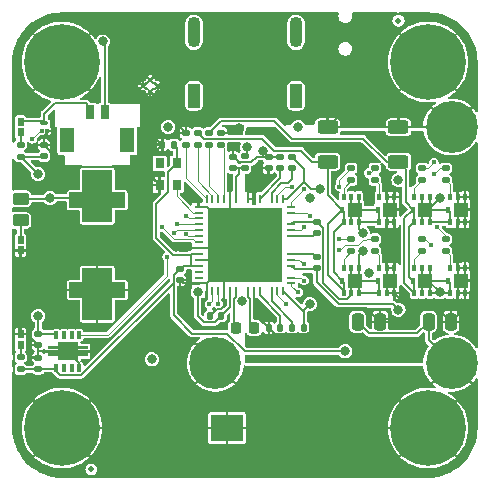
<source format=gtl>
G04 #@! TF.GenerationSoftware,KiCad,Pcbnew,7.0.11*
G04 #@! TF.CreationDate,2024-05-10T14:22:17-04:00*
G04 #@! TF.ProjectId,stepper-interface,73746570-7065-4722-9d69-6e7465726661,1.0*
G04 #@! TF.SameCoordinates,Original*
G04 #@! TF.FileFunction,Copper,L1,Top*
G04 #@! TF.FilePolarity,Positive*
%FSLAX46Y46*%
G04 Gerber Fmt 4.6, Leading zero omitted, Abs format (unit mm)*
G04 Created by KiCad (PCBNEW 7.0.11) date 2024-05-10 14:22:17*
%MOMM*%
%LPD*%
G01*
G04 APERTURE LIST*
G04 Aperture macros list*
%AMRoundRect*
0 Rectangle with rounded corners*
0 $1 Rounding radius*
0 $2 $3 $4 $5 $6 $7 $8 $9 X,Y pos of 4 corners*
0 Add a 4 corners polygon primitive as box body*
4,1,4,$2,$3,$4,$5,$6,$7,$8,$9,$2,$3,0*
0 Add four circle primitives for the rounded corners*
1,1,$1+$1,$2,$3*
1,1,$1+$1,$4,$5*
1,1,$1+$1,$6,$7*
1,1,$1+$1,$8,$9*
0 Add four rect primitives between the rounded corners*
20,1,$1+$1,$2,$3,$4,$5,0*
20,1,$1+$1,$4,$5,$6,$7,0*
20,1,$1+$1,$6,$7,$8,$9,0*
20,1,$1+$1,$8,$9,$2,$3,0*%
%AMFreePoly0*
4,1,29,0.653536,2.353536,0.655000,2.350000,0.655000,1.255000,1.850000,1.255000,1.853536,1.253536,1.855000,1.250000,1.855000,-1.250000,1.853536,-1.253536,1.850000,-1.255000,0.655000,-1.255000,0.655000,-2.350000,0.653536,-2.353536,0.650000,-2.355000,-0.650000,-2.355000,-0.653536,-2.353536,-0.655000,-2.350000,-0.655000,-1.255000,-2.550000,-1.255000,-2.553536,-1.253536,-2.555000,-1.250000,
-2.555000,1.250000,-2.553536,1.253536,-2.550000,1.255000,-0.655000,1.255000,-0.655000,2.350000,-0.653536,2.353536,-0.650000,2.355000,0.650000,2.355000,0.653536,2.353536,0.653536,2.353536,$1*%
%AMFreePoly1*
4,1,29,0.653536,2.353536,0.655000,2.350000,0.655000,1.255000,2.550000,1.255000,2.553536,1.253536,2.555000,1.250000,2.555000,-1.250000,2.553536,-1.253536,2.550000,-1.255000,0.655000,-1.255000,0.655000,-2.350000,0.653536,-2.353536,0.650000,-2.355000,-0.650000,-2.355000,-0.653536,-2.353536,-0.655000,-2.350000,-0.655000,-1.255000,-1.850000,-1.255000,-1.853536,-1.253536,-1.855000,-1.250000,
-1.855000,1.250000,-1.853536,1.253536,-1.850000,1.255000,-0.655000,1.255000,-0.655000,2.350000,-0.653536,2.353536,-0.650000,2.355000,0.650000,2.355000,0.653536,2.353536,0.653536,2.353536,$1*%
%AMFreePoly2*
4,1,45,-0.206464,1.703536,-0.205000,1.700000,-0.205000,0.880000,0.205000,0.880000,0.205000,1.700000,0.206464,1.703536,0.210000,1.705000,0.440000,1.705000,0.443536,1.703536,0.445000,1.700000,0.445000,0.880000,0.750000,0.880000,0.753536,0.878536,0.755000,0.875000,0.755000,-0.875000,0.753536,-0.878536,0.750000,-0.880000,0.445000,-0.880000,0.445000,-1.700000,0.443536,-1.703536,
0.440000,-1.705000,0.210000,-1.705000,0.206464,-1.703536,0.205000,-1.700000,0.205000,-0.880000,-0.205000,-0.880000,-0.205000,-1.700000,-0.206464,-1.703536,-0.210000,-1.705000,-0.440000,-1.705000,-0.443536,-1.703536,-0.445000,-1.700000,-0.445000,-0.880000,-0.750000,-0.880000,-0.753536,-0.878536,-0.755000,-0.875000,-0.755000,0.875000,-0.753536,0.878536,-0.750000,0.880000,-0.445000,0.880000,
-0.445000,1.700000,-0.443536,1.703536,-0.440000,1.705000,-0.210000,1.705000,-0.206464,1.703536,-0.206464,1.703536,$1*%
G04 Aperture macros list end*
G04 #@! TA.AperFunction,SMDPad,CuDef*
%ADD10R,0.500000X0.700000*%
G04 #@! TD*
G04 #@! TA.AperFunction,SMDPad,CuDef*
%ADD11RoundRect,0.135000X0.185000X-0.135000X0.185000X0.135000X-0.185000X0.135000X-0.185000X-0.135000X0*%
G04 #@! TD*
G04 #@! TA.AperFunction,SMDPad,CuDef*
%ADD12RoundRect,0.135000X-0.185000X0.135000X-0.185000X-0.135000X0.185000X-0.135000X0.185000X0.135000X0*%
G04 #@! TD*
G04 #@! TA.AperFunction,SMDPad,CuDef*
%ADD13RoundRect,0.140000X0.170000X-0.140000X0.170000X0.140000X-0.170000X0.140000X-0.170000X-0.140000X0*%
G04 #@! TD*
G04 #@! TA.AperFunction,SMDPad,CuDef*
%ADD14R,0.304800X0.609600*%
G04 #@! TD*
G04 #@! TA.AperFunction,SMDPad,CuDef*
%ADD15R,1.193800X1.295400*%
G04 #@! TD*
G04 #@! TA.AperFunction,SMDPad,CuDef*
%ADD16RoundRect,0.044118X0.105882X0.130882X-0.105882X0.130882X-0.105882X-0.130882X0.105882X-0.130882X0*%
G04 #@! TD*
G04 #@! TA.AperFunction,SMDPad,CuDef*
%ADD17RoundRect,0.050000X0.250000X0.125000X-0.250000X0.125000X-0.250000X-0.125000X0.250000X-0.125000X0*%
G04 #@! TD*
G04 #@! TA.AperFunction,ComponentPad*
%ADD18C,6.400000*%
G04 #@! TD*
G04 #@! TA.AperFunction,SMDPad,CuDef*
%ADD19RoundRect,0.140000X-0.170000X0.140000X-0.170000X-0.140000X0.170000X-0.140000X0.170000X0.140000X0*%
G04 #@! TD*
G04 #@! TA.AperFunction,SMDPad,CuDef*
%ADD20RoundRect,0.140000X-0.140000X-0.170000X0.140000X-0.170000X0.140000X0.170000X-0.140000X0.170000X0*%
G04 #@! TD*
G04 #@! TA.AperFunction,SMDPad,CuDef*
%ADD21RoundRect,0.250000X0.625000X-0.312500X0.625000X0.312500X-0.625000X0.312500X-0.625000X-0.312500X0*%
G04 #@! TD*
G04 #@! TA.AperFunction,SMDPad,CuDef*
%ADD22FreePoly0,270.000000*%
G04 #@! TD*
G04 #@! TA.AperFunction,SMDPad,CuDef*
%ADD23FreePoly1,270.000000*%
G04 #@! TD*
G04 #@! TA.AperFunction,SMDPad,CuDef*
%ADD24RoundRect,0.250000X0.250000X0.475000X-0.250000X0.475000X-0.250000X-0.475000X0.250000X-0.475000X0*%
G04 #@! TD*
G04 #@! TA.AperFunction,SMDPad,CuDef*
%ADD25RoundRect,0.140000X0.140000X0.170000X-0.140000X0.170000X-0.140000X-0.170000X0.140000X-0.170000X0*%
G04 #@! TD*
G04 #@! TA.AperFunction,SMDPad,CuDef*
%ADD26R,0.800000X0.900000*%
G04 #@! TD*
G04 #@! TA.AperFunction,SMDPad,CuDef*
%ADD27R,0.254000X0.762000*%
G04 #@! TD*
G04 #@! TA.AperFunction,SMDPad,CuDef*
%ADD28R,0.762000X0.254000*%
G04 #@! TD*
G04 #@! TA.AperFunction,SMDPad,CuDef*
%ADD29R,6.350000X6.350000*%
G04 #@! TD*
G04 #@! TA.AperFunction,SMDPad,CuDef*
%ADD30RoundRect,0.225000X-0.225000X-0.250000X0.225000X-0.250000X0.225000X0.250000X-0.225000X0.250000X0*%
G04 #@! TD*
G04 #@! TA.AperFunction,SMDPad,CuDef*
%ADD31RoundRect,0.250000X-0.450000X0.262500X-0.450000X-0.262500X0.450000X-0.262500X0.450000X0.262500X0*%
G04 #@! TD*
G04 #@! TA.AperFunction,SMDPad,CuDef*
%ADD32R,1.300000X2.150000*%
G04 #@! TD*
G04 #@! TA.AperFunction,SMDPad,CuDef*
%ADD33R,0.800000X1.200000*%
G04 #@! TD*
G04 #@! TA.AperFunction,SMDPad,CuDef*
%ADD34C,0.500000*%
G04 #@! TD*
G04 #@! TA.AperFunction,ComponentPad*
%ADD35C,4.400000*%
G04 #@! TD*
G04 #@! TA.AperFunction,SMDPad,CuDef*
%ADD36RoundRect,0.012400X0.142600X-0.287600X0.142600X0.287600X-0.142600X0.287600X-0.142600X-0.287600X0*%
G04 #@! TD*
G04 #@! TA.AperFunction,ComponentPad*
%ADD37C,0.400000*%
G04 #@! TD*
G04 #@! TA.AperFunction,SMDPad,CuDef*
%ADD38FreePoly2,90.000000*%
G04 #@! TD*
G04 #@! TA.AperFunction,ComponentPad*
%ADD39O,1.100000X2.600000*%
G04 #@! TD*
G04 #@! TA.AperFunction,ComponentPad*
%ADD40RoundRect,0.275000X-0.275000X-0.775000X0.275000X-0.775000X0.275000X0.775000X-0.275000X0.775000X0*%
G04 #@! TD*
G04 #@! TA.AperFunction,ComponentPad*
%ADD41C,0.600000*%
G04 #@! TD*
G04 #@! TA.AperFunction,SMDPad,CuDef*
%ADD42R,2.800000X2.300000*%
G04 #@! TD*
G04 #@! TA.AperFunction,ViaPad*
%ADD43C,0.800000*%
G04 #@! TD*
G04 #@! TA.AperFunction,ViaPad*
%ADD44C,0.400000*%
G04 #@! TD*
G04 #@! TA.AperFunction,Conductor*
%ADD45C,0.200000*%
G04 #@! TD*
G04 #@! TA.AperFunction,Conductor*
%ADD46C,0.100000*%
G04 #@! TD*
G04 APERTURE END LIST*
D10*
X133400000Y-91150000D03*
X133400000Y-92050000D03*
X133400000Y-109150000D03*
X133400000Y-110050000D03*
X133400000Y-102050000D03*
X133400000Y-101150000D03*
D11*
X148400000Y-93110000D03*
X148400000Y-92090000D03*
D12*
X163400000Y-101090000D03*
X163400000Y-102110000D03*
D13*
X135400000Y-94080000D03*
X135400000Y-93120000D03*
D14*
X171049999Y-97545900D03*
X170400000Y-97545900D03*
X169750001Y-97545900D03*
X169750001Y-99654100D03*
X170400000Y-99654100D03*
X171049999Y-99654100D03*
D15*
X170680000Y-98600000D03*
D14*
X169635000Y-98600000D03*
D11*
X133400000Y-112110000D03*
X133400000Y-111090000D03*
D16*
X135185000Y-91925000D03*
X135615000Y-91925000D03*
D17*
X135400000Y-91275000D03*
D12*
X167400000Y-95090000D03*
X167400000Y-96110000D03*
D13*
X155400000Y-95080000D03*
X155400000Y-94120000D03*
X151400000Y-95080000D03*
X151400000Y-94120000D03*
D18*
X167900000Y-117100000D03*
D14*
X168049999Y-97545900D03*
X167400000Y-97545900D03*
X166750001Y-97545900D03*
X166750001Y-99654100D03*
X167400000Y-99654100D03*
X168049999Y-99654100D03*
D15*
X167680000Y-98600000D03*
D14*
X166635000Y-98600000D03*
D11*
X133400000Y-94110000D03*
X133400000Y-93090000D03*
X150400000Y-93110000D03*
X150400000Y-92090000D03*
D12*
X161400000Y-101090000D03*
X161400000Y-102110000D03*
D19*
X146900000Y-103620000D03*
X146900000Y-104580000D03*
D13*
X156400000Y-95080000D03*
X156400000Y-94120000D03*
D12*
X169400000Y-95090000D03*
X169400000Y-96110000D03*
D14*
X165049999Y-97545900D03*
X164400000Y-97545900D03*
X163750001Y-97545900D03*
X163750001Y-99654100D03*
X164400000Y-99654100D03*
X165049999Y-99654100D03*
D15*
X164680000Y-98600000D03*
D14*
X163635000Y-98600000D03*
D20*
X154420000Y-108600000D03*
X155380000Y-108600000D03*
D21*
X165400000Y-94562500D03*
X165400000Y-91637500D03*
D14*
X165049999Y-103545900D03*
X164400000Y-103545900D03*
X163750001Y-103545900D03*
X163750001Y-105654100D03*
X164400000Y-105654100D03*
X165049999Y-105654100D03*
D15*
X164680000Y-104600000D03*
D14*
X163635000Y-104600000D03*
D12*
X163400000Y-95090000D03*
X163400000Y-96110000D03*
D22*
X139900000Y-97800000D03*
D23*
X139900000Y-105400000D03*
D24*
X163850000Y-108100000D03*
X161950000Y-108100000D03*
D19*
X134900000Y-109120000D03*
X134900000Y-110080000D03*
D13*
X154400000Y-95080000D03*
X154400000Y-94120000D03*
D14*
X162049999Y-103545900D03*
X161400000Y-103545900D03*
X160750001Y-103545900D03*
X160750001Y-105654100D03*
X161400000Y-105654100D03*
X162049999Y-105654100D03*
D15*
X161680000Y-104600000D03*
D14*
X160635000Y-104600000D03*
D20*
X156420000Y-108600000D03*
X157380000Y-108600000D03*
D21*
X159400000Y-94562500D03*
X159400000Y-91637500D03*
D14*
X162049999Y-97545900D03*
X161400000Y-97545900D03*
X160750001Y-97545900D03*
X160750001Y-99654100D03*
X161400000Y-99654100D03*
X162049999Y-99654100D03*
D15*
X161680000Y-98600000D03*
D14*
X160635000Y-98600000D03*
D11*
X149400000Y-93110000D03*
X149400000Y-92090000D03*
X147400000Y-93110000D03*
X147400000Y-92090000D03*
D12*
X152400000Y-94090000D03*
X152400000Y-95110000D03*
D25*
X146380000Y-93100000D03*
X145420000Y-93100000D03*
D26*
X145175000Y-94675000D03*
X145175000Y-96525000D03*
X146625000Y-96525000D03*
X146625000Y-94675000D03*
D14*
X168049999Y-103545900D03*
X167400000Y-103545900D03*
X166750001Y-103545900D03*
X166750001Y-105654100D03*
X167400000Y-105654100D03*
X168049999Y-105654100D03*
D15*
X167680000Y-104600000D03*
D14*
X166635000Y-104600000D03*
D27*
X155650001Y-97675700D03*
X155150000Y-97675700D03*
X154650001Y-97675700D03*
X153650000Y-97675700D03*
X152650000Y-97675700D03*
X151649999Y-97675700D03*
X151150000Y-97675700D03*
X150650001Y-97675700D03*
X150149999Y-97675700D03*
X149650000Y-97675700D03*
X149149999Y-97675700D03*
D28*
X148475700Y-98349999D03*
X148475700Y-98850000D03*
X148475700Y-99349999D03*
X148475700Y-99850001D03*
X148475700Y-100350000D03*
X148475700Y-100849999D03*
X148475700Y-101350000D03*
X148475700Y-101850000D03*
X148475700Y-102350001D03*
X148475700Y-102850000D03*
X148475700Y-103349999D03*
X148475700Y-103850001D03*
X148475700Y-104350000D03*
X148475700Y-104850001D03*
D27*
X149149999Y-105524300D03*
X149650000Y-105524300D03*
X150149999Y-105524300D03*
X150650001Y-105524300D03*
X151150000Y-105524300D03*
X151649999Y-105524300D03*
X152650000Y-105524300D03*
X153150001Y-105524300D03*
X153650000Y-105524300D03*
X154650001Y-105524300D03*
X155150000Y-105524300D03*
X155650001Y-105524300D03*
D28*
X156324300Y-104850001D03*
X156324300Y-104350000D03*
X156324300Y-103349999D03*
X156324300Y-102850000D03*
X156324300Y-102350001D03*
X156324300Y-100849999D03*
X156324300Y-100350000D03*
X156324300Y-99850001D03*
X156324300Y-98850000D03*
X156324300Y-98349999D03*
D29*
X152400000Y-101600000D03*
D18*
X136900000Y-86100000D03*
D13*
X158464852Y-100580000D03*
X158464852Y-99620000D03*
D12*
X167400000Y-101090000D03*
X167400000Y-102110000D03*
D14*
X171049999Y-103545900D03*
X170400000Y-103545900D03*
X169750001Y-103545900D03*
X169750001Y-105654100D03*
X170400000Y-105654100D03*
X171049999Y-105654100D03*
D15*
X170680000Y-104600000D03*
D14*
X169635000Y-104600000D03*
D30*
X151625000Y-108600000D03*
X153175000Y-108600000D03*
D31*
X133400000Y-97687500D03*
X133400000Y-99512500D03*
D12*
X169400000Y-101090000D03*
X169400000Y-102110000D03*
D32*
X142425000Y-92670000D03*
X137375000Y-92670000D03*
D33*
X140525000Y-90375000D03*
X139275000Y-90375000D03*
D18*
X167900000Y-86100000D03*
D34*
X165400000Y-82600000D03*
D25*
X150380000Y-107600000D03*
X149420000Y-107600000D03*
D35*
X169900000Y-91600000D03*
X169900000Y-111600000D03*
X149900000Y-111600000D03*
D19*
X158464852Y-102620000D03*
X158464852Y-103580000D03*
D34*
X139400000Y-120600000D03*
D12*
X161400000Y-95090000D03*
X161400000Y-96110000D03*
D36*
X136425000Y-112000000D03*
X137075000Y-112000000D03*
X137725000Y-112000000D03*
X138375000Y-112000000D03*
X138375000Y-109200000D03*
X137725000Y-109200000D03*
X137075000Y-109200000D03*
X136425000Y-109200000D03*
D37*
X137400000Y-111100000D03*
X136775000Y-110600000D03*
D38*
X137400000Y-110600000D03*
D37*
X138025000Y-110600000D03*
X137400000Y-110100000D03*
D18*
X136900000Y-117100000D03*
D24*
X169850000Y-108100000D03*
X167950000Y-108100000D03*
D13*
X134900000Y-112080000D03*
X134900000Y-111120000D03*
D39*
X148080000Y-83600000D03*
X156720000Y-83600000D03*
D40*
X148080000Y-88960000D03*
X156720000Y-88960000D03*
D37*
X144400000Y-88600000D03*
X143775000Y-88100000D03*
X145025000Y-88100000D03*
X144400000Y-87600000D03*
D41*
X151650000Y-116600000D03*
X150150000Y-116600000D03*
X150900000Y-117100000D03*
D42*
X150900000Y-117100000D03*
D41*
X151650000Y-117600000D03*
X150150000Y-117600000D03*
D43*
X160900000Y-90100000D03*
X147900000Y-86600000D03*
X136400000Y-105600000D03*
X153900000Y-93600000D03*
X151900000Y-91727000D03*
X146558001Y-101758001D03*
X148400000Y-105600000D03*
X152597515Y-93289197D03*
X165400000Y-107100000D03*
X168900000Y-97600000D03*
X157900000Y-106600000D03*
X168900000Y-105600000D03*
X162900000Y-103973000D03*
X158773000Y-96877000D03*
X162400000Y-100600000D03*
X162400000Y-102100000D03*
X165400000Y-96100000D03*
D44*
X134400000Y-92600000D03*
D43*
X145900000Y-91600000D03*
X156900000Y-91600000D03*
X157900000Y-97600000D03*
X152157175Y-106346924D03*
D44*
X145813000Y-102586376D03*
X147400000Y-99100000D03*
X146649999Y-99850001D03*
X146400000Y-100600000D03*
X147400000Y-100700000D03*
D43*
X144523000Y-111273000D03*
X135900000Y-97600000D03*
X153284829Y-96484829D03*
X154360395Y-107639605D03*
X160900000Y-110600000D03*
D44*
X149400000Y-106600000D03*
X150149999Y-106600000D03*
D43*
X140400000Y-84325000D03*
X134900000Y-95600000D03*
X134900000Y-107600000D03*
D44*
X157400000Y-103237000D03*
X168400000Y-95600000D03*
X168650000Y-100100000D03*
X155900000Y-106600000D03*
X168150000Y-101600000D03*
X156900000Y-105600000D03*
X157400000Y-104600000D03*
X168400000Y-94600000D03*
X160400000Y-102058126D03*
X157400000Y-100100000D03*
X156400000Y-96650000D03*
X162900000Y-95500000D03*
X157400000Y-96857740D03*
X160400000Y-96650000D03*
X160400000Y-101100000D03*
X157900000Y-99100000D03*
X145400000Y-100100000D03*
D45*
X136900000Y-117100000D02*
X132853000Y-113053000D01*
X132907500Y-109100000D02*
X133385000Y-109100000D01*
X132853000Y-113053000D02*
X132853000Y-109154500D01*
X133385000Y-109100000D02*
X133400000Y-109115000D01*
X132853000Y-109154500D02*
X132907500Y-109100000D01*
X149650000Y-117100000D02*
X136900000Y-117100000D01*
X152913000Y-94587000D02*
X153380000Y-94120000D01*
X143667588Y-95017588D02*
X145175000Y-96525000D01*
X162902000Y-109052000D02*
X166998000Y-109052000D01*
X148475700Y-98349999D02*
X149149999Y-98349999D01*
X149420000Y-107600000D02*
X149993000Y-107027000D01*
X133400000Y-109115000D02*
X133273000Y-108988000D01*
X167950000Y-109650000D02*
X169900000Y-111600000D01*
X148475700Y-104850001D02*
X147170001Y-104850001D01*
X148475700Y-101850000D02*
X152150000Y-101850000D01*
X153380000Y-94120000D02*
X154400000Y-94120000D01*
X133935000Y-109115000D02*
X134900000Y-110080000D01*
X144400000Y-92080000D02*
X144400000Y-88600000D01*
X147753870Y-101850000D02*
X147503870Y-102100000D01*
X133400000Y-109115000D02*
X133935000Y-109115000D01*
X145025000Y-88100000D02*
X146400000Y-88100000D01*
X159400000Y-91637500D02*
X160900000Y-90137500D01*
X165400000Y-91637500D02*
X169862500Y-91637500D01*
X145025000Y-89715000D02*
X145025000Y-88100000D01*
X136400000Y-105600000D02*
X133400000Y-102600000D01*
X149149999Y-105524300D02*
X149149999Y-104850001D01*
X167950000Y-108100000D02*
X167950000Y-109650000D01*
X151867000Y-94587000D02*
X152913000Y-94587000D01*
X161950000Y-108100000D02*
X162902000Y-109052000D01*
X151150000Y-97675700D02*
X151150000Y-100350000D01*
X136400000Y-105600000D02*
X136600000Y-105400000D01*
X151150000Y-102850000D02*
X152400000Y-101600000D01*
X143775000Y-86813288D02*
X140659712Y-83698000D01*
X134900000Y-111120000D02*
X134900000Y-110600000D01*
X153900000Y-93600000D02*
X153900000Y-93620000D01*
X146400000Y-88100000D02*
X147900000Y-86600000D01*
X149993000Y-107027000D02*
X150396000Y-107027000D01*
X136400000Y-94600000D02*
X136817588Y-95017588D01*
X147170001Y-104850001D02*
X146900000Y-104580000D01*
X166998000Y-109052000D02*
X167950000Y-108100000D01*
X136400000Y-94120000D02*
X136400000Y-94600000D01*
X144548000Y-93972000D02*
X145420000Y-93100000D01*
X150400000Y-92090000D02*
X151537000Y-92090000D01*
X133400000Y-102600000D02*
X133400000Y-102085000D01*
X150650001Y-103349999D02*
X152400000Y-101600000D01*
X160900000Y-90137500D02*
X160900000Y-90100000D01*
X150900000Y-117100000D02*
X167900000Y-117100000D01*
X134900000Y-105600000D02*
X136400000Y-105600000D01*
X133273000Y-108988000D02*
X133273000Y-107227000D01*
X150650001Y-106772999D02*
X150650001Y-105524300D01*
X148475700Y-102850000D02*
X151150000Y-102850000D01*
X138375000Y-112000000D02*
X138375000Y-111575000D01*
X150396000Y-107027000D02*
X150650001Y-106772999D01*
X151537000Y-92090000D02*
X151900000Y-91727000D01*
X150650001Y-105524300D02*
X150650001Y-103349999D01*
X136600000Y-105400000D02*
X139900000Y-105400000D01*
X169862500Y-91637500D02*
X169900000Y-91600000D01*
X140659712Y-83698000D02*
X139302000Y-83698000D01*
X151400000Y-94120000D02*
X151867000Y-94587000D01*
X133273000Y-107227000D02*
X134900000Y-105600000D01*
X143775000Y-88100000D02*
X143775000Y-86813288D01*
X135615000Y-91925000D02*
X135615000Y-92135000D01*
X136817588Y-95017588D02*
X143667588Y-95017588D01*
X159400000Y-91637500D02*
X165400000Y-91637500D01*
X145420000Y-93100000D02*
X144400000Y-92080000D01*
X149149999Y-104850001D02*
X152400000Y-101600000D01*
X148475700Y-101850000D02*
X147753870Y-101850000D01*
X152150000Y-101850000D02*
X152400000Y-101600000D01*
X135400000Y-93120000D02*
X136400000Y-94120000D01*
X147400000Y-92090000D02*
X145025000Y-89715000D01*
X144548000Y-95898000D02*
X144548000Y-93972000D01*
X148475700Y-104850001D02*
X149149999Y-104850001D01*
X151150000Y-100350000D02*
X152400000Y-101600000D01*
X149149999Y-98349999D02*
X152400000Y-101600000D01*
X134900000Y-110600000D02*
X134900000Y-110080000D01*
X139302000Y-83698000D02*
X136900000Y-86100000D01*
X135400000Y-92350000D02*
X135400000Y-93120000D01*
X154400000Y-94120000D02*
X155400000Y-94120000D01*
X147503870Y-102100000D02*
X146900000Y-102100000D01*
X135615000Y-92135000D02*
X135400000Y-92350000D01*
X145175000Y-96525000D02*
X144548000Y-95898000D01*
X134900000Y-110600000D02*
X137400000Y-110600000D01*
X153900000Y-93620000D02*
X154400000Y-94120000D01*
X150150000Y-117600000D02*
X149650000Y-117100000D01*
X138375000Y-111575000D02*
X137400000Y-110600000D01*
X146900000Y-102100000D02*
X146558001Y-101758001D01*
X151477000Y-106132300D02*
X151477000Y-108452000D01*
X151649999Y-105959301D02*
X151477000Y-106132300D01*
X151477000Y-108452000D02*
X151625000Y-108600000D01*
X151649999Y-105524300D02*
X151649999Y-105959301D01*
X152823001Y-108248001D02*
X153175000Y-108600000D01*
X152650000Y-105524300D02*
X152650000Y-105959299D01*
X152823001Y-106132300D02*
X152823001Y-108248001D01*
X152650000Y-105959299D02*
X152823001Y-106132300D01*
X153650000Y-105524300D02*
X153650000Y-105850000D01*
X153650000Y-105850000D02*
X155380000Y-107580000D01*
X155380000Y-107580000D02*
X155380000Y-108600000D01*
X152597515Y-93892485D02*
X152400000Y-94090000D01*
X148400000Y-107600000D02*
X148400000Y-105600000D01*
X150380000Y-107600000D02*
X149843000Y-108137000D01*
X151150000Y-105524300D02*
X151150000Y-106830000D01*
X148937000Y-108137000D02*
X148400000Y-107600000D01*
X149843000Y-108137000D02*
X148937000Y-108137000D01*
X151150000Y-106830000D02*
X150380000Y-107600000D01*
X152597515Y-93289197D02*
X152597515Y-93892485D01*
X151900000Y-95080000D02*
X152370000Y-95080000D01*
X151649999Y-95860001D02*
X151900000Y-95610000D01*
X152370000Y-95080000D02*
X152400000Y-95110000D01*
X151400000Y-95080000D02*
X151900000Y-95080000D01*
X151900000Y-95610000D02*
X151900000Y-95080000D01*
X151649999Y-97675700D02*
X151649999Y-95860001D01*
X153650000Y-97675700D02*
X155400000Y-95925700D01*
X155400000Y-95925700D02*
X155400000Y-95080000D01*
X158194853Y-102350001D02*
X158464852Y-102620000D01*
X156324300Y-102350001D02*
X158194853Y-102350001D01*
X167400000Y-98880000D02*
X167680000Y-98600000D01*
X167900000Y-98600000D02*
X168900000Y-97600000D01*
X169750001Y-98715001D02*
X169635000Y-98600000D01*
X168049999Y-98230001D02*
X167680000Y-98600000D01*
X167400000Y-99654100D02*
X167400000Y-98880000D01*
X169750001Y-99654100D02*
X168049999Y-99654100D01*
X167680000Y-98600000D02*
X167900000Y-98600000D01*
X156638301Y-103664000D02*
X158380852Y-103664000D01*
X168049999Y-98969999D02*
X167680000Y-98600000D01*
X168049999Y-97545900D02*
X168049999Y-98230001D01*
X160322253Y-106600000D02*
X164900000Y-106600000D01*
X169750001Y-99654100D02*
X169750001Y-98715001D01*
X169635000Y-98600000D02*
X167680000Y-98600000D01*
X158380852Y-103664000D02*
X158464852Y-103580000D01*
X158464852Y-103580000D02*
X158464852Y-104742599D01*
X167400000Y-97545900D02*
X167400000Y-98320000D01*
X168049999Y-99654100D02*
X168049999Y-98969999D01*
X167400000Y-98320000D02*
X167680000Y-98600000D01*
X164900000Y-106600000D02*
X165400000Y-107100000D01*
X158464852Y-104742599D02*
X160322253Y-106600000D01*
X156324300Y-103349999D02*
X156638301Y-103664000D01*
X154650001Y-106340001D02*
X156420000Y-108110000D01*
X154650001Y-105524300D02*
X154650001Y-106340001D01*
X156420000Y-108110000D02*
X156420000Y-108600000D01*
X167900000Y-104600000D02*
X168900000Y-105600000D01*
X167400000Y-105654100D02*
X167400000Y-104880000D01*
X167680000Y-104600000D02*
X167900000Y-104600000D01*
X168845900Y-105654100D02*
X168900000Y-105600000D01*
X168954100Y-105654100D02*
X168900000Y-105600000D01*
X167400000Y-103545900D02*
X167400000Y-104320000D01*
X167400000Y-104880000D02*
X167680000Y-104600000D01*
X169750001Y-105654100D02*
X169750001Y-104715001D01*
X167400000Y-104320000D02*
X167680000Y-104600000D01*
X168049999Y-103545900D02*
X168049999Y-104230001D01*
X168049999Y-105654100D02*
X168845900Y-105654100D01*
X169750001Y-104715001D02*
X169635000Y-104600000D01*
X157380000Y-107254299D02*
X157380000Y-108600000D01*
X169750001Y-105654100D02*
X168954100Y-105654100D01*
X168049999Y-104969999D02*
X167680000Y-104600000D01*
X168049999Y-105654100D02*
X168049999Y-104969999D01*
X157380000Y-107120000D02*
X157900000Y-106600000D01*
X168049999Y-104230001D02*
X167680000Y-104600000D01*
X157380000Y-107254299D02*
X157380000Y-107120000D01*
X169635000Y-104600000D02*
X167680000Y-104600000D01*
X155650001Y-105524300D02*
X157380000Y-107254299D01*
X155490700Y-96373000D02*
X156073130Y-96373000D01*
X154650001Y-97213699D02*
X155490700Y-96373000D01*
X154650001Y-97675700D02*
X154650001Y-97213699D01*
X156073130Y-96373000D02*
X156400000Y-96046130D01*
X156400000Y-96046130D02*
X156400000Y-95080000D01*
X161400000Y-99654100D02*
X161400000Y-98880000D01*
X163635000Y-98600000D02*
X161680000Y-98600000D01*
X163750001Y-99654100D02*
X162049999Y-99654100D01*
X158773000Y-96877000D02*
X158023130Y-96877000D01*
X162049999Y-98230001D02*
X161680000Y-98600000D01*
X162400000Y-100600000D02*
X162049999Y-100249999D01*
X162049999Y-97545900D02*
X162049999Y-98230001D01*
X155650001Y-97675700D02*
X155978170Y-97675700D01*
X161400000Y-97545900D02*
X161400000Y-98320000D01*
X158023130Y-96877000D02*
X157400000Y-96253870D01*
X161680000Y-98600000D02*
X161900000Y-98600000D01*
X162049999Y-100249999D02*
X162049999Y-99654100D01*
X161400000Y-98880000D02*
X161680000Y-98600000D01*
X157400000Y-95120000D02*
X156400000Y-94120000D01*
X163750001Y-99654100D02*
X163750001Y-98715001D01*
X161400000Y-98320000D02*
X161680000Y-98600000D01*
X162049999Y-98969999D02*
X161680000Y-98600000D01*
X163750001Y-98715001D02*
X163635000Y-98600000D01*
X157400000Y-96253870D02*
X157400000Y-95120000D01*
X155978170Y-97675700D02*
X157400000Y-96253870D01*
X162049999Y-99654100D02*
X162049999Y-98969999D01*
X156324300Y-100849999D02*
X158194853Y-100849999D01*
X158194853Y-100849999D02*
X158464852Y-100580000D01*
X156554301Y-99620000D02*
X158464852Y-99620000D01*
X159001852Y-100157000D02*
X159001852Y-104817151D01*
X162049999Y-105654100D02*
X162049999Y-104969999D01*
X161400000Y-104320000D02*
X161680000Y-104600000D01*
X163750001Y-105654100D02*
X163750001Y-104715001D01*
X161400000Y-105654100D02*
X161400000Y-104880000D01*
X161020600Y-106185900D02*
X161400000Y-105806500D01*
X161400000Y-103545900D02*
X161400000Y-104320000D01*
X160370601Y-106185900D02*
X161020600Y-106185900D01*
X163635000Y-104600000D02*
X161680000Y-104600000D01*
X162049999Y-105654100D02*
X163750001Y-105654100D01*
X162049999Y-104969999D02*
X161680000Y-104600000D01*
X161400000Y-104880000D02*
X161680000Y-104600000D01*
X162049999Y-104230001D02*
X161680000Y-104600000D01*
X161400000Y-105806500D02*
X161400000Y-105654100D01*
X162049999Y-103545900D02*
X162049999Y-104230001D01*
X163750001Y-104715001D02*
X163635000Y-104600000D01*
X158464852Y-99620000D02*
X159001852Y-100157000D01*
X162049999Y-102450001D02*
X162400000Y-102100000D01*
X161680000Y-104600000D02*
X161900000Y-104600000D01*
X156324300Y-99850001D02*
X156554301Y-99620000D01*
X159001852Y-104817151D02*
X160370601Y-106185900D01*
X162049999Y-103545900D02*
X162049999Y-102450001D01*
D46*
X135185000Y-91925000D02*
X135075000Y-91925000D01*
X135075000Y-91925000D02*
X134400000Y-92600000D01*
D45*
X136283578Y-89595000D02*
X138916422Y-89595000D01*
X133400000Y-91115000D02*
X135240000Y-91115000D01*
X135400000Y-91275000D02*
X135400000Y-90478578D01*
X135240000Y-91115000D02*
X135400000Y-91275000D01*
X139275000Y-89953578D02*
X139275000Y-90375000D01*
X135400000Y-90478578D02*
X136283578Y-89595000D01*
X138916422Y-89595000D02*
X139275000Y-89953578D01*
D46*
X150149999Y-97350001D02*
X149400000Y-96600002D01*
X149400000Y-96600002D02*
X149400000Y-93110000D01*
X150149999Y-97675700D02*
X150149999Y-97350001D01*
D45*
X166297601Y-104262601D02*
X166297601Y-100106500D01*
X166297601Y-100106500D02*
X166750001Y-99654100D01*
X165900000Y-99335000D02*
X166635000Y-98600000D01*
X165362500Y-94600000D02*
X164400000Y-94600000D01*
X166027000Y-97992000D02*
X166027000Y-95189500D01*
X166750001Y-99654100D02*
X166750001Y-98715001D01*
X166750001Y-98715001D02*
X166635000Y-98600000D01*
X166750001Y-104715001D02*
X166635000Y-104600000D01*
X166635000Y-104600000D02*
X166297601Y-104262601D01*
X166027000Y-95189500D02*
X165400000Y-94562500D01*
X165900000Y-104804099D02*
X165900000Y-99335000D01*
X150390000Y-91100000D02*
X149400000Y-92090000D01*
X164400000Y-94600000D02*
X162400000Y-92600000D01*
X154900000Y-91100000D02*
X150390000Y-91100000D01*
X166750001Y-105654100D02*
X165900000Y-104804099D01*
X166750001Y-105654100D02*
X166750001Y-104715001D01*
X156400000Y-92600000D02*
X154900000Y-91100000D01*
X162400000Y-92600000D02*
X156400000Y-92600000D01*
X165400000Y-94562500D02*
X165362500Y-94600000D01*
X166635000Y-98600000D02*
X166027000Y-97992000D01*
D46*
X149650000Y-97421700D02*
X148400000Y-96171700D01*
X149650000Y-97675700D02*
X149650000Y-97421700D01*
X148400000Y-96171700D02*
X148400000Y-93110000D01*
X145813000Y-102586376D02*
X145813000Y-104187000D01*
X145813000Y-104187000D02*
X140800000Y-109200000D01*
X140800000Y-109200000D02*
X138375000Y-109200000D01*
X147649999Y-99349999D02*
X148475700Y-99349999D01*
X147400000Y-99100000D02*
X147649999Y-99349999D01*
X146649999Y-99850001D02*
X148475700Y-99850001D01*
X146400000Y-100600000D02*
X146650000Y-100350000D01*
X146650000Y-100350000D02*
X148475700Y-100350000D01*
X147400000Y-100700000D02*
X147549999Y-100849999D01*
X147549999Y-100849999D02*
X148475700Y-100849999D01*
D45*
X159400000Y-99835000D02*
X160635000Y-98600000D01*
X158112500Y-94562500D02*
X159400000Y-94562500D01*
X157150000Y-93600000D02*
X158112500Y-94562500D01*
X148897000Y-92587000D02*
X153887000Y-92587000D01*
X159900000Y-100504101D02*
X160750001Y-99654100D01*
X160750001Y-105654100D02*
X160750001Y-104715001D01*
X159900000Y-103865000D02*
X159900000Y-100504101D01*
X148400000Y-92090000D02*
X148897000Y-92587000D01*
X153887000Y-92587000D02*
X154900000Y-93600000D01*
X160750001Y-105654100D02*
X160750001Y-105450001D01*
X154900000Y-93600000D02*
X157150000Y-93600000D01*
X160750001Y-99654100D02*
X160750001Y-98715001D01*
X160635000Y-104600000D02*
X159900000Y-103865000D01*
X160750001Y-105450001D02*
X159400000Y-104100000D01*
X160635000Y-98600000D02*
X159400000Y-97365000D01*
X159400000Y-104100000D02*
X159400000Y-99835000D01*
X160750001Y-104715001D02*
X160635000Y-104600000D01*
X160750001Y-98715001D02*
X160635000Y-98600000D01*
X159400000Y-97365000D02*
X159400000Y-94562500D01*
X164400000Y-97545900D02*
X164400000Y-98320000D01*
X171049999Y-105654100D02*
X171049999Y-104969999D01*
X166786712Y-106600000D02*
X167471747Y-106600000D01*
X165049999Y-104969999D02*
X164680000Y-104600000D01*
X135900000Y-97600000D02*
X135812500Y-97687500D01*
X170400000Y-105654100D02*
X170400000Y-104880000D01*
X171049999Y-98969999D02*
X170680000Y-98600000D01*
X164400000Y-105654100D02*
X164400000Y-104880000D01*
X170400000Y-103545900D02*
X170400000Y-104320000D01*
X171049999Y-104230001D02*
X170680000Y-104600000D01*
X154957000Y-109137000D02*
X157675898Y-109137000D01*
X170400000Y-105654100D02*
X170400000Y-107550000D01*
X165049999Y-103545900D02*
X165049999Y-99654100D01*
X154420000Y-108600000D02*
X154957000Y-109137000D01*
X170400000Y-97545900D02*
X170400000Y-98320000D01*
X164400000Y-98320000D02*
X164680000Y-98600000D01*
X165995899Y-106600000D02*
X165049999Y-105654100D01*
X165049999Y-97545900D02*
X165049999Y-98230001D01*
X171049999Y-99654100D02*
X171049999Y-98969999D01*
X164400000Y-103545900D02*
X164400000Y-104320000D01*
X163850000Y-108100000D02*
X164100000Y-107850000D01*
X170400000Y-104320000D02*
X170680000Y-104600000D01*
X168350000Y-106600000D02*
X169850000Y-108100000D01*
X153150001Y-105524300D02*
X153150001Y-107330001D01*
X157887000Y-108363000D02*
X159323000Y-106927000D01*
X159323000Y-106927000D02*
X162677000Y-106927000D01*
X135900000Y-97600000D02*
X139700000Y-97600000D01*
X165049999Y-104230001D02*
X164680000Y-104600000D01*
X153284829Y-96484829D02*
X153515171Y-96484829D01*
X165049999Y-98969999D02*
X164680000Y-98600000D01*
X170400000Y-99654100D02*
X170400000Y-98880000D01*
X165049999Y-103545900D02*
X165049999Y-104230001D01*
X164400000Y-99654100D02*
X164400000Y-98880000D01*
X165536712Y-107850000D02*
X166786712Y-106600000D01*
X153515171Y-96484829D02*
X154400000Y-95600000D01*
X164400000Y-98880000D02*
X164680000Y-98600000D01*
X165049999Y-105654100D02*
X165049999Y-104969999D01*
X153284829Y-96484829D02*
X152650000Y-97119658D01*
X170400000Y-98880000D02*
X170680000Y-98600000D01*
X154400000Y-95600000D02*
X154400000Y-95080000D01*
X135812500Y-97687500D02*
X133400000Y-97687500D01*
X170400000Y-103545900D02*
X170400000Y-99654100D01*
X165049999Y-99654100D02*
X165049999Y-98969999D01*
X171049999Y-104969999D02*
X170680000Y-104600000D01*
X157675898Y-109137000D02*
X157887000Y-108925898D01*
X170400000Y-98320000D02*
X170680000Y-98600000D01*
X167471747Y-106600000D02*
X165995899Y-106600000D01*
X171049999Y-103545900D02*
X171049999Y-99654100D01*
X162677000Y-106927000D02*
X163850000Y-108100000D01*
X171049999Y-97545900D02*
X171049999Y-98230001D01*
X167471747Y-106600000D02*
X168350000Y-106600000D01*
X170400000Y-104880000D02*
X170680000Y-104600000D01*
X139700000Y-97600000D02*
X139900000Y-97800000D01*
X152650000Y-97119658D02*
X152650000Y-97675700D01*
X164400000Y-104880000D02*
X164680000Y-104600000D01*
X171049999Y-98230001D02*
X170680000Y-98600000D01*
X154420000Y-108600000D02*
X154420000Y-107699210D01*
X164400000Y-104320000D02*
X164680000Y-104600000D01*
X157887000Y-108925898D02*
X157887000Y-108363000D01*
X164100000Y-107850000D02*
X165536712Y-107850000D01*
X153150001Y-107330001D02*
X154420000Y-108600000D01*
X165049999Y-98230001D02*
X164680000Y-98600000D01*
X170400000Y-107550000D02*
X169850000Y-108100000D01*
X154420000Y-107699210D02*
X154360395Y-107639605D01*
X171049999Y-103545900D02*
X171049999Y-104230001D01*
X164400000Y-103545900D02*
X164400000Y-99654100D01*
X136345000Y-112080000D02*
X136425000Y-112000000D01*
X146363000Y-104781108D02*
X146363000Y-107563000D01*
X136425000Y-112000000D02*
X136425000Y-112300000D01*
X147867700Y-103317699D02*
X147900000Y-103349999D01*
X145900000Y-95400000D02*
X146625000Y-94675000D01*
X146363000Y-104781108D02*
X146363000Y-104157000D01*
X148475700Y-102350001D02*
X147894700Y-102350001D01*
X146363000Y-104157000D02*
X146900000Y-103620000D01*
X134870000Y-112110000D02*
X134900000Y-112080000D01*
X136725000Y-112600000D02*
X138544108Y-112600000D01*
X147894700Y-102350001D02*
X147867700Y-102377001D01*
X147817701Y-102427000D02*
X146340288Y-102427000D01*
X152400000Y-110600000D02*
X160900000Y-110600000D01*
X136425000Y-112300000D02*
X136725000Y-112600000D01*
X148475700Y-103349999D02*
X147170001Y-103349999D01*
X138544108Y-112600000D02*
X146363000Y-104781108D01*
X147894700Y-102350001D02*
X147817701Y-102427000D01*
X134900000Y-112080000D02*
X136345000Y-112080000D01*
X144900000Y-98104000D02*
X145900000Y-97104000D01*
X144900000Y-100986712D02*
X144900000Y-98104000D01*
X147900000Y-103349999D02*
X148475700Y-103349999D01*
X146625000Y-94675000D02*
X146625000Y-93345000D01*
X150900000Y-109100000D02*
X152400000Y-110600000D01*
X147900000Y-109100000D02*
X150900000Y-109100000D01*
X146340288Y-102427000D02*
X144900000Y-100986712D01*
X146363000Y-107563000D02*
X147900000Y-109100000D01*
X147170001Y-103349999D02*
X146900000Y-103620000D01*
X147867700Y-102377001D02*
X147867700Y-103317699D01*
X145900000Y-97104000D02*
X145900000Y-95400000D01*
X146625000Y-93345000D02*
X146380000Y-93100000D01*
X133400000Y-112110000D02*
X134870000Y-112110000D01*
D46*
X150650001Y-93360001D02*
X150400000Y-93110000D01*
X150650001Y-97675700D02*
X150650001Y-93360001D01*
X149650000Y-106350000D02*
X149650000Y-105524300D01*
X149400000Y-106600000D02*
X149650000Y-106350000D01*
X150149999Y-106600000D02*
X150149999Y-105524300D01*
D45*
X140525000Y-84450000D02*
X140525000Y-90375000D01*
X136345000Y-109120000D02*
X136425000Y-109200000D01*
X133400000Y-94110000D02*
X135370000Y-94110000D01*
X140400000Y-84325000D02*
X140525000Y-84450000D01*
X134900000Y-107600000D02*
X134900000Y-109120000D01*
X134890000Y-95600000D02*
X133400000Y-94110000D01*
X134900000Y-109120000D02*
X136345000Y-109120000D01*
X134900000Y-95600000D02*
X134890000Y-95600000D01*
D46*
X149149999Y-97675700D02*
X147400000Y-95925701D01*
X147400000Y-95925701D02*
X147400000Y-93110000D01*
X157013000Y-102850000D02*
X156324300Y-102850000D01*
X169400000Y-95090000D02*
X168910000Y-95090000D01*
X168910000Y-95090000D02*
X168400000Y-95600000D01*
X157400000Y-103237000D02*
X157013000Y-102850000D01*
X155150000Y-105850000D02*
X155150000Y-105524300D01*
X169400000Y-100850000D02*
X168650000Y-100100000D01*
X155900000Y-106600000D02*
X155150000Y-105850000D01*
X169400000Y-101090000D02*
X169400000Y-100850000D01*
X156324300Y-104850001D02*
X156324300Y-105024300D01*
X167400000Y-101090000D02*
X167640000Y-101090000D01*
X167640000Y-101090000D02*
X168150000Y-101600000D01*
X156324300Y-105024300D02*
X156900000Y-105600000D01*
X156324300Y-104350000D02*
X157150000Y-104350000D01*
X167910000Y-95090000D02*
X168400000Y-94600000D01*
X167400000Y-95090000D02*
X167910000Y-95090000D01*
X157150000Y-104350000D02*
X157400000Y-104600000D01*
D45*
X133400000Y-99512500D02*
X133400000Y-101115000D01*
X133400000Y-111090000D02*
X133400000Y-110085000D01*
D46*
X162716002Y-101100000D02*
X163390000Y-101100000D01*
X162400000Y-101177000D02*
X162639002Y-101177000D01*
X160441874Y-102058126D02*
X160900000Y-101600000D01*
X162639002Y-101177000D02*
X162716002Y-101100000D01*
X156324300Y-100350000D02*
X157150000Y-100350000D01*
X160400000Y-102058126D02*
X160441874Y-102058126D01*
X157150000Y-100350000D02*
X157400000Y-100100000D01*
X160900000Y-101600000D02*
X161977000Y-101600000D01*
X163390000Y-101100000D02*
X163400000Y-101090000D01*
X161977000Y-101600000D02*
X162400000Y-101177000D01*
X155150000Y-97322999D02*
X155822999Y-96650000D01*
X162900000Y-95500000D02*
X162990000Y-95500000D01*
X155822999Y-96650000D02*
X156400000Y-96650000D01*
X155150000Y-97675700D02*
X155150000Y-97322999D01*
X162990000Y-95500000D02*
X163400000Y-95090000D01*
X161400000Y-95090000D02*
X160400000Y-96090000D01*
X157400000Y-96857740D02*
X156324300Y-97933440D01*
X156324300Y-97933440D02*
X156324300Y-98349999D01*
X160400000Y-96090000D02*
X160400000Y-96650000D01*
X160400000Y-101100000D02*
X160410000Y-101090000D01*
X157650000Y-98850000D02*
X156324300Y-98850000D01*
X160410000Y-101090000D02*
X161400000Y-101090000D01*
X157900000Y-99100000D02*
X157650000Y-98850000D01*
X146625000Y-97480300D02*
X146625000Y-96525000D01*
X148475700Y-98850000D02*
X147994700Y-98850000D01*
X147994700Y-98850000D02*
X146625000Y-97480300D01*
D45*
X133400000Y-92085000D02*
X133400000Y-93090000D01*
D46*
X169750001Y-97545900D02*
X169750001Y-96460001D01*
X169750001Y-96460001D02*
X169400000Y-96110000D01*
X169750001Y-103545900D02*
X169750001Y-102460001D01*
X169750001Y-102460001D02*
X169400000Y-102110000D01*
X166750001Y-102759999D02*
X167400000Y-102110000D01*
X166750001Y-103545900D02*
X166750001Y-102759999D01*
X166750001Y-97545900D02*
X166750001Y-96759999D01*
X166750001Y-96759999D02*
X167400000Y-96110000D01*
X163750001Y-102460001D02*
X163400000Y-102110000D01*
X163750001Y-103545900D02*
X163750001Y-102460001D01*
X163750001Y-97545900D02*
X163750001Y-96460001D01*
X163750001Y-96460001D02*
X163400000Y-96110000D01*
X160750001Y-96759999D02*
X161400000Y-96110000D01*
X160750001Y-97545900D02*
X160750001Y-96759999D01*
X146400000Y-101100000D02*
X145400000Y-100100000D01*
X147971700Y-101100000D02*
X146400000Y-101100000D01*
X148475700Y-101350000D02*
X148221700Y-101350000D01*
X148221700Y-101350000D02*
X147971700Y-101100000D01*
X160750001Y-102759999D02*
X161400000Y-102110000D01*
X160750001Y-103545900D02*
X160750001Y-102759999D01*
G04 #@! TA.AperFunction,Conductor*
G36*
X164286326Y-91956907D02*
G01*
X164322290Y-92006407D01*
X164326702Y-92027753D01*
X164327353Y-92034694D01*
X164327355Y-92034703D01*
X164372207Y-92162883D01*
X164452845Y-92272144D01*
X164452847Y-92272146D01*
X164452850Y-92272150D01*
X164452853Y-92272152D01*
X164452855Y-92272154D01*
X164562116Y-92352792D01*
X164562117Y-92352792D01*
X164562118Y-92352793D01*
X164690301Y-92397646D01*
X164720725Y-92400499D01*
X164720727Y-92400500D01*
X164720734Y-92400500D01*
X166079273Y-92400500D01*
X166079273Y-92400499D01*
X166109699Y-92397646D01*
X166237882Y-92352793D01*
X166347150Y-92272150D01*
X166427793Y-92162882D01*
X166472646Y-92034699D01*
X166473102Y-92029838D01*
X166473298Y-92027753D01*
X166497558Y-91971582D01*
X166550201Y-91940399D01*
X166571865Y-91938000D01*
X167438791Y-91938000D01*
X167496982Y-91956907D01*
X167532946Y-92006407D01*
X167536037Y-92018449D01*
X167570317Y-92198151D01*
X167570319Y-92198160D01*
X167652386Y-92450736D01*
X167663661Y-92485436D01*
X167792267Y-92758736D01*
X167792274Y-92758749D01*
X167954114Y-93013767D01*
X168146645Y-93246497D01*
X168146655Y-93246508D01*
X168366837Y-93453274D01*
X168366840Y-93453276D01*
X168611192Y-93630807D01*
X168611196Y-93630809D01*
X168611205Y-93630816D01*
X168875896Y-93776332D01*
X169156738Y-93887525D01*
X169449302Y-93962642D01*
X169630428Y-93985524D01*
X169748972Y-94000500D01*
X169748973Y-94000500D01*
X170051028Y-94000500D01*
X170100972Y-93994190D01*
X170350698Y-93962642D01*
X170643262Y-93887525D01*
X170924104Y-93776332D01*
X171188795Y-93630816D01*
X171433162Y-93453274D01*
X171653349Y-93246504D01*
X171845885Y-93013768D01*
X171916913Y-92901845D01*
X171964055Y-92862846D01*
X172025120Y-92859004D01*
X172076781Y-92891789D01*
X172099305Y-92948678D01*
X172099500Y-92954894D01*
X172099500Y-110245105D01*
X172080593Y-110303296D01*
X172031093Y-110339260D01*
X171969907Y-110339260D01*
X171920407Y-110303296D01*
X171916912Y-110298152D01*
X171845885Y-110186232D01*
X171653354Y-109953502D01*
X171653344Y-109953491D01*
X171433162Y-109746725D01*
X171433159Y-109746723D01*
X171188807Y-109569192D01*
X171188796Y-109569185D01*
X171188795Y-109569184D01*
X170924104Y-109423668D01*
X170924102Y-109423667D01*
X170924100Y-109423666D01*
X170643262Y-109312475D01*
X170611052Y-109304205D01*
X170350698Y-109237358D01*
X170350691Y-109237357D01*
X170350695Y-109237357D01*
X170192195Y-109217334D01*
X170136833Y-109191283D01*
X170107357Y-109137665D01*
X170115025Y-109076963D01*
X170156910Y-109032361D01*
X170183475Y-109022396D01*
X170184599Y-109022150D01*
X170312647Y-108977345D01*
X170421790Y-108896792D01*
X170421792Y-108896790D01*
X170502345Y-108787647D01*
X170547149Y-108659601D01*
X170549999Y-108629211D01*
X170550000Y-108629210D01*
X170550000Y-108200001D01*
X170549999Y-108200000D01*
X169150002Y-108200000D01*
X169150001Y-108200001D01*
X169150001Y-108629203D01*
X169152850Y-108659600D01*
X169152850Y-108659602D01*
X169197654Y-108787647D01*
X169278207Y-108896790D01*
X169278209Y-108896792D01*
X169387352Y-108977345D01*
X169515398Y-109022149D01*
X169545788Y-109024999D01*
X169556721Y-109024999D01*
X169614913Y-109043902D01*
X169650880Y-109093399D01*
X169650885Y-109154585D01*
X169614925Y-109204087D01*
X169569137Y-109222218D01*
X169449305Y-109237357D01*
X169156737Y-109312475D01*
X168875899Y-109423666D01*
X168611210Y-109569180D01*
X168611203Y-109569185D01*
X168495976Y-109652901D01*
X168437785Y-109671808D01*
X168379595Y-109652900D01*
X168367782Y-109642811D01*
X168332737Y-109607766D01*
X168279496Y-109554524D01*
X168251719Y-109500007D01*
X168250500Y-109484521D01*
X168250500Y-109104857D01*
X168269407Y-109046666D01*
X168316802Y-109011413D01*
X168350641Y-108999572D01*
X168412882Y-108977793D01*
X168522150Y-108897150D01*
X168602793Y-108787882D01*
X168647646Y-108659699D01*
X168650499Y-108629273D01*
X168650500Y-108629273D01*
X168650500Y-107999999D01*
X169150000Y-107999999D01*
X169150001Y-108000000D01*
X169749999Y-108000000D01*
X169750000Y-107999999D01*
X169950000Y-107999999D01*
X169950001Y-108000000D01*
X170549998Y-108000000D01*
X170549999Y-107999999D01*
X170549999Y-107570796D01*
X170547149Y-107540399D01*
X170547149Y-107540397D01*
X170502345Y-107412352D01*
X170421792Y-107303209D01*
X170421790Y-107303207D01*
X170312647Y-107222654D01*
X170184601Y-107177850D01*
X170154211Y-107175000D01*
X169950001Y-107175000D01*
X169950000Y-107175001D01*
X169950000Y-107999999D01*
X169750000Y-107999999D01*
X169750000Y-107175001D01*
X169749999Y-107175000D01*
X169545796Y-107175000D01*
X169515399Y-107177850D01*
X169515397Y-107177850D01*
X169387352Y-107222654D01*
X169278209Y-107303207D01*
X169278207Y-107303209D01*
X169197654Y-107412352D01*
X169152850Y-107540398D01*
X169150000Y-107570788D01*
X169150000Y-107999999D01*
X168650500Y-107999999D01*
X168650500Y-107570727D01*
X168650499Y-107570725D01*
X168647646Y-107540305D01*
X168647646Y-107540301D01*
X168602793Y-107412118D01*
X168597016Y-107404291D01*
X168522154Y-107302855D01*
X168522152Y-107302853D01*
X168522150Y-107302850D01*
X168522146Y-107302847D01*
X168522144Y-107302845D01*
X168412883Y-107222207D01*
X168284703Y-107177355D01*
X168284694Y-107177353D01*
X168254274Y-107174500D01*
X168254266Y-107174500D01*
X167645734Y-107174500D01*
X167645725Y-107174500D01*
X167615305Y-107177353D01*
X167615296Y-107177355D01*
X167487116Y-107222207D01*
X167377855Y-107302845D01*
X167377845Y-107302855D01*
X167297207Y-107412116D01*
X167252355Y-107540296D01*
X167252353Y-107540305D01*
X167249500Y-107570725D01*
X167249500Y-108334521D01*
X167230593Y-108392712D01*
X167220504Y-108404525D01*
X166902525Y-108722504D01*
X166848008Y-108750281D01*
X166832521Y-108751500D01*
X164647250Y-108751500D01*
X164589059Y-108732593D01*
X164553095Y-108683093D01*
X164548682Y-108643257D01*
X164550000Y-108629202D01*
X164550000Y-108200001D01*
X164549999Y-108200000D01*
X163150002Y-108200000D01*
X163150001Y-108200001D01*
X163150001Y-108629205D01*
X163150109Y-108631516D01*
X163148844Y-108631575D01*
X163136259Y-108686949D01*
X163090218Y-108727246D01*
X163029284Y-108732786D01*
X162981223Y-108706252D01*
X162679496Y-108404525D01*
X162651719Y-108350008D01*
X162650500Y-108334521D01*
X162650500Y-107999999D01*
X163150000Y-107999999D01*
X163150001Y-108000000D01*
X163749999Y-108000000D01*
X163750000Y-107999999D01*
X163950000Y-107999999D01*
X163950001Y-108000000D01*
X164549998Y-108000000D01*
X164549999Y-107999999D01*
X164549999Y-107570796D01*
X164547149Y-107540399D01*
X164547149Y-107540397D01*
X164502345Y-107412352D01*
X164421792Y-107303209D01*
X164421790Y-107303207D01*
X164312647Y-107222654D01*
X164184601Y-107177850D01*
X164154211Y-107175000D01*
X163950001Y-107175000D01*
X163950000Y-107175001D01*
X163950000Y-107999999D01*
X163750000Y-107999999D01*
X163750000Y-107175001D01*
X163749999Y-107175000D01*
X163545796Y-107175000D01*
X163515399Y-107177850D01*
X163515397Y-107177850D01*
X163387352Y-107222654D01*
X163278209Y-107303207D01*
X163278207Y-107303209D01*
X163197654Y-107412352D01*
X163152850Y-107540398D01*
X163150000Y-107570788D01*
X163150000Y-107999999D01*
X162650500Y-107999999D01*
X162650500Y-107570727D01*
X162650499Y-107570725D01*
X162647646Y-107540305D01*
X162647646Y-107540301D01*
X162602793Y-107412118D01*
X162597016Y-107404291D01*
X162522154Y-107302855D01*
X162522152Y-107302853D01*
X162522150Y-107302850D01*
X162522146Y-107302847D01*
X162522144Y-107302845D01*
X162412883Y-107222207D01*
X162284703Y-107177355D01*
X162284694Y-107177353D01*
X162254274Y-107174500D01*
X162254266Y-107174500D01*
X161645734Y-107174500D01*
X161645725Y-107174500D01*
X161615305Y-107177353D01*
X161615296Y-107177355D01*
X161487116Y-107222207D01*
X161377855Y-107302845D01*
X161377845Y-107302855D01*
X161297207Y-107412116D01*
X161252355Y-107540296D01*
X161252353Y-107540305D01*
X161249500Y-107570725D01*
X161249500Y-108629274D01*
X161252353Y-108659694D01*
X161252355Y-108659703D01*
X161297207Y-108787883D01*
X161377845Y-108897144D01*
X161377847Y-108897146D01*
X161377850Y-108897150D01*
X161377853Y-108897152D01*
X161377855Y-108897154D01*
X161487116Y-108977792D01*
X161487117Y-108977792D01*
X161487118Y-108977793D01*
X161615301Y-109022646D01*
X161645725Y-109025499D01*
X161645727Y-109025500D01*
X161645734Y-109025500D01*
X162254273Y-109025500D01*
X162254273Y-109025499D01*
X162284699Y-109022646D01*
X162346713Y-109000945D01*
X162407882Y-108999572D01*
X162449415Y-109024386D01*
X162643436Y-109218407D01*
X162651537Y-109229647D01*
X162652516Y-109228909D01*
X162658044Y-109236230D01*
X162692724Y-109267845D01*
X162696032Y-109271003D01*
X162709203Y-109284174D01*
X162709295Y-109284237D01*
X162720042Y-109292750D01*
X162741064Y-109311914D01*
X162741065Y-109311914D01*
X162741067Y-109311916D01*
X162750230Y-109315466D01*
X162770416Y-109326105D01*
X162778519Y-109331656D01*
X162806215Y-109338170D01*
X162819293Y-109342220D01*
X162845827Y-109352500D01*
X162855652Y-109352500D01*
X162878316Y-109355129D01*
X162887881Y-109357379D01*
X162915645Y-109353506D01*
X162916054Y-109353449D01*
X162929731Y-109352500D01*
X166932836Y-109352500D01*
X166946511Y-109354732D01*
X166946683Y-109353506D01*
X166955764Y-109354772D01*
X166955765Y-109354773D01*
X166955765Y-109354772D01*
X166955766Y-109354773D01*
X167002642Y-109352606D01*
X167007214Y-109352500D01*
X167025842Y-109352500D01*
X167025844Y-109352500D01*
X167025948Y-109352480D01*
X167039571Y-109350898D01*
X167067992Y-109349585D01*
X167076976Y-109345617D01*
X167098777Y-109338865D01*
X167108433Y-109337061D01*
X167132618Y-109322086D01*
X167144728Y-109315701D01*
X167170765Y-109304206D01*
X167177709Y-109297260D01*
X167195601Y-109283089D01*
X167203952Y-109277919D01*
X167221089Y-109255223D01*
X167230082Y-109244887D01*
X167450586Y-109024383D01*
X167505101Y-108996608D01*
X167553282Y-109000944D01*
X167583201Y-109011413D01*
X167631879Y-109048478D01*
X167649500Y-109104856D01*
X167649500Y-109584835D01*
X167647280Y-109598513D01*
X167648494Y-109598683D01*
X167647226Y-109607766D01*
X167649394Y-109654641D01*
X167649500Y-109659213D01*
X167649500Y-109677844D01*
X167649522Y-109677966D01*
X167651101Y-109691577D01*
X167652414Y-109719987D01*
X167652415Y-109719994D01*
X167656384Y-109728982D01*
X167663132Y-109750772D01*
X167664939Y-109760433D01*
X167673809Y-109774760D01*
X167679912Y-109784617D01*
X167686301Y-109796738D01*
X167697794Y-109822765D01*
X167704745Y-109829716D01*
X167718907Y-109847596D01*
X167724081Y-109855952D01*
X167746781Y-109873094D01*
X167757117Y-109882088D01*
X167939629Y-110064600D01*
X167967406Y-110119117D01*
X167957835Y-110179549D01*
X167953214Y-110187651D01*
X167792268Y-110441262D01*
X167792267Y-110441263D01*
X167663661Y-110714563D01*
X167639792Y-110788026D01*
X167571080Y-110999500D01*
X167570320Y-111001838D01*
X167570317Y-111001848D01*
X167513720Y-111298537D01*
X167513720Y-111298543D01*
X167500591Y-111507217D01*
X167478068Y-111564105D01*
X167426407Y-111596890D01*
X167401787Y-111600000D01*
X152499000Y-111600000D01*
X152440809Y-111581093D01*
X152404845Y-111531593D01*
X152400000Y-111501000D01*
X152400000Y-110999500D01*
X152418907Y-110941309D01*
X152468407Y-110905345D01*
X152499000Y-110900500D01*
X160324846Y-110900500D01*
X160383037Y-110919407D01*
X160403388Y-110939233D01*
X160471713Y-111028276D01*
X160471718Y-111028282D01*
X160597159Y-111124536D01*
X160743238Y-111185044D01*
X160860809Y-111200522D01*
X160899999Y-111205682D01*
X160900000Y-111205682D01*
X160900001Y-111205682D01*
X160931352Y-111201554D01*
X161056762Y-111185044D01*
X161202841Y-111124536D01*
X161328282Y-111028282D01*
X161424536Y-110902841D01*
X161485044Y-110756762D01*
X161505682Y-110600000D01*
X161485044Y-110443238D01*
X161424537Y-110297161D01*
X161424537Y-110297160D01*
X161328286Y-110171723D01*
X161328285Y-110171722D01*
X161328282Y-110171718D01*
X161328277Y-110171714D01*
X161328276Y-110171713D01*
X161202838Y-110075462D01*
X161056766Y-110014957D01*
X161056758Y-110014955D01*
X160900001Y-109994318D01*
X160899999Y-109994318D01*
X160743241Y-110014955D01*
X160743233Y-110014957D01*
X160597161Y-110075462D01*
X160597160Y-110075462D01*
X160471723Y-110171713D01*
X160471713Y-110171723D01*
X160403388Y-110260767D01*
X160352963Y-110295423D01*
X160324846Y-110299500D01*
X152565480Y-110299500D01*
X152507289Y-110280593D01*
X152495476Y-110270504D01*
X152428996Y-110204024D01*
X152401219Y-110149507D01*
X152400000Y-110134020D01*
X152400000Y-109120172D01*
X152418907Y-109061981D01*
X152468407Y-109026017D01*
X152529593Y-109026017D01*
X152579093Y-109061981D01*
X152587203Y-109075215D01*
X152601472Y-109103220D01*
X152696780Y-109198528D01*
X152696782Y-109198529D01*
X152816867Y-109259716D01*
X152816869Y-109259716D01*
X152816874Y-109259719D01*
X152888119Y-109271003D01*
X152916510Y-109275500D01*
X152916512Y-109275500D01*
X153433490Y-109275500D01*
X153454885Y-109272111D01*
X153533126Y-109259719D01*
X153653220Y-109198528D01*
X153748528Y-109103220D01*
X153809719Y-108983126D01*
X153809719Y-108983119D01*
X153811930Y-108976318D01*
X153847890Y-108926815D01*
X153906079Y-108907903D01*
X153964271Y-108926805D01*
X153995811Y-108965062D01*
X153997191Y-108968022D01*
X154081978Y-109052809D01*
X154190638Y-109103478D01*
X154190645Y-109103480D01*
X154240161Y-109110000D01*
X154319999Y-109110000D01*
X154320000Y-109109999D01*
X154320000Y-108090001D01*
X154319999Y-108090000D01*
X154240161Y-108090000D01*
X154190645Y-108096519D01*
X154190638Y-108096521D01*
X154081978Y-108147190D01*
X153997189Y-108231979D01*
X153995809Y-108234940D01*
X153993030Y-108237919D01*
X153992224Y-108239071D01*
X153992062Y-108238957D01*
X153954079Y-108279686D01*
X153894017Y-108291357D01*
X153838565Y-108265497D01*
X153811930Y-108223683D01*
X153809719Y-108216878D01*
X153809719Y-108216874D01*
X153809716Y-108216869D01*
X153809715Y-108216864D01*
X153748529Y-108096782D01*
X153748528Y-108096780D01*
X153653220Y-108001472D01*
X153653217Y-108001470D01*
X153533132Y-107940283D01*
X153533127Y-107940281D01*
X153533126Y-107940281D01*
X153499913Y-107935020D01*
X153433490Y-107924500D01*
X153433488Y-107924500D01*
X153222501Y-107924500D01*
X153164310Y-107905593D01*
X153128346Y-107856093D01*
X153123501Y-107825500D01*
X153123501Y-106204300D01*
X153142408Y-106146109D01*
X153191908Y-106110145D01*
X153222501Y-106105300D01*
X153296698Y-106105300D01*
X153296699Y-106105299D01*
X153355038Y-106093695D01*
X153361442Y-106091042D01*
X153422438Y-106086237D01*
X153437227Y-106091042D01*
X153444766Y-106094165D01*
X153444769Y-106094167D01*
X153445803Y-106094372D01*
X153447654Y-106095362D01*
X153453785Y-106097902D01*
X153453535Y-106098505D01*
X153496496Y-106121467D01*
X155050504Y-107675475D01*
X155078281Y-107729992D01*
X155079500Y-107745479D01*
X155079500Y-108068760D01*
X155060593Y-108126951D01*
X155047236Y-108140079D01*
X155047809Y-108140652D01*
X155041685Y-108146775D01*
X155041684Y-108146776D01*
X154969647Y-108218812D01*
X154915133Y-108246588D01*
X154854701Y-108237017D01*
X154829642Y-108218811D01*
X154758021Y-108147190D01*
X154649361Y-108096521D01*
X154649354Y-108096519D01*
X154599839Y-108090000D01*
X154520001Y-108090000D01*
X154520000Y-108090001D01*
X154520000Y-109109999D01*
X154520001Y-109110000D01*
X154599838Y-109110000D01*
X154649354Y-109103480D01*
X154649361Y-109103478D01*
X154758021Y-109052809D01*
X154829642Y-108981189D01*
X154884159Y-108953412D01*
X154944591Y-108962983D01*
X154969646Y-108981186D01*
X155041684Y-109053224D01*
X155150513Y-109103972D01*
X155200099Y-109110500D01*
X155559900Y-109110499D01*
X155609487Y-109103972D01*
X155609488Y-109103972D01*
X155671131Y-109075227D01*
X155718316Y-109053224D01*
X155803224Y-108968316D01*
X155810275Y-108953194D01*
X155852000Y-108908447D01*
X155912060Y-108896770D01*
X155967514Y-108922627D01*
X155989722Y-108953191D01*
X155996774Y-108968313D01*
X155996775Y-108968314D01*
X155996776Y-108968316D01*
X156081684Y-109053224D01*
X156190513Y-109103972D01*
X156240099Y-109110500D01*
X156599900Y-109110499D01*
X156649487Y-109103972D01*
X156649488Y-109103972D01*
X156711131Y-109075227D01*
X156758316Y-109053224D01*
X156829998Y-108981541D01*
X156884513Y-108953766D01*
X156944945Y-108963337D01*
X156970000Y-108981540D01*
X157041684Y-109053224D01*
X157150513Y-109103972D01*
X157200099Y-109110500D01*
X157559900Y-109110499D01*
X157609487Y-109103972D01*
X157609488Y-109103972D01*
X157671131Y-109075227D01*
X157718316Y-109053224D01*
X157803224Y-108968316D01*
X157853972Y-108859487D01*
X157860500Y-108809901D01*
X157860499Y-108390100D01*
X157859999Y-108386305D01*
X157853972Y-108340513D01*
X157853972Y-108340511D01*
X157803225Y-108231686D01*
X157803224Y-108231685D01*
X157803224Y-108231684D01*
X157718316Y-108146776D01*
X157718314Y-108146775D01*
X157712191Y-108140652D01*
X157714235Y-108138607D01*
X157685886Y-108100969D01*
X157680500Y-108068760D01*
X157680500Y-107319467D01*
X157682731Y-107305794D01*
X157681505Y-107305623D01*
X157682773Y-107296531D01*
X157682680Y-107294517D01*
X157683440Y-107291746D01*
X157684040Y-107287450D01*
X157684598Y-107287527D01*
X157698879Y-107235515D01*
X157746665Y-107197304D01*
X157794495Y-107191792D01*
X157859121Y-107200300D01*
X157899999Y-107205682D01*
X157900000Y-107205682D01*
X157900001Y-107205682D01*
X157931352Y-107201554D01*
X158056762Y-107185044D01*
X158202841Y-107124536D01*
X158328282Y-107028282D01*
X158424536Y-106902841D01*
X158424537Y-106902839D01*
X158424539Y-106902836D01*
X158481049Y-106766407D01*
X158485044Y-106756762D01*
X158505682Y-106600000D01*
X158485044Y-106443238D01*
X158459929Y-106382606D01*
X158424537Y-106297161D01*
X158424537Y-106297160D01*
X158328286Y-106171723D01*
X158328285Y-106171722D01*
X158328282Y-106171718D01*
X158328277Y-106171714D01*
X158328276Y-106171713D01*
X158241723Y-106105299D01*
X158202841Y-106075464D01*
X158202840Y-106075463D01*
X158202838Y-106075462D01*
X158056766Y-106014957D01*
X158056758Y-106014955D01*
X157900001Y-105994318D01*
X157899999Y-105994318D01*
X157743241Y-106014955D01*
X157743233Y-106014957D01*
X157597161Y-106075462D01*
X157597160Y-106075462D01*
X157471723Y-106171713D01*
X157471713Y-106171723D01*
X157375462Y-106297160D01*
X157375462Y-106297161D01*
X157314957Y-106443233D01*
X157314955Y-106443241D01*
X157303810Y-106527899D01*
X157277469Y-106583124D01*
X157223698Y-106612319D01*
X157163036Y-106604333D01*
X157135653Y-106584981D01*
X156706906Y-106156234D01*
X156679129Y-106101717D01*
X156688700Y-106041285D01*
X156731965Y-105998020D01*
X156792395Y-105988449D01*
X156900000Y-106005492D01*
X157025304Y-105985646D01*
X157138342Y-105928050D01*
X157228050Y-105838342D01*
X157285646Y-105725304D01*
X157305492Y-105600000D01*
X157285646Y-105474696D01*
X157228050Y-105361658D01*
X157138342Y-105271950D01*
X157104291Y-105254600D01*
X157025307Y-105214355D01*
X157025304Y-105214354D01*
X156998174Y-105210057D01*
X156963318Y-105204536D01*
X156908802Y-105176758D01*
X156881025Y-105122241D01*
X156890597Y-105061809D01*
X156893477Y-105056893D01*
X156894162Y-105055238D01*
X156894167Y-105055232D01*
X156905800Y-104996749D01*
X156905800Y-104911199D01*
X156924707Y-104853008D01*
X156974207Y-104817044D01*
X157035393Y-104817044D01*
X157074801Y-104841193D01*
X157161658Y-104928050D01*
X157274696Y-104985646D01*
X157400000Y-105005492D01*
X157525304Y-104985646D01*
X157638342Y-104928050D01*
X157728050Y-104838342D01*
X157785646Y-104725304D01*
X157805492Y-104600000D01*
X157785646Y-104474696D01*
X157728050Y-104361658D01*
X157638342Y-104271950D01*
X157634406Y-104269944D01*
X157525307Y-104214355D01*
X157525304Y-104214354D01*
X157444222Y-104201512D01*
X157400001Y-104194508D01*
X157396718Y-104194508D01*
X157393595Y-104193493D01*
X157392305Y-104193289D01*
X157392337Y-104193084D01*
X157338527Y-104175601D01*
X157333646Y-104171432D01*
X157295307Y-104145816D01*
X157257427Y-104097767D01*
X157255024Y-104036629D01*
X157289016Y-103985755D01*
X157346419Y-103964576D01*
X157350307Y-103964500D01*
X158016805Y-103964500D01*
X158074996Y-103983407D01*
X158086802Y-103993490D01*
X158096536Y-104003224D01*
X158107192Y-104008192D01*
X158151939Y-104049921D01*
X158164352Y-104097917D01*
X158164352Y-104677434D01*
X158162132Y-104691112D01*
X158163346Y-104691282D01*
X158162078Y-104700365D01*
X158164246Y-104747240D01*
X158164352Y-104751812D01*
X158164352Y-104770443D01*
X158164374Y-104770565D01*
X158165953Y-104784176D01*
X158167266Y-104812586D01*
X158167267Y-104812593D01*
X158171236Y-104821581D01*
X158177984Y-104843371D01*
X158179791Y-104853032D01*
X158188661Y-104867359D01*
X158194764Y-104877216D01*
X158201153Y-104889337D01*
X158212646Y-104915364D01*
X158219597Y-104922315D01*
X158233759Y-104940195D01*
X158238933Y-104948551D01*
X158261633Y-104965693D01*
X158271969Y-104974687D01*
X160063689Y-106766407D01*
X160071790Y-106777647D01*
X160072769Y-106776909D01*
X160078297Y-106784230D01*
X160112977Y-106815845D01*
X160116285Y-106819003D01*
X160129456Y-106832174D01*
X160129548Y-106832237D01*
X160140295Y-106840750D01*
X160161315Y-106859913D01*
X160161317Y-106859914D01*
X160161320Y-106859916D01*
X160170486Y-106863467D01*
X160190665Y-106874103D01*
X160198773Y-106879657D01*
X160226468Y-106886171D01*
X160239549Y-106890222D01*
X160266080Y-106900500D01*
X160275905Y-106900500D01*
X160298569Y-106903129D01*
X160308134Y-106905379D01*
X160333211Y-106901880D01*
X160336307Y-106901449D01*
X160349984Y-106900500D01*
X164707695Y-106900500D01*
X164765886Y-106919407D01*
X164801850Y-106968907D01*
X164805848Y-107012422D01*
X164794318Y-107099999D01*
X164794318Y-107100000D01*
X164814955Y-107256758D01*
X164814957Y-107256766D01*
X164875462Y-107402838D01*
X164875462Y-107402839D01*
X164882582Y-107412118D01*
X164971718Y-107528282D01*
X164971722Y-107528285D01*
X164971723Y-107528286D01*
X164987387Y-107540305D01*
X165097159Y-107624536D01*
X165243238Y-107685044D01*
X165360809Y-107700522D01*
X165399999Y-107705682D01*
X165400000Y-107705682D01*
X165400001Y-107705682D01*
X165431352Y-107701554D01*
X165556762Y-107685044D01*
X165702841Y-107624536D01*
X165828282Y-107528282D01*
X165924536Y-107402841D01*
X165985044Y-107256762D01*
X166005682Y-107100000D01*
X165985044Y-106943238D01*
X165968309Y-106902836D01*
X165924537Y-106797161D01*
X165924537Y-106797160D01*
X165828286Y-106671723D01*
X165828285Y-106671722D01*
X165828282Y-106671718D01*
X165828277Y-106671714D01*
X165828276Y-106671713D01*
X165757104Y-106617101D01*
X165702841Y-106575464D01*
X165702840Y-106575463D01*
X165702838Y-106575462D01*
X165556766Y-106514957D01*
X165556758Y-106514955D01*
X165400001Y-106494318D01*
X165399998Y-106494318D01*
X165288715Y-106508968D01*
X165228555Y-106497818D01*
X165205790Y-106480819D01*
X165158565Y-106433594D01*
X165150479Y-106422344D01*
X165149487Y-106423094D01*
X165143958Y-106415772D01*
X165109272Y-106384151D01*
X165105968Y-106380996D01*
X165092800Y-106367828D01*
X165092796Y-106367825D01*
X165092693Y-106367755D01*
X165081962Y-106359255D01*
X165060933Y-106340084D01*
X165060931Y-106340083D01*
X165051767Y-106336533D01*
X165031586Y-106325895D01*
X165023484Y-106320345D01*
X165023480Y-106320343D01*
X165006303Y-106316303D01*
X164953987Y-106284573D01*
X164930314Y-106228153D01*
X164944324Y-106168593D01*
X164949999Y-106161360D01*
X164949999Y-106158899D01*
X165149999Y-106158899D01*
X165150000Y-106158900D01*
X165222096Y-106158900D01*
X165222099Y-106158899D01*
X165280435Y-106147296D01*
X165346588Y-106103093D01*
X165346592Y-106103089D01*
X165390795Y-106036936D01*
X165402398Y-105978600D01*
X165402399Y-105978597D01*
X165402399Y-105754101D01*
X165402398Y-105754100D01*
X165150000Y-105754100D01*
X165149999Y-105754101D01*
X165149999Y-106158899D01*
X164949999Y-106158899D01*
X164949999Y-105754101D01*
X164949998Y-105754100D01*
X164399000Y-105754100D01*
X164340809Y-105735193D01*
X164304845Y-105685693D01*
X164300000Y-105655100D01*
X164300000Y-105653100D01*
X164318907Y-105594909D01*
X164368407Y-105558945D01*
X164399000Y-105554100D01*
X165402398Y-105554100D01*
X165402399Y-105554099D01*
X165402399Y-105449899D01*
X165419084Y-105394897D01*
X165465296Y-105325736D01*
X165476899Y-105267400D01*
X165476900Y-105267397D01*
X165476900Y-105044977D01*
X165495807Y-104986786D01*
X165545307Y-104950822D01*
X165606493Y-104950822D01*
X165645904Y-104974973D01*
X165647793Y-104976862D01*
X165647794Y-104976864D01*
X165654745Y-104983815D01*
X165668907Y-105001695D01*
X165674081Y-105010051D01*
X165696781Y-105027193D01*
X165707117Y-105036187D01*
X166368105Y-105697175D01*
X166395882Y-105751692D01*
X166397101Y-105767179D01*
X166397101Y-105978646D01*
X166397102Y-105978658D01*
X166408733Y-106037127D01*
X166408735Y-106037133D01*
X166452806Y-106103089D01*
X166453049Y-106103452D01*
X166519370Y-106147767D01*
X166563832Y-106156611D01*
X166577842Y-106159398D01*
X166577847Y-106159398D01*
X166577853Y-106159400D01*
X166577854Y-106159400D01*
X166922148Y-106159400D01*
X166922149Y-106159400D01*
X166980632Y-106147767D01*
X167019998Y-106121462D01*
X167078884Y-106104853D01*
X167129999Y-106121461D01*
X167169369Y-106147767D01*
X167213831Y-106156611D01*
X167227841Y-106159398D01*
X167227846Y-106159398D01*
X167227852Y-106159400D01*
X167227853Y-106159400D01*
X167572147Y-106159400D01*
X167572148Y-106159400D01*
X167630631Y-106147767D01*
X167669997Y-106121462D01*
X167728883Y-106104853D01*
X167779998Y-106121461D01*
X167819368Y-106147767D01*
X167863830Y-106156611D01*
X167877840Y-106159398D01*
X167877845Y-106159398D01*
X167877851Y-106159400D01*
X167877852Y-106159400D01*
X168222146Y-106159400D01*
X168222147Y-106159400D01*
X168280630Y-106147767D01*
X168346951Y-106103452D01*
X168363718Y-106078357D01*
X168411767Y-106040479D01*
X168472905Y-106038077D01*
X168506300Y-106054818D01*
X168533204Y-106075462D01*
X168597159Y-106124536D01*
X168597160Y-106124536D01*
X168597161Y-106124537D01*
X168680118Y-106158899D01*
X168743238Y-106185044D01*
X168860809Y-106200522D01*
X168899999Y-106205682D01*
X168900000Y-106205682D01*
X168900001Y-106205682D01*
X168931674Y-106201512D01*
X169056762Y-106185044D01*
X169202841Y-106124536D01*
X169293699Y-106054817D01*
X169351374Y-106034394D01*
X169410040Y-106051772D01*
X169436280Y-106078356D01*
X169453049Y-106103452D01*
X169519370Y-106147767D01*
X169563832Y-106156611D01*
X169577842Y-106159398D01*
X169577847Y-106159398D01*
X169577853Y-106159400D01*
X169577854Y-106159400D01*
X169922148Y-106159400D01*
X169922149Y-106159400D01*
X169980632Y-106147767D01*
X170020448Y-106121161D01*
X170079335Y-106104553D01*
X170130452Y-106121162D01*
X170169563Y-106147296D01*
X170227899Y-106158899D01*
X170227903Y-106158900D01*
X170299999Y-106158900D01*
X170300000Y-106158899D01*
X170500000Y-106158899D01*
X170500001Y-106158900D01*
X170572097Y-106158900D01*
X170572100Y-106158899D01*
X170630436Y-106147296D01*
X170669996Y-106120862D01*
X170728883Y-106104252D01*
X170780002Y-106120861D01*
X170819564Y-106147296D01*
X170877898Y-106158899D01*
X170877902Y-106158900D01*
X170949998Y-106158900D01*
X170949999Y-106158899D01*
X171149999Y-106158899D01*
X171150000Y-106158900D01*
X171222096Y-106158900D01*
X171222099Y-106158899D01*
X171280435Y-106147296D01*
X171346588Y-106103093D01*
X171346592Y-106103089D01*
X171390795Y-106036936D01*
X171402398Y-105978600D01*
X171402399Y-105978597D01*
X171402399Y-105754101D01*
X171402398Y-105754100D01*
X171150000Y-105754100D01*
X171149999Y-105754101D01*
X171149999Y-106158899D01*
X170949999Y-106158899D01*
X170949999Y-105754101D01*
X170949998Y-105754100D01*
X170500001Y-105754100D01*
X170500000Y-105754101D01*
X170500000Y-106158899D01*
X170300000Y-106158899D01*
X170300000Y-105653100D01*
X170318907Y-105594909D01*
X170368407Y-105558945D01*
X170399000Y-105554100D01*
X171402398Y-105554100D01*
X171402399Y-105554099D01*
X171402399Y-105449899D01*
X171419084Y-105394897D01*
X171465296Y-105325736D01*
X171476899Y-105267400D01*
X171476900Y-105267397D01*
X171476900Y-104700001D01*
X171476899Y-104700000D01*
X170679000Y-104700000D01*
X170620809Y-104681093D01*
X170584845Y-104631593D01*
X170580000Y-104601000D01*
X170580000Y-104599000D01*
X170598907Y-104540809D01*
X170648407Y-104504845D01*
X170679000Y-104500000D01*
X171476899Y-104500000D01*
X171476900Y-104499999D01*
X171476900Y-103932602D01*
X171476899Y-103932599D01*
X171465296Y-103874264D01*
X171419083Y-103805101D01*
X171402399Y-103750100D01*
X171402399Y-103645901D01*
X171402398Y-103645900D01*
X170399000Y-103645900D01*
X170340809Y-103626993D01*
X170304845Y-103577493D01*
X170300000Y-103546900D01*
X170300000Y-103445899D01*
X170500000Y-103445899D01*
X170500001Y-103445900D01*
X170949998Y-103445900D01*
X170949999Y-103445899D01*
X171149999Y-103445899D01*
X171150000Y-103445900D01*
X171402398Y-103445900D01*
X171402399Y-103445899D01*
X171402399Y-103221402D01*
X171402398Y-103221399D01*
X171390795Y-103163063D01*
X171346592Y-103096910D01*
X171346588Y-103096906D01*
X171280435Y-103052703D01*
X171222099Y-103041100D01*
X171150000Y-103041100D01*
X171149999Y-103041101D01*
X171149999Y-103445899D01*
X170949999Y-103445899D01*
X170949999Y-103041101D01*
X170949998Y-103041100D01*
X170877898Y-103041100D01*
X170819562Y-103052703D01*
X170819560Y-103052704D01*
X170779999Y-103079138D01*
X170721111Y-103095746D01*
X170669998Y-103079138D01*
X170630435Y-103052703D01*
X170630436Y-103052703D01*
X170572100Y-103041100D01*
X170500001Y-103041100D01*
X170500000Y-103041101D01*
X170500000Y-103445899D01*
X170300000Y-103445899D01*
X170300000Y-103041101D01*
X170299999Y-103041100D01*
X170227899Y-103041100D01*
X170169564Y-103052703D01*
X170154502Y-103062768D01*
X170095614Y-103079376D01*
X170038211Y-103058198D01*
X170004218Y-103007325D01*
X170000501Y-102980452D01*
X170000501Y-102494426D01*
X170002403Y-102475112D01*
X170002594Y-102474150D01*
X170005409Y-102460001D01*
X169985967Y-102362260D01*
X169953409Y-102313534D01*
X169937182Y-102289248D01*
X169920500Y-102234250D01*
X169920500Y-101935685D01*
X169920500Y-101935684D01*
X169914068Y-101886827D01*
X169864065Y-101779596D01*
X169780404Y-101695935D01*
X169767085Y-101689724D01*
X169722337Y-101647997D01*
X169710662Y-101587936D01*
X169736519Y-101532483D01*
X169767084Y-101510275D01*
X169780404Y-101504065D01*
X169864065Y-101420404D01*
X169914068Y-101313173D01*
X169920500Y-101264316D01*
X169920500Y-100915684D01*
X169914068Y-100866827D01*
X169895537Y-100827088D01*
X169864066Y-100759598D01*
X169864065Y-100759597D01*
X169864065Y-100759596D01*
X169780404Y-100675935D01*
X169780402Y-100675934D01*
X169780401Y-100675933D01*
X169673175Y-100625932D01*
X169640601Y-100621644D01*
X169624316Y-100619500D01*
X169624315Y-100619500D01*
X169564768Y-100619500D01*
X169506577Y-100600593D01*
X169494764Y-100590504D01*
X169084155Y-100179895D01*
X169056378Y-100125378D01*
X169056380Y-100107792D01*
X169055492Y-100107792D01*
X169055492Y-100099999D01*
X169050596Y-100069087D01*
X169060167Y-100008655D01*
X169103432Y-99965390D01*
X169148377Y-99954600D01*
X169311071Y-99954600D01*
X169369262Y-99973507D01*
X169405226Y-100023007D01*
X169408166Y-100034275D01*
X169408308Y-100034987D01*
X169408734Y-100037131D01*
X169408735Y-100037133D01*
X169450742Y-100100000D01*
X169453049Y-100103452D01*
X169519370Y-100147767D01*
X169563832Y-100156611D01*
X169577842Y-100159398D01*
X169577847Y-100159398D01*
X169577853Y-100159400D01*
X169577854Y-100159400D01*
X169922148Y-100159400D01*
X169922149Y-100159400D01*
X169980632Y-100147767D01*
X170020448Y-100121161D01*
X170079335Y-100104553D01*
X170130452Y-100121162D01*
X170169563Y-100147296D01*
X170227899Y-100158899D01*
X170227903Y-100158900D01*
X170299999Y-100158900D01*
X170300000Y-100158899D01*
X170500000Y-100158899D01*
X170500001Y-100158900D01*
X170572097Y-100158900D01*
X170572100Y-100158899D01*
X170630436Y-100147296D01*
X170669996Y-100120862D01*
X170728883Y-100104252D01*
X170780002Y-100120861D01*
X170819564Y-100147296D01*
X170877898Y-100158899D01*
X170877902Y-100158900D01*
X170949998Y-100158900D01*
X170949999Y-100158899D01*
X171149999Y-100158899D01*
X171150000Y-100158900D01*
X171222096Y-100158900D01*
X171222099Y-100158899D01*
X171280435Y-100147296D01*
X171346588Y-100103093D01*
X171346592Y-100103089D01*
X171390795Y-100036936D01*
X171402398Y-99978600D01*
X171402399Y-99978597D01*
X171402399Y-99754101D01*
X171402398Y-99754100D01*
X171150000Y-99754100D01*
X171149999Y-99754101D01*
X171149999Y-100158899D01*
X170949999Y-100158899D01*
X170949999Y-99754101D01*
X170949998Y-99754100D01*
X170500001Y-99754100D01*
X170500000Y-99754101D01*
X170500000Y-100158899D01*
X170300000Y-100158899D01*
X170300000Y-99653100D01*
X170318907Y-99594909D01*
X170368407Y-99558945D01*
X170399000Y-99554100D01*
X171402398Y-99554100D01*
X171402399Y-99554099D01*
X171402399Y-99449899D01*
X171419084Y-99394897D01*
X171465296Y-99325736D01*
X171476899Y-99267400D01*
X171476900Y-99267397D01*
X171476900Y-98700001D01*
X171476899Y-98700000D01*
X170679000Y-98700000D01*
X170620809Y-98681093D01*
X170584845Y-98631593D01*
X170580000Y-98601000D01*
X170580000Y-98599000D01*
X170598907Y-98540809D01*
X170648407Y-98504845D01*
X170679000Y-98500000D01*
X171476899Y-98500000D01*
X171476900Y-98499999D01*
X171476900Y-97932602D01*
X171476899Y-97932599D01*
X171465296Y-97874264D01*
X171419083Y-97805101D01*
X171402399Y-97750100D01*
X171402399Y-97645901D01*
X171402398Y-97645900D01*
X170399000Y-97645900D01*
X170340809Y-97626993D01*
X170304845Y-97577493D01*
X170300000Y-97546900D01*
X170300000Y-97445899D01*
X170500000Y-97445899D01*
X170500001Y-97445900D01*
X170949998Y-97445900D01*
X170949999Y-97445899D01*
X171149999Y-97445899D01*
X171150000Y-97445900D01*
X171402398Y-97445900D01*
X171402399Y-97445899D01*
X171402399Y-97221402D01*
X171402398Y-97221399D01*
X171390795Y-97163063D01*
X171346592Y-97096910D01*
X171346588Y-97096906D01*
X171280435Y-97052703D01*
X171222099Y-97041100D01*
X171150000Y-97041100D01*
X171149999Y-97041101D01*
X171149999Y-97445899D01*
X170949999Y-97445899D01*
X170949999Y-97041101D01*
X170949998Y-97041100D01*
X170877898Y-97041100D01*
X170819562Y-97052703D01*
X170819560Y-97052704D01*
X170779999Y-97079138D01*
X170721111Y-97095746D01*
X170669998Y-97079138D01*
X170630435Y-97052703D01*
X170630436Y-97052703D01*
X170572100Y-97041100D01*
X170500001Y-97041100D01*
X170500000Y-97041101D01*
X170500000Y-97445899D01*
X170300000Y-97445899D01*
X170300000Y-97041101D01*
X170299999Y-97041100D01*
X170227899Y-97041100D01*
X170169564Y-97052703D01*
X170154502Y-97062768D01*
X170095614Y-97079376D01*
X170038211Y-97058198D01*
X170004218Y-97007325D01*
X170000501Y-96980452D01*
X170000501Y-96494426D01*
X170002403Y-96475112D01*
X170003272Y-96470743D01*
X170005409Y-96460001D01*
X169985967Y-96362260D01*
X169960310Y-96323862D01*
X169960309Y-96323860D01*
X169937184Y-96289250D01*
X169920500Y-96234250D01*
X169920500Y-95935685D01*
X169919495Y-95928049D01*
X169914068Y-95886827D01*
X169913517Y-95885646D01*
X169864066Y-95779598D01*
X169864065Y-95779597D01*
X169864065Y-95779596D01*
X169780404Y-95695935D01*
X169767085Y-95689724D01*
X169722337Y-95647997D01*
X169710662Y-95587936D01*
X169736519Y-95532483D01*
X169767084Y-95510275D01*
X169780404Y-95504065D01*
X169864065Y-95420404D01*
X169914068Y-95313173D01*
X169920500Y-95264316D01*
X169920500Y-94915684D01*
X169914068Y-94866827D01*
X169912500Y-94863465D01*
X169864066Y-94759598D01*
X169864065Y-94759597D01*
X169864065Y-94759596D01*
X169780404Y-94675935D01*
X169780402Y-94675934D01*
X169780401Y-94675933D01*
X169673175Y-94625932D01*
X169638672Y-94621390D01*
X169624316Y-94619500D01*
X169175684Y-94619500D01*
X169161328Y-94621390D01*
X169126825Y-94625932D01*
X169126824Y-94625932D01*
X169019598Y-94675933D01*
X169019595Y-94675935D01*
X168966357Y-94729173D01*
X168911840Y-94756950D01*
X168851408Y-94747378D01*
X168808144Y-94704113D01*
X168798573Y-94643683D01*
X168805492Y-94600000D01*
X168785646Y-94474696D01*
X168728050Y-94361658D01*
X168638342Y-94271950D01*
X168564890Y-94234524D01*
X168525307Y-94214355D01*
X168525304Y-94214354D01*
X168400000Y-94194508D01*
X168274696Y-94214354D01*
X168274692Y-94214355D01*
X168161659Y-94271949D01*
X168071949Y-94361659D01*
X168014355Y-94474692D01*
X168014354Y-94474696D01*
X167994508Y-94599998D01*
X167994508Y-94607790D01*
X167991506Y-94607790D01*
X167984037Y-94654860D01*
X167965844Y-94679894D01*
X167945107Y-94700631D01*
X167890590Y-94728408D01*
X167830158Y-94718837D01*
X167805102Y-94700633D01*
X167780404Y-94675935D01*
X167780402Y-94675934D01*
X167780401Y-94675933D01*
X167673175Y-94625932D01*
X167638672Y-94621390D01*
X167624316Y-94619500D01*
X167175684Y-94619500D01*
X167161328Y-94621390D01*
X167126825Y-94625932D01*
X167126824Y-94625932D01*
X167019598Y-94675933D01*
X166935933Y-94759598D01*
X166885932Y-94866824D01*
X166885932Y-94866825D01*
X166882517Y-94892766D01*
X166879500Y-94915684D01*
X166879500Y-95264316D01*
X166880505Y-95271950D01*
X166885932Y-95313174D01*
X166885932Y-95313175D01*
X166935933Y-95420401D01*
X166935934Y-95420402D01*
X166935935Y-95420404D01*
X167019596Y-95504065D01*
X167019597Y-95504065D01*
X167019598Y-95504066D01*
X167032915Y-95510276D01*
X167077663Y-95552005D01*
X167089337Y-95612066D01*
X167063478Y-95667518D01*
X167032915Y-95689724D01*
X167019598Y-95695933D01*
X166935933Y-95779598D01*
X166885932Y-95886824D01*
X166885932Y-95886825D01*
X166879500Y-95935685D01*
X166879500Y-96235232D01*
X166860593Y-96293423D01*
X166850503Y-96305236D01*
X166597212Y-96558526D01*
X166582214Y-96570835D01*
X166569403Y-96579395D01*
X166569396Y-96579402D01*
X166541087Y-96621772D01*
X166541086Y-96621774D01*
X166508815Y-96670070D01*
X166460765Y-96707949D01*
X166399627Y-96710351D01*
X166348753Y-96676358D01*
X166327576Y-96618954D01*
X166327500Y-96615068D01*
X166327500Y-95256351D01*
X166346407Y-95198160D01*
X166346845Y-95197563D01*
X166367911Y-95169020D01*
X166427793Y-95087882D01*
X166472646Y-94959699D01*
X166475499Y-94929273D01*
X166475500Y-94929273D01*
X166475500Y-94195727D01*
X166475499Y-94195725D01*
X166475385Y-94194508D01*
X166472646Y-94165301D01*
X166427793Y-94037118D01*
X166418464Y-94024478D01*
X166347154Y-93927855D01*
X166347151Y-93927852D01*
X166347150Y-93927850D01*
X166347146Y-93927847D01*
X166347144Y-93927845D01*
X166237883Y-93847207D01*
X166109703Y-93802355D01*
X166109694Y-93802353D01*
X166079274Y-93799500D01*
X166079266Y-93799500D01*
X164720734Y-93799500D01*
X164720725Y-93799500D01*
X164690305Y-93802353D01*
X164690296Y-93802355D01*
X164562116Y-93847207D01*
X164452855Y-93927845D01*
X164452848Y-93927852D01*
X164393759Y-94007914D01*
X164343990Y-94043506D01*
X164282807Y-94043048D01*
X164244100Y-94019129D01*
X162658565Y-92433594D01*
X162650479Y-92422344D01*
X162649487Y-92423094D01*
X162643958Y-92415772D01*
X162609272Y-92384151D01*
X162605968Y-92380996D01*
X162592800Y-92367828D01*
X162592796Y-92367825D01*
X162592693Y-92367755D01*
X162581962Y-92359255D01*
X162560933Y-92340084D01*
X162551762Y-92336531D01*
X162531586Y-92325895D01*
X162523484Y-92320345D01*
X162523479Y-92320343D01*
X162495797Y-92313832D01*
X162482703Y-92309777D01*
X162456177Y-92299500D01*
X162456173Y-92299500D01*
X162446348Y-92299500D01*
X162423683Y-92296870D01*
X162414119Y-92294621D01*
X162414118Y-92294621D01*
X162385946Y-92298551D01*
X162372269Y-92299500D01*
X160519516Y-92299500D01*
X160461325Y-92280593D01*
X160425361Y-92231093D01*
X160425361Y-92169907D01*
X160426071Y-92167803D01*
X160430452Y-92155282D01*
X160472646Y-92034699D01*
X160473102Y-92029838D01*
X160473298Y-92027753D01*
X160497558Y-91971582D01*
X160550201Y-91940399D01*
X160571865Y-91938000D01*
X164228135Y-91938000D01*
X164286326Y-91956907D01*
G37*
G04 #@! TD.AperFunction*
G04 #@! TA.AperFunction,Conductor*
G36*
X153209192Y-105443207D02*
G01*
X153245156Y-105492707D01*
X153250001Y-105523300D01*
X153250001Y-105895320D01*
X153231094Y-105953511D01*
X153181594Y-105989475D01*
X153120408Y-105989475D01*
X153080997Y-105965324D01*
X153078997Y-105963324D01*
X153051220Y-105908807D01*
X153050001Y-105893320D01*
X153050001Y-105523300D01*
X153068908Y-105465109D01*
X153118408Y-105429145D01*
X153149001Y-105424300D01*
X153151001Y-105424300D01*
X153209192Y-105443207D01*
G37*
G04 #@! TD.AperFunction*
G04 #@! TA.AperFunction,Conductor*
G36*
X165109190Y-99573007D02*
G01*
X165145154Y-99622507D01*
X165149999Y-99653100D01*
X165149999Y-100158899D01*
X165150000Y-100158900D01*
X165222096Y-100158900D01*
X165222099Y-100158899D01*
X165280435Y-100147296D01*
X165346588Y-100103093D01*
X165346592Y-100103089D01*
X165390795Y-100036936D01*
X165403348Y-99973828D01*
X165405735Y-99974302D01*
X165426488Y-99926842D01*
X165479271Y-99895896D01*
X165540162Y-99901885D01*
X165585904Y-99942522D01*
X165599500Y-99992593D01*
X165599500Y-103207406D01*
X165580593Y-103265597D01*
X165531093Y-103301561D01*
X165469907Y-103301561D01*
X165420407Y-103265597D01*
X165405274Y-103225788D01*
X165403348Y-103226172D01*
X165390795Y-103163063D01*
X165346592Y-103096910D01*
X165346588Y-103096906D01*
X165280435Y-103052703D01*
X165222099Y-103041100D01*
X165150000Y-103041100D01*
X165149999Y-103041101D01*
X165149999Y-103546900D01*
X165131092Y-103605091D01*
X165081592Y-103641055D01*
X165050999Y-103645900D01*
X164399000Y-103645900D01*
X164340809Y-103626993D01*
X164304845Y-103577493D01*
X164300000Y-103546900D01*
X164300000Y-103445899D01*
X164500000Y-103445899D01*
X164500001Y-103445900D01*
X164949998Y-103445900D01*
X164949999Y-103445899D01*
X164949999Y-103041101D01*
X164949998Y-103041100D01*
X164877898Y-103041100D01*
X164819562Y-103052703D01*
X164819560Y-103052704D01*
X164779999Y-103079138D01*
X164721111Y-103095746D01*
X164669998Y-103079138D01*
X164630435Y-103052703D01*
X164630436Y-103052703D01*
X164572100Y-103041100D01*
X164500001Y-103041100D01*
X164500000Y-103041101D01*
X164500000Y-103445899D01*
X164300000Y-103445899D01*
X164300000Y-103041101D01*
X164299999Y-103041100D01*
X164227899Y-103041100D01*
X164169564Y-103052703D01*
X164154502Y-103062768D01*
X164095614Y-103079376D01*
X164038211Y-103058198D01*
X164004218Y-103007325D01*
X164000501Y-102980452D01*
X164000501Y-102494426D01*
X164002403Y-102475112D01*
X164002594Y-102474150D01*
X164005409Y-102460001D01*
X163985967Y-102362260D01*
X163953409Y-102313534D01*
X163937182Y-102289248D01*
X163920500Y-102234250D01*
X163920500Y-101935685D01*
X163920500Y-101935684D01*
X163914068Y-101886827D01*
X163864065Y-101779596D01*
X163780404Y-101695935D01*
X163767085Y-101689724D01*
X163722337Y-101647997D01*
X163710662Y-101587936D01*
X163736519Y-101532483D01*
X163767084Y-101510275D01*
X163780404Y-101504065D01*
X163864065Y-101420404D01*
X163914068Y-101313173D01*
X163920500Y-101264316D01*
X163920500Y-100915684D01*
X163914068Y-100866827D01*
X163895537Y-100827088D01*
X163864066Y-100759598D01*
X163864065Y-100759597D01*
X163864065Y-100759596D01*
X163780404Y-100675935D01*
X163780402Y-100675934D01*
X163780401Y-100675933D01*
X163673175Y-100625932D01*
X163640601Y-100621644D01*
X163624316Y-100619500D01*
X163175684Y-100619500D01*
X163126827Y-100625932D01*
X163126826Y-100625932D01*
X163126821Y-100625933D01*
X163124231Y-100626688D01*
X163121681Y-100626609D01*
X163119319Y-100626921D01*
X163119268Y-100626536D01*
X163063074Y-100624815D01*
X163014699Y-100587352D01*
X162998383Y-100544565D01*
X162985044Y-100443238D01*
X162924537Y-100297161D01*
X162924537Y-100297160D01*
X162828286Y-100171723D01*
X162828285Y-100171722D01*
X162828282Y-100171718D01*
X162776704Y-100132141D01*
X162742049Y-100081718D01*
X162743650Y-100020554D01*
X162780897Y-99972012D01*
X162836972Y-99954600D01*
X163311071Y-99954600D01*
X163369262Y-99973507D01*
X163405226Y-100023007D01*
X163408166Y-100034275D01*
X163408308Y-100034987D01*
X163408734Y-100037131D01*
X163408735Y-100037133D01*
X163450742Y-100100000D01*
X163453049Y-100103452D01*
X163519370Y-100147767D01*
X163563832Y-100156611D01*
X163577842Y-100159398D01*
X163577847Y-100159398D01*
X163577853Y-100159400D01*
X163577854Y-100159400D01*
X163922148Y-100159400D01*
X163922149Y-100159400D01*
X163980632Y-100147767D01*
X164020448Y-100121161D01*
X164079335Y-100104553D01*
X164130452Y-100121162D01*
X164169563Y-100147296D01*
X164227899Y-100158899D01*
X164227903Y-100158900D01*
X164299999Y-100158900D01*
X164300000Y-100158899D01*
X164500000Y-100158899D01*
X164500001Y-100158900D01*
X164572097Y-100158900D01*
X164572100Y-100158899D01*
X164630436Y-100147296D01*
X164669996Y-100120862D01*
X164728883Y-100104252D01*
X164780002Y-100120861D01*
X164819564Y-100147296D01*
X164877898Y-100158899D01*
X164877902Y-100158900D01*
X164949998Y-100158900D01*
X164949999Y-100158899D01*
X164949999Y-99754101D01*
X164949998Y-99754100D01*
X164500001Y-99754100D01*
X164500000Y-99754101D01*
X164500000Y-100158899D01*
X164300000Y-100158899D01*
X164300000Y-99653100D01*
X164318907Y-99594909D01*
X164368407Y-99558945D01*
X164399000Y-99554100D01*
X165050999Y-99554100D01*
X165109190Y-99573007D01*
G37*
G04 #@! TD.AperFunction*
G04 #@! TA.AperFunction,Conductor*
G36*
X154992212Y-91618907D02*
G01*
X155004025Y-91628996D01*
X156141436Y-92766407D01*
X156149537Y-92777647D01*
X156150516Y-92776909D01*
X156156044Y-92784230D01*
X156190724Y-92815845D01*
X156194032Y-92819003D01*
X156207203Y-92832174D01*
X156207295Y-92832237D01*
X156218042Y-92840750D01*
X156239064Y-92859914D01*
X156239065Y-92859914D01*
X156239067Y-92859916D01*
X156248230Y-92863466D01*
X156268416Y-92874105D01*
X156276519Y-92879656D01*
X156304215Y-92886170D01*
X156317293Y-92890220D01*
X156343827Y-92900500D01*
X156353652Y-92900500D01*
X156376316Y-92903129D01*
X156385881Y-92905379D01*
X156411200Y-92901847D01*
X156414054Y-92901449D01*
X156427731Y-92900500D01*
X162234521Y-92900500D01*
X162292712Y-92919407D01*
X162304525Y-92929496D01*
X163890351Y-94515322D01*
X163918128Y-94569839D01*
X163908557Y-94630271D01*
X163895446Y-94643381D01*
X163942608Y-94621390D01*
X164002669Y-94633065D01*
X164024677Y-94649648D01*
X164141436Y-94766407D01*
X164149537Y-94777647D01*
X164150516Y-94776909D01*
X164156044Y-94784230D01*
X164190724Y-94815845D01*
X164194032Y-94819003D01*
X164207203Y-94832174D01*
X164207295Y-94832237D01*
X164218042Y-94840750D01*
X164239064Y-94859914D01*
X164239065Y-94859914D01*
X164239067Y-94859916D01*
X164248230Y-94863466D01*
X164268417Y-94874106D01*
X164284089Y-94884842D01*
X164281877Y-94888069D01*
X164314123Y-94916880D01*
X164325979Y-94953834D01*
X164326069Y-94953815D01*
X164326273Y-94954749D01*
X164327144Y-94957464D01*
X164327353Y-94959694D01*
X164327355Y-94959703D01*
X164372207Y-95087883D01*
X164452845Y-95197144D01*
X164452847Y-95197146D01*
X164452850Y-95197150D01*
X164452853Y-95197152D01*
X164452855Y-95197154D01*
X164562116Y-95277792D01*
X164562117Y-95277792D01*
X164562118Y-95277793D01*
X164690301Y-95322646D01*
X164720725Y-95325499D01*
X164720727Y-95325500D01*
X164720734Y-95325500D01*
X165202919Y-95325500D01*
X165261110Y-95344407D01*
X165297074Y-95393907D01*
X165297074Y-95455093D01*
X165261110Y-95504593D01*
X165240804Y-95515964D01*
X165097161Y-95575462D01*
X165097160Y-95575462D01*
X164971723Y-95671713D01*
X164971713Y-95671723D01*
X164875462Y-95797160D01*
X164875462Y-95797161D01*
X164814957Y-95943233D01*
X164814955Y-95943241D01*
X164794318Y-96099999D01*
X164794318Y-96100000D01*
X164814955Y-96256758D01*
X164814957Y-96256766D01*
X164875462Y-96402838D01*
X164875462Y-96402839D01*
X164930919Y-96475112D01*
X164971718Y-96528282D01*
X165097159Y-96624536D01*
X165097160Y-96624536D01*
X165097161Y-96624537D01*
X165243233Y-96685042D01*
X165243238Y-96685044D01*
X165346245Y-96698605D01*
X165399999Y-96705682D01*
X165400000Y-96705682D01*
X165400001Y-96705682D01*
X165453755Y-96698605D01*
X165556762Y-96685044D01*
X165589614Y-96671435D01*
X165650611Y-96666635D01*
X165702780Y-96698605D01*
X165726195Y-96755132D01*
X165726500Y-96762900D01*
X165726500Y-97926835D01*
X165724280Y-97940513D01*
X165725494Y-97940683D01*
X165724226Y-97949766D01*
X165726394Y-97996641D01*
X165726500Y-98001213D01*
X165726500Y-98019844D01*
X165726522Y-98019966D01*
X165728101Y-98033577D01*
X165729414Y-98061987D01*
X165729415Y-98061994D01*
X165733384Y-98070982D01*
X165740132Y-98092772D01*
X165741939Y-98102433D01*
X165744263Y-98106186D01*
X165756912Y-98126617D01*
X165763301Y-98138738D01*
X165774794Y-98164765D01*
X165781745Y-98171716D01*
X165795907Y-98189596D01*
X165801081Y-98197952D01*
X165823781Y-98215094D01*
X165834117Y-98224088D01*
X166140025Y-98529996D01*
X166167802Y-98584513D01*
X166158231Y-98644945D01*
X166140024Y-98670004D01*
X165733591Y-99076436D01*
X165722361Y-99084550D01*
X165723090Y-99085515D01*
X165715771Y-99091041D01*
X165684141Y-99125737D01*
X165680989Y-99129038D01*
X165667830Y-99142198D01*
X165667818Y-99142212D01*
X165667749Y-99142314D01*
X165659255Y-99153034D01*
X165649065Y-99164213D01*
X165595891Y-99194482D01*
X165535081Y-99187714D01*
X165489863Y-99146496D01*
X165476900Y-99097521D01*
X165476900Y-98700001D01*
X165476899Y-98700000D01*
X164679000Y-98700000D01*
X164620809Y-98681093D01*
X164584845Y-98631593D01*
X164580000Y-98601000D01*
X164580000Y-98599000D01*
X164598907Y-98540809D01*
X164648407Y-98504845D01*
X164679000Y-98500000D01*
X165476899Y-98500000D01*
X165476900Y-98499999D01*
X165476900Y-97932602D01*
X165476899Y-97932599D01*
X165465296Y-97874264D01*
X165419083Y-97805101D01*
X165402399Y-97750100D01*
X165402399Y-97645901D01*
X165402398Y-97645900D01*
X164399000Y-97645900D01*
X164340809Y-97626993D01*
X164304845Y-97577493D01*
X164300000Y-97546900D01*
X164300000Y-97445899D01*
X164500000Y-97445899D01*
X164500001Y-97445900D01*
X164949998Y-97445900D01*
X164949999Y-97445899D01*
X165149999Y-97445899D01*
X165150000Y-97445900D01*
X165402398Y-97445900D01*
X165402399Y-97445899D01*
X165402399Y-97221402D01*
X165402398Y-97221399D01*
X165390795Y-97163063D01*
X165346592Y-97096910D01*
X165346588Y-97096906D01*
X165280435Y-97052703D01*
X165222099Y-97041100D01*
X165150000Y-97041100D01*
X165149999Y-97041101D01*
X165149999Y-97445899D01*
X164949999Y-97445899D01*
X164949999Y-97041101D01*
X164949998Y-97041100D01*
X164877898Y-97041100D01*
X164819562Y-97052703D01*
X164819560Y-97052704D01*
X164779999Y-97079138D01*
X164721111Y-97095746D01*
X164669998Y-97079138D01*
X164630435Y-97052703D01*
X164630436Y-97052703D01*
X164572100Y-97041100D01*
X164500001Y-97041100D01*
X164500000Y-97041101D01*
X164500000Y-97445899D01*
X164300000Y-97445899D01*
X164300000Y-97041101D01*
X164299999Y-97041100D01*
X164227899Y-97041100D01*
X164169564Y-97052703D01*
X164154502Y-97062768D01*
X164095614Y-97079376D01*
X164038211Y-97058198D01*
X164004218Y-97007325D01*
X164000501Y-96980452D01*
X164000501Y-96494426D01*
X164002403Y-96475112D01*
X164003272Y-96470743D01*
X164005409Y-96460001D01*
X163985967Y-96362260D01*
X163960310Y-96323862D01*
X163960309Y-96323860D01*
X163937184Y-96289250D01*
X163920500Y-96234250D01*
X163920500Y-95935685D01*
X163919495Y-95928049D01*
X163914068Y-95886827D01*
X163913517Y-95885646D01*
X163864066Y-95779598D01*
X163864065Y-95779597D01*
X163864065Y-95779596D01*
X163780404Y-95695935D01*
X163767085Y-95689724D01*
X163722337Y-95647997D01*
X163710662Y-95587936D01*
X163736519Y-95532483D01*
X163767084Y-95510275D01*
X163780404Y-95504065D01*
X163864065Y-95420404D01*
X163914068Y-95313173D01*
X163920500Y-95264316D01*
X163920500Y-94915684D01*
X163914068Y-94866827D01*
X163912500Y-94863465D01*
X163864949Y-94761491D01*
X163857492Y-94700762D01*
X163881651Y-94657176D01*
X163865292Y-94673536D01*
X163804860Y-94683107D01*
X163778508Y-94675051D01*
X163740175Y-94657176D01*
X163673173Y-94625932D01*
X163624316Y-94619500D01*
X163175684Y-94619500D01*
X163161328Y-94621390D01*
X163126825Y-94625932D01*
X163126824Y-94625932D01*
X163019598Y-94675933D01*
X162935933Y-94759598D01*
X162885932Y-94866824D01*
X162885932Y-94866825D01*
X162879500Y-94915685D01*
X162879500Y-95013200D01*
X162860593Y-95071391D01*
X162811093Y-95107355D01*
X162795990Y-95110981D01*
X162774694Y-95114354D01*
X162661659Y-95171949D01*
X162571949Y-95261659D01*
X162514355Y-95374692D01*
X162514354Y-95374696D01*
X162499076Y-95471161D01*
X162494508Y-95500000D01*
X162509335Y-95593618D01*
X162514354Y-95625303D01*
X162514355Y-95625307D01*
X162541968Y-95679500D01*
X162571950Y-95738342D01*
X162661658Y-95828050D01*
X162774696Y-95885646D01*
X162795988Y-95889018D01*
X162850501Y-95916792D01*
X162878281Y-95971308D01*
X162879500Y-95986798D01*
X162879500Y-96284316D01*
X162880699Y-96293423D01*
X162885932Y-96333174D01*
X162885932Y-96333175D01*
X162935933Y-96440401D01*
X162935934Y-96440402D01*
X162935935Y-96440404D01*
X163019596Y-96524065D01*
X163019597Y-96524065D01*
X163019598Y-96524066D01*
X163126824Y-96574067D01*
X163126825Y-96574067D01*
X163126827Y-96574068D01*
X163175684Y-96580500D01*
X163400501Y-96580500D01*
X163458692Y-96599407D01*
X163494656Y-96648907D01*
X163499501Y-96679500D01*
X163499501Y-97012593D01*
X163480594Y-97070784D01*
X163455504Y-97094907D01*
X163453053Y-97096544D01*
X163453046Y-97096551D01*
X163408735Y-97162866D01*
X163408733Y-97162872D01*
X163397102Y-97221341D01*
X163397101Y-97221353D01*
X163397101Y-97870446D01*
X163397102Y-97870458D01*
X163408733Y-97928927D01*
X163408735Y-97928933D01*
X163418123Y-97942983D01*
X163432618Y-97964676D01*
X163434334Y-97967243D01*
X163450943Y-98026131D01*
X163429766Y-98083534D01*
X163407022Y-98104560D01*
X163338049Y-98150647D01*
X163338045Y-98150651D01*
X163293734Y-98216966D01*
X163293733Y-98216968D01*
X163293733Y-98216969D01*
X163293166Y-98219814D01*
X163290816Y-98224012D01*
X163290003Y-98225976D01*
X163289770Y-98225879D01*
X163263272Y-98273197D01*
X163207707Y-98298814D01*
X163196070Y-98299500D01*
X162576400Y-98299500D01*
X162518209Y-98280593D01*
X162482245Y-98231093D01*
X162477400Y-98200500D01*
X162477400Y-97932553D01*
X162477398Y-97932541D01*
X162471490Y-97902839D01*
X162465767Y-97874069D01*
X162463354Y-97870458D01*
X162419584Y-97804952D01*
X162402899Y-97749950D01*
X162402899Y-97221353D01*
X162402897Y-97221341D01*
X162400110Y-97207331D01*
X162391266Y-97162869D01*
X162346951Y-97096548D01*
X162346947Y-97096545D01*
X162280632Y-97052234D01*
X162280630Y-97052233D01*
X162280627Y-97052232D01*
X162280626Y-97052232D01*
X162222157Y-97040601D01*
X162222147Y-97040600D01*
X161877851Y-97040600D01*
X161877850Y-97040600D01*
X161877840Y-97040601D01*
X161819371Y-97052232D01*
X161819366Y-97052234D01*
X161780000Y-97078538D01*
X161721112Y-97095146D01*
X161669997Y-97078537D01*
X161630633Y-97052234D01*
X161630631Y-97052233D01*
X161630628Y-97052232D01*
X161630627Y-97052232D01*
X161572158Y-97040601D01*
X161572148Y-97040600D01*
X161227852Y-97040600D01*
X161227851Y-97040600D01*
X161227841Y-97040601D01*
X161169372Y-97052232D01*
X161169367Y-97052234D01*
X161154502Y-97062167D01*
X161095614Y-97078775D01*
X161038211Y-97057597D01*
X161004218Y-97006723D01*
X161000501Y-96979851D01*
X161000501Y-96904767D01*
X161019408Y-96846576D01*
X161029497Y-96834763D01*
X161254764Y-96609496D01*
X161309281Y-96581719D01*
X161324768Y-96580500D01*
X161624314Y-96580500D01*
X161624316Y-96580500D01*
X161673173Y-96574068D01*
X161780404Y-96524065D01*
X161864065Y-96440404D01*
X161914068Y-96333173D01*
X161920500Y-96284316D01*
X161920500Y-95935684D01*
X161914068Y-95886827D01*
X161913517Y-95885646D01*
X161864066Y-95779598D01*
X161864065Y-95779597D01*
X161864065Y-95779596D01*
X161780404Y-95695935D01*
X161767085Y-95689724D01*
X161722337Y-95647997D01*
X161710662Y-95587936D01*
X161736519Y-95532483D01*
X161767084Y-95510275D01*
X161780404Y-95504065D01*
X161864065Y-95420404D01*
X161914068Y-95313173D01*
X161920500Y-95264316D01*
X161920500Y-94915684D01*
X161914068Y-94866827D01*
X161912500Y-94863465D01*
X161864066Y-94759598D01*
X161864065Y-94759597D01*
X161864065Y-94759596D01*
X161780404Y-94675935D01*
X161780402Y-94675934D01*
X161780401Y-94675933D01*
X161673175Y-94625932D01*
X161638672Y-94621390D01*
X161624316Y-94619500D01*
X161175684Y-94619500D01*
X161161328Y-94621390D01*
X161126825Y-94625932D01*
X161126824Y-94625932D01*
X161019598Y-94675933D01*
X160935933Y-94759598D01*
X160885932Y-94866824D01*
X160885932Y-94866825D01*
X160879500Y-94915685D01*
X160879500Y-95215231D01*
X160860593Y-95273422D01*
X160850504Y-95285235D01*
X160247209Y-95888529D01*
X160232210Y-95900838D01*
X160219402Y-95909396D01*
X160219395Y-95909403D01*
X160196790Y-95943236D01*
X160196789Y-95943238D01*
X160164035Y-95992255D01*
X160164035Y-95992257D01*
X160164034Y-95992259D01*
X160148073Y-96072500D01*
X160144592Y-96090000D01*
X160147598Y-96105111D01*
X160149500Y-96124425D01*
X160149500Y-96293100D01*
X160130593Y-96351291D01*
X160120504Y-96363103D01*
X160071951Y-96411656D01*
X160071950Y-96411658D01*
X160014355Y-96524692D01*
X160014354Y-96524696D01*
X159998979Y-96621774D01*
X159994508Y-96650000D01*
X160012389Y-96762900D01*
X160014354Y-96775303D01*
X160014355Y-96775307D01*
X160044650Y-96834763D01*
X160071950Y-96888342D01*
X160161658Y-96978050D01*
X160274696Y-97035646D01*
X160327475Y-97044005D01*
X160381991Y-97071782D01*
X160409769Y-97126299D01*
X160409086Y-97161100D01*
X160408734Y-97162868D01*
X160408734Y-97162869D01*
X160408190Y-97165605D01*
X160397101Y-97221349D01*
X160397101Y-97698122D01*
X160378194Y-97756313D01*
X160328694Y-97792277D01*
X160267508Y-97792277D01*
X160228097Y-97768126D01*
X159729496Y-97269525D01*
X159701719Y-97215008D01*
X159700500Y-97199521D01*
X159700500Y-95424500D01*
X159719407Y-95366309D01*
X159768907Y-95330345D01*
X159799500Y-95325500D01*
X160079273Y-95325500D01*
X160079273Y-95325499D01*
X160109699Y-95322646D01*
X160237882Y-95277793D01*
X160347150Y-95197150D01*
X160427793Y-95087882D01*
X160472646Y-94959699D01*
X160475499Y-94929273D01*
X160475500Y-94929273D01*
X160475500Y-94195727D01*
X160475499Y-94195725D01*
X160475385Y-94194508D01*
X160472646Y-94165301D01*
X160427793Y-94037118D01*
X160418464Y-94024478D01*
X160347154Y-93927855D01*
X160347151Y-93927852D01*
X160347150Y-93927850D01*
X160347146Y-93927847D01*
X160347144Y-93927845D01*
X160237883Y-93847207D01*
X160109703Y-93802355D01*
X160109694Y-93802353D01*
X160079274Y-93799500D01*
X160079266Y-93799500D01*
X158720734Y-93799500D01*
X158720725Y-93799500D01*
X158690305Y-93802353D01*
X158690296Y-93802355D01*
X158562116Y-93847207D01*
X158452855Y-93927845D01*
X158452845Y-93927855D01*
X158372207Y-94037116D01*
X158330897Y-94155172D01*
X158293831Y-94203853D01*
X158235231Y-94221449D01*
X158177479Y-94201240D01*
X158167449Y-94192478D01*
X157408565Y-93433594D01*
X157400479Y-93422344D01*
X157399487Y-93423094D01*
X157393958Y-93415772D01*
X157359272Y-93384151D01*
X157355968Y-93380996D01*
X157342800Y-93367828D01*
X157342796Y-93367825D01*
X157342693Y-93367755D01*
X157331962Y-93359255D01*
X157310933Y-93340084D01*
X157301762Y-93336531D01*
X157281586Y-93325895D01*
X157273484Y-93320345D01*
X157273479Y-93320343D01*
X157245797Y-93313832D01*
X157232703Y-93309777D01*
X157206177Y-93299500D01*
X157206173Y-93299500D01*
X157196348Y-93299500D01*
X157173683Y-93296870D01*
X157164119Y-93294621D01*
X157164118Y-93294621D01*
X157135946Y-93298551D01*
X157122269Y-93299500D01*
X155065480Y-93299500D01*
X155007289Y-93280593D01*
X154995476Y-93270504D01*
X154145565Y-92420594D01*
X154137479Y-92409344D01*
X154136487Y-92410094D01*
X154130958Y-92402772D01*
X154096272Y-92371151D01*
X154092968Y-92367996D01*
X154079800Y-92354828D01*
X154079796Y-92354825D01*
X154079693Y-92354755D01*
X154068962Y-92346255D01*
X154047933Y-92327084D01*
X154038762Y-92323531D01*
X154018586Y-92312895D01*
X154010484Y-92307345D01*
X154010479Y-92307343D01*
X153982797Y-92300832D01*
X153969703Y-92296777D01*
X153943177Y-92286500D01*
X153943173Y-92286500D01*
X153933348Y-92286500D01*
X153910683Y-92283870D01*
X153901119Y-92281621D01*
X153901118Y-92281621D01*
X153872946Y-92285551D01*
X153859269Y-92286500D01*
X152499000Y-92286500D01*
X152440809Y-92267593D01*
X152404845Y-92218093D01*
X152400000Y-92187500D01*
X152400000Y-92095422D01*
X152418907Y-92037231D01*
X152420459Y-92035154D01*
X152420812Y-92034694D01*
X152424536Y-92029841D01*
X152485044Y-91883762D01*
X152505682Y-91727000D01*
X152503697Y-91711922D01*
X152514847Y-91651761D01*
X152559229Y-91609644D01*
X152601850Y-91600000D01*
X154934021Y-91600000D01*
X154992212Y-91618907D01*
G37*
G04 #@! TD.AperFunction*
G04 #@! TA.AperFunction,Conductor*
G36*
X153926952Y-94439407D02*
G01*
X153940078Y-94452764D01*
X153940652Y-94452191D01*
X153946775Y-94458314D01*
X153946776Y-94458316D01*
X154018812Y-94530352D01*
X154046588Y-94584867D01*
X154037017Y-94645299D01*
X154018811Y-94670358D01*
X153947190Y-94741978D01*
X153896521Y-94850638D01*
X153896519Y-94850645D01*
X153890000Y-94900161D01*
X153890000Y-94979999D01*
X153890001Y-94980000D01*
X154401000Y-94980000D01*
X154459191Y-94998907D01*
X154495155Y-95048407D01*
X154500000Y-95079000D01*
X154500000Y-95559999D01*
X154500001Y-95560000D01*
X154609838Y-95560000D01*
X154659354Y-95553480D01*
X154659361Y-95553478D01*
X154768021Y-95502809D01*
X154829642Y-95441189D01*
X154884159Y-95413412D01*
X154944591Y-95422983D01*
X154969646Y-95441186D01*
X155031684Y-95503224D01*
X155042340Y-95508192D01*
X155087087Y-95549921D01*
X155099500Y-95597917D01*
X155099500Y-95760220D01*
X155080593Y-95818411D01*
X155070504Y-95830224D01*
X153835524Y-97065204D01*
X153781007Y-97092981D01*
X153765520Y-97094200D01*
X153503252Y-97094200D01*
X153503251Y-97094200D01*
X153503241Y-97094201D01*
X153444772Y-97105832D01*
X153444766Y-97105834D01*
X153378451Y-97150145D01*
X153378445Y-97150151D01*
X153334134Y-97216466D01*
X153334132Y-97216472D01*
X153322501Y-97274941D01*
X153322500Y-97274953D01*
X153322500Y-98076455D01*
X153328415Y-98106184D01*
X153321225Y-98166945D01*
X153279694Y-98211876D01*
X153231318Y-98224500D01*
X153068173Y-98224500D01*
X153009982Y-98205593D01*
X152974018Y-98156093D01*
X152971075Y-98106186D01*
X152976999Y-98076400D01*
X152977000Y-98076397D01*
X152977000Y-97775701D01*
X152976999Y-97775700D01*
X152649000Y-97775700D01*
X152590809Y-97756793D01*
X152554845Y-97707293D01*
X152550000Y-97676700D01*
X152550000Y-97575699D01*
X152750000Y-97575699D01*
X152750001Y-97575700D01*
X152976999Y-97575700D01*
X152977000Y-97575699D01*
X152977000Y-97275002D01*
X152976999Y-97274999D01*
X152965396Y-97216663D01*
X152921193Y-97150510D01*
X152921189Y-97150506D01*
X152855036Y-97106303D01*
X152796700Y-97094700D01*
X152750001Y-97094700D01*
X152750000Y-97094701D01*
X152750000Y-97575699D01*
X152550000Y-97575699D01*
X152550000Y-97094701D01*
X152549999Y-97094700D01*
X152499000Y-97094700D01*
X152440809Y-97075793D01*
X152404845Y-97026293D01*
X152400000Y-96995700D01*
X152400000Y-95679500D01*
X152418907Y-95621309D01*
X152468407Y-95585345D01*
X152499000Y-95580500D01*
X152624314Y-95580500D01*
X152624316Y-95580500D01*
X152673173Y-95574068D01*
X152780404Y-95524065D01*
X152864065Y-95440404D01*
X152914068Y-95333173D01*
X152920500Y-95284316D01*
X152920500Y-95259838D01*
X153890000Y-95259838D01*
X153896519Y-95309354D01*
X153896521Y-95309361D01*
X153947190Y-95418021D01*
X154031978Y-95502809D01*
X154140638Y-95553478D01*
X154140645Y-95553480D01*
X154190161Y-95560000D01*
X154299999Y-95560000D01*
X154300000Y-95559999D01*
X154300000Y-95180001D01*
X154299999Y-95180000D01*
X153890001Y-95180000D01*
X153890000Y-95180001D01*
X153890000Y-95259838D01*
X152920500Y-95259838D01*
X152920500Y-94976686D01*
X152939407Y-94918495D01*
X152979507Y-94886124D01*
X152982992Y-94884585D01*
X152991977Y-94880617D01*
X153013777Y-94873865D01*
X153023433Y-94872061D01*
X153047618Y-94857086D01*
X153059728Y-94850701D01*
X153085765Y-94839206D01*
X153092709Y-94832260D01*
X153110601Y-94818089D01*
X153118952Y-94812919D01*
X153136092Y-94790219D01*
X153145086Y-94779883D01*
X153475475Y-94449496D01*
X153529991Y-94421719D01*
X153545478Y-94420500D01*
X153868761Y-94420500D01*
X153926952Y-94439407D01*
G37*
G04 #@! TD.AperFunction*
G04 #@! TA.AperFunction,Conductor*
G36*
X146008445Y-105657376D02*
G01*
X146051710Y-105700641D01*
X146062500Y-105745586D01*
X146062500Y-107497835D01*
X146060280Y-107511513D01*
X146061494Y-107511683D01*
X146060226Y-107520766D01*
X146062394Y-107567641D01*
X146062500Y-107572213D01*
X146062500Y-107590844D01*
X146062522Y-107590966D01*
X146064101Y-107604577D01*
X146065414Y-107632987D01*
X146065415Y-107632994D01*
X146069384Y-107641982D01*
X146076132Y-107663772D01*
X146077939Y-107673433D01*
X146081375Y-107678982D01*
X146092912Y-107697617D01*
X146099301Y-107709738D01*
X146099608Y-107710433D01*
X146110794Y-107735765D01*
X146117745Y-107742716D01*
X146131907Y-107760596D01*
X146137081Y-107768952D01*
X146159781Y-107786094D01*
X146170117Y-107795088D01*
X147641436Y-109266407D01*
X147649537Y-109277647D01*
X147650516Y-109276909D01*
X147656041Y-109284226D01*
X147656042Y-109284228D01*
X147688229Y-109313571D01*
X147690724Y-109315845D01*
X147694032Y-109319003D01*
X147707203Y-109332174D01*
X147707295Y-109332237D01*
X147718042Y-109340750D01*
X147739064Y-109359914D01*
X147739065Y-109359914D01*
X147739067Y-109359916D01*
X147748230Y-109363466D01*
X147768416Y-109374105D01*
X147776519Y-109379656D01*
X147804215Y-109386170D01*
X147817293Y-109390220D01*
X147843827Y-109400500D01*
X147853652Y-109400500D01*
X147876316Y-109403129D01*
X147885881Y-109405379D01*
X147910958Y-109401880D01*
X147914054Y-109401449D01*
X147927731Y-109400500D01*
X148539538Y-109400500D01*
X148597729Y-109419407D01*
X148633693Y-109468907D01*
X148633693Y-109530093D01*
X148597729Y-109579593D01*
X148367155Y-109747114D01*
X148275039Y-109833616D01*
X149195807Y-110754385D01*
X149137460Y-110800271D01*
X149054541Y-110895964D01*
X148131350Y-109972773D01*
X147954519Y-110186526D01*
X147792707Y-110441503D01*
X147792706Y-110441504D01*
X147664127Y-110714747D01*
X147570805Y-111001962D01*
X147570802Y-111001972D01*
X147514217Y-111298600D01*
X147495255Y-111600000D01*
X147514217Y-111901399D01*
X147570802Y-112198027D01*
X147570805Y-112198037D01*
X147664127Y-112485252D01*
X147792706Y-112758495D01*
X147792713Y-112758508D01*
X147954519Y-113013473D01*
X148131350Y-113227225D01*
X149052440Y-112306134D01*
X149064894Y-112323624D01*
X149194355Y-112447065D01*
X148275039Y-113366382D01*
X148367155Y-113452886D01*
X148611483Y-113630400D01*
X148876107Y-113775877D01*
X148876110Y-113775879D01*
X149156892Y-113887047D01*
X149449402Y-113962150D01*
X149449398Y-113962150D01*
X149749005Y-114000000D01*
X150050995Y-114000000D01*
X150350599Y-113962150D01*
X150643107Y-113887047D01*
X150923889Y-113775879D01*
X150923892Y-113775877D01*
X151188516Y-113630400D01*
X151432844Y-113452886D01*
X151524959Y-113366382D01*
X150604191Y-112445614D01*
X150662540Y-112399729D01*
X150745458Y-112304036D01*
X151668648Y-113227225D01*
X151845480Y-113013473D01*
X152007286Y-112758508D01*
X152007293Y-112758495D01*
X152135872Y-112485252D01*
X152229194Y-112198037D01*
X152229197Y-112198027D01*
X152285781Y-111901398D01*
X152285782Y-111901395D01*
X152287299Y-111877276D01*
X152309821Y-111820387D01*
X152361480Y-111787600D01*
X152416695Y-111789333D01*
X152435498Y-111795443D01*
X152435499Y-111795443D01*
X152435502Y-111795444D01*
X152498996Y-111805500D01*
X152499000Y-111805500D01*
X167401775Y-111805500D01*
X167401787Y-111805500D01*
X167408962Y-111805048D01*
X167468223Y-111820264D01*
X167507224Y-111867409D01*
X167513980Y-111897633D01*
X167514216Y-111901388D01*
X167514217Y-111901396D01*
X167570802Y-112198027D01*
X167570805Y-112198037D01*
X167664127Y-112485252D01*
X167792706Y-112758495D01*
X167792713Y-112758508D01*
X167954519Y-113013473D01*
X168131350Y-113227225D01*
X169052440Y-112306135D01*
X169064894Y-112323624D01*
X169194355Y-112447065D01*
X168275039Y-113366382D01*
X168367155Y-113452886D01*
X168515858Y-113560924D01*
X168551822Y-113610424D01*
X168551822Y-113671609D01*
X168515858Y-113721110D01*
X168457667Y-113740017D01*
X168446963Y-113739437D01*
X168084344Y-113700000D01*
X167715657Y-113700000D01*
X167349127Y-113739862D01*
X166989077Y-113819115D01*
X166989075Y-113819115D01*
X166639676Y-113936842D01*
X166305070Y-114091647D01*
X165989161Y-114281724D01*
X165989156Y-114281727D01*
X165695655Y-114504841D01*
X165567580Y-114626158D01*
X166841406Y-115899984D01*
X166765130Y-115965130D01*
X166699984Y-116041406D01*
X165422925Y-114764347D01*
X165189313Y-115039378D01*
X165189306Y-115039388D01*
X164982403Y-115344546D01*
X164809711Y-115670278D01*
X164673246Y-116012782D01*
X164673242Y-116012793D01*
X164574614Y-116368020D01*
X164514965Y-116731856D01*
X164495006Y-117100000D01*
X164514965Y-117468143D01*
X164574614Y-117831979D01*
X164673242Y-118187206D01*
X164673246Y-118187217D01*
X164809711Y-118529721D01*
X164982403Y-118855453D01*
X165189306Y-119160611D01*
X165189313Y-119160621D01*
X165422925Y-119435650D01*
X166699983Y-118158592D01*
X166765130Y-118234870D01*
X166841405Y-118300014D01*
X165567580Y-119573840D01*
X165695655Y-119695158D01*
X165989156Y-119918272D01*
X165989161Y-119918275D01*
X166305070Y-120108352D01*
X166639676Y-120263157D01*
X166989076Y-120380884D01*
X167349128Y-120460137D01*
X167349127Y-120460137D01*
X167715657Y-120500000D01*
X168084343Y-120500000D01*
X168450872Y-120460137D01*
X168810922Y-120380884D01*
X168810924Y-120380884D01*
X169160323Y-120263157D01*
X169494929Y-120108352D01*
X169810838Y-119918275D01*
X169810843Y-119918272D01*
X170104344Y-119695158D01*
X170232418Y-119573840D01*
X168958593Y-118300015D01*
X169034870Y-118234870D01*
X169100015Y-118158593D01*
X170377073Y-119435651D01*
X170610686Y-119160621D01*
X170610693Y-119160611D01*
X170817596Y-118855453D01*
X170990288Y-118529721D01*
X171126753Y-118187217D01*
X171126757Y-118187206D01*
X171225385Y-117831979D01*
X171285034Y-117468143D01*
X171304993Y-117100000D01*
X171285034Y-116731856D01*
X171225385Y-116368020D01*
X171126757Y-116012793D01*
X171126753Y-116012782D01*
X170990288Y-115670278D01*
X170817596Y-115344546D01*
X170610693Y-115039388D01*
X170610686Y-115039378D01*
X170377072Y-114764347D01*
X169100014Y-116041404D01*
X169034870Y-115965130D01*
X168958592Y-115899983D01*
X170232418Y-114626158D01*
X170104344Y-114504841D01*
X169810843Y-114281727D01*
X169810838Y-114281724D01*
X169636547Y-114176856D01*
X169596434Y-114130654D01*
X169591138Y-114069699D01*
X169622682Y-114017272D01*
X169679018Y-113993399D01*
X169699996Y-113993808D01*
X169749006Y-114000000D01*
X170050995Y-114000000D01*
X170350599Y-113962150D01*
X170643107Y-113887047D01*
X170923889Y-113775879D01*
X170923892Y-113775877D01*
X171188516Y-113630400D01*
X171432844Y-113452886D01*
X171524959Y-113366382D01*
X170604191Y-112445614D01*
X170662540Y-112399729D01*
X170745458Y-112304036D01*
X171668648Y-113227225D01*
X171845476Y-113013478D01*
X171916911Y-112900915D01*
X171964056Y-112861914D01*
X172025120Y-112858072D01*
X172076781Y-112890857D01*
X172099305Y-112947746D01*
X172099500Y-112953962D01*
X172099500Y-117097720D01*
X172099394Y-117102292D01*
X172081797Y-117482901D01*
X172080954Y-117492006D01*
X172028627Y-117867129D01*
X172026946Y-117876118D01*
X171940235Y-118244788D01*
X171937733Y-118253583D01*
X171817372Y-118612690D01*
X171814069Y-118621217D01*
X171661087Y-118967689D01*
X171657011Y-118975875D01*
X171472714Y-119306752D01*
X171467900Y-119314527D01*
X171253856Y-119626991D01*
X171248345Y-119634288D01*
X171006395Y-119925659D01*
X171000235Y-119932417D01*
X170732417Y-120200235D01*
X170725659Y-120206395D01*
X170434288Y-120448345D01*
X170426991Y-120453856D01*
X170114527Y-120667900D01*
X170106752Y-120672714D01*
X169775875Y-120857011D01*
X169767689Y-120861087D01*
X169421217Y-121014069D01*
X169412690Y-121017372D01*
X169053583Y-121137733D01*
X169044788Y-121140235D01*
X168676118Y-121226946D01*
X168667129Y-121228627D01*
X168292006Y-121280954D01*
X168282901Y-121281797D01*
X167902293Y-121299394D01*
X167897721Y-121299500D01*
X139500538Y-121299500D01*
X139442347Y-121280593D01*
X139406383Y-121231093D01*
X139406383Y-121169907D01*
X139442347Y-121120407D01*
X139472646Y-121105510D01*
X139472680Y-121105500D01*
X139612152Y-121064547D01*
X139734436Y-120985960D01*
X139829626Y-120876104D01*
X139890011Y-120743880D01*
X139900243Y-120672714D01*
X139910698Y-120600002D01*
X139910698Y-120599997D01*
X139890012Y-120456125D01*
X139890010Y-120456116D01*
X139829627Y-120323898D01*
X139829626Y-120323897D01*
X139829626Y-120323896D01*
X139734436Y-120214040D01*
X139734435Y-120214039D01*
X139734434Y-120214038D01*
X139612156Y-120135455D01*
X139612153Y-120135454D01*
X139612152Y-120135453D01*
X139542416Y-120114976D01*
X139472681Y-120094500D01*
X139472680Y-120094500D01*
X139327320Y-120094500D01*
X139327318Y-120094500D01*
X139187848Y-120135453D01*
X139187843Y-120135455D01*
X139065565Y-120214038D01*
X138970372Y-120323898D01*
X138909989Y-120456116D01*
X138909987Y-120456125D01*
X138889302Y-120599997D01*
X138889302Y-120600002D01*
X138909987Y-120743874D01*
X138909989Y-120743883D01*
X138970372Y-120876101D01*
X138970373Y-120876102D01*
X138970374Y-120876104D01*
X139001583Y-120912121D01*
X139065565Y-120985961D01*
X139112178Y-121015917D01*
X139187848Y-121064547D01*
X139327320Y-121105500D01*
X139327354Y-121105510D01*
X139377861Y-121140046D01*
X139398422Y-121197673D01*
X139381183Y-121256380D01*
X139332730Y-121293743D01*
X139299462Y-121299500D01*
X136902279Y-121299500D01*
X136897707Y-121299394D01*
X136517098Y-121281797D01*
X136507993Y-121280954D01*
X136132870Y-121228627D01*
X136123881Y-121226946D01*
X135755211Y-121140235D01*
X135746416Y-121137733D01*
X135387309Y-121017372D01*
X135378782Y-121014069D01*
X135032310Y-120861087D01*
X135024124Y-120857011D01*
X134693247Y-120672714D01*
X134685472Y-120667900D01*
X134373008Y-120453856D01*
X134365711Y-120448345D01*
X134074340Y-120206395D01*
X134067582Y-120200235D01*
X133799764Y-119932417D01*
X133793604Y-119925659D01*
X133551654Y-119634288D01*
X133546143Y-119626991D01*
X133332099Y-119314527D01*
X133327285Y-119306752D01*
X133142988Y-118975875D01*
X133138912Y-118967689D01*
X132985930Y-118621217D01*
X132982627Y-118612690D01*
X132862266Y-118253583D01*
X132859764Y-118244788D01*
X132835120Y-118140008D01*
X132773051Y-117876108D01*
X132771374Y-117867139D01*
X132719044Y-117492001D01*
X132718202Y-117482901D01*
X132706717Y-117234486D01*
X132700606Y-117102292D01*
X132700553Y-117100000D01*
X133495006Y-117100000D01*
X133514965Y-117468143D01*
X133574614Y-117831979D01*
X133673242Y-118187206D01*
X133673246Y-118187217D01*
X133809711Y-118529721D01*
X133982403Y-118855453D01*
X134189306Y-119160611D01*
X134189313Y-119160621D01*
X134422925Y-119435650D01*
X135699983Y-118158592D01*
X135765130Y-118234870D01*
X135841405Y-118300014D01*
X134567580Y-119573840D01*
X134695655Y-119695158D01*
X134989156Y-119918272D01*
X134989161Y-119918275D01*
X135305070Y-120108352D01*
X135639676Y-120263157D01*
X135989076Y-120380884D01*
X136349128Y-120460137D01*
X136349127Y-120460137D01*
X136715657Y-120500000D01*
X137084343Y-120500000D01*
X137450872Y-120460137D01*
X137810922Y-120380884D01*
X137810924Y-120380884D01*
X138160323Y-120263157D01*
X138494929Y-120108352D01*
X138810838Y-119918275D01*
X138810843Y-119918272D01*
X139104344Y-119695158D01*
X139232418Y-119573840D01*
X137958593Y-118300015D01*
X138034870Y-118234870D01*
X138100015Y-118158593D01*
X139377073Y-119435651D01*
X139610686Y-119160621D01*
X139610693Y-119160611D01*
X139817596Y-118855453D01*
X139990288Y-118529721D01*
X140093889Y-118269700D01*
X149300000Y-118269700D01*
X149311603Y-118328036D01*
X149355806Y-118394189D01*
X149355810Y-118394193D01*
X149421963Y-118438396D01*
X149480299Y-118449999D01*
X149480303Y-118450000D01*
X150799999Y-118450000D01*
X150800000Y-118449999D01*
X150800000Y-117212131D01*
X150822355Y-117234486D01*
X150880254Y-117250000D01*
X150919746Y-117250000D01*
X150977645Y-117234486D01*
X151000000Y-117212131D01*
X151000000Y-118449999D01*
X151000001Y-118450000D01*
X152319697Y-118450000D01*
X152319700Y-118449999D01*
X152378036Y-118438396D01*
X152444189Y-118394193D01*
X152444193Y-118394189D01*
X152488396Y-118328036D01*
X152499999Y-118269700D01*
X152500000Y-118269697D01*
X152500000Y-117200001D01*
X152499999Y-117200000D01*
X151012132Y-117200000D01*
X151034486Y-117177646D01*
X151055291Y-117100000D01*
X151034486Y-117022355D01*
X151012131Y-117000000D01*
X152499999Y-117000000D01*
X152500000Y-116999999D01*
X152500000Y-115930302D01*
X152499999Y-115930299D01*
X152488396Y-115871963D01*
X152444193Y-115805810D01*
X152444189Y-115805806D01*
X152378036Y-115761603D01*
X152319700Y-115750000D01*
X151000001Y-115750000D01*
X151000000Y-115750001D01*
X151000000Y-116987869D01*
X150977645Y-116965514D01*
X150919746Y-116950000D01*
X150880254Y-116950000D01*
X150822355Y-116965514D01*
X150800000Y-116987868D01*
X150800000Y-115750001D01*
X150799999Y-115750000D01*
X149480299Y-115750000D01*
X149421963Y-115761603D01*
X149355810Y-115805806D01*
X149355806Y-115805810D01*
X149311603Y-115871963D01*
X149300000Y-115930299D01*
X149300000Y-116999999D01*
X149300001Y-117000000D01*
X150787868Y-117000000D01*
X150765514Y-117022354D01*
X150744709Y-117100000D01*
X150765514Y-117177645D01*
X150787869Y-117200000D01*
X149300001Y-117200000D01*
X149300000Y-117200001D01*
X149300000Y-118269700D01*
X140093889Y-118269700D01*
X140126753Y-118187217D01*
X140126757Y-118187206D01*
X140225385Y-117831979D01*
X140285034Y-117468143D01*
X140304993Y-117100000D01*
X140285034Y-116731856D01*
X140225385Y-116368020D01*
X140126757Y-116012793D01*
X140126753Y-116012782D01*
X139990288Y-115670278D01*
X139817596Y-115344546D01*
X139610693Y-115039388D01*
X139610686Y-115039378D01*
X139377072Y-114764347D01*
X138100014Y-116041404D01*
X138034870Y-115965130D01*
X137958592Y-115899983D01*
X139232418Y-114626158D01*
X139104344Y-114504841D01*
X138810843Y-114281727D01*
X138810838Y-114281724D01*
X138494929Y-114091647D01*
X138160323Y-113936842D01*
X137810923Y-113819115D01*
X137450871Y-113739862D01*
X137450872Y-113739862D01*
X137084343Y-113700000D01*
X136715657Y-113700000D01*
X136349127Y-113739862D01*
X135989077Y-113819115D01*
X135989075Y-113819115D01*
X135639676Y-113936842D01*
X135305070Y-114091647D01*
X134989161Y-114281724D01*
X134989156Y-114281727D01*
X134695655Y-114504841D01*
X134567580Y-114626158D01*
X135841406Y-115899984D01*
X135765130Y-115965130D01*
X135699984Y-116041406D01*
X134422925Y-114764347D01*
X134189313Y-115039378D01*
X134189306Y-115039388D01*
X133982403Y-115344546D01*
X133809711Y-115670278D01*
X133673246Y-116012782D01*
X133673242Y-116012793D01*
X133574614Y-116368020D01*
X133514965Y-116731856D01*
X133495006Y-117100000D01*
X132700553Y-117100000D01*
X132700500Y-117097720D01*
X132700500Y-112382072D01*
X132719407Y-112323881D01*
X132768907Y-112287917D01*
X132830093Y-112287917D01*
X132879593Y-112323881D01*
X132889224Y-112340233D01*
X132935933Y-112440401D01*
X132935934Y-112440402D01*
X132935935Y-112440404D01*
X133019596Y-112524065D01*
X133019597Y-112524065D01*
X133019598Y-112524066D01*
X133126824Y-112574067D01*
X133126825Y-112574067D01*
X133126827Y-112574068D01*
X133175684Y-112580500D01*
X133175685Y-112580500D01*
X133624314Y-112580500D01*
X133624316Y-112580500D01*
X133673173Y-112574068D01*
X133780404Y-112524065D01*
X133864065Y-112440404D01*
X133864065Y-112440402D01*
X133864972Y-112439496D01*
X133919489Y-112411719D01*
X133934976Y-112410500D01*
X134397953Y-112410500D01*
X134456144Y-112429407D01*
X134467950Y-112439490D01*
X134531684Y-112503224D01*
X134640513Y-112553972D01*
X134690099Y-112560500D01*
X135109900Y-112560499D01*
X135159487Y-112553972D01*
X135159488Y-112553972D01*
X135223620Y-112524066D01*
X135268316Y-112503224D01*
X135353224Y-112418316D01*
X135353224Y-112418314D01*
X135359348Y-112412191D01*
X135361394Y-112414237D01*
X135399006Y-112385894D01*
X135431239Y-112380500D01*
X136035505Y-112380500D01*
X136093696Y-112399407D01*
X136117820Y-112424498D01*
X136127841Y-112439496D01*
X136128908Y-112441092D01*
X136157609Y-112460269D01*
X136172608Y-112472578D01*
X136172793Y-112472763D01*
X136172794Y-112472765D01*
X136179745Y-112479716D01*
X136193907Y-112497596D01*
X136199081Y-112505952D01*
X136221781Y-112523094D01*
X136232117Y-112532088D01*
X136466436Y-112766407D01*
X136474537Y-112777647D01*
X136475516Y-112776909D01*
X136481044Y-112784230D01*
X136515724Y-112815845D01*
X136519032Y-112819003D01*
X136532203Y-112832174D01*
X136532295Y-112832237D01*
X136543042Y-112840750D01*
X136564064Y-112859914D01*
X136564065Y-112859914D01*
X136564067Y-112859916D01*
X136573230Y-112863466D01*
X136593416Y-112874105D01*
X136601519Y-112879656D01*
X136629215Y-112886170D01*
X136642293Y-112890220D01*
X136668827Y-112900500D01*
X136678652Y-112900500D01*
X136701316Y-112903129D01*
X136710881Y-112905379D01*
X136738645Y-112901506D01*
X136739054Y-112901449D01*
X136752731Y-112900500D01*
X138478944Y-112900500D01*
X138492619Y-112902732D01*
X138492791Y-112901506D01*
X138501872Y-112902772D01*
X138501873Y-112902773D01*
X138501873Y-112902772D01*
X138501874Y-112902773D01*
X138548750Y-112900606D01*
X138553322Y-112900500D01*
X138571950Y-112900500D01*
X138571952Y-112900500D01*
X138572056Y-112900480D01*
X138585679Y-112898898D01*
X138614100Y-112897585D01*
X138623084Y-112893617D01*
X138644885Y-112886865D01*
X138654541Y-112885061D01*
X138678726Y-112870086D01*
X138690836Y-112863701D01*
X138716873Y-112852206D01*
X138723817Y-112845260D01*
X138741709Y-112831089D01*
X138750060Y-112825919D01*
X138767197Y-112803223D01*
X138776190Y-112792887D01*
X140296077Y-111273000D01*
X143917318Y-111273000D01*
X143937955Y-111429758D01*
X143937957Y-111429766D01*
X143998462Y-111575838D01*
X143998462Y-111575839D01*
X144094713Y-111701276D01*
X144094718Y-111701282D01*
X144220159Y-111797536D01*
X144220160Y-111797536D01*
X144220161Y-111797537D01*
X144274713Y-111820133D01*
X144366238Y-111858044D01*
X144483809Y-111873522D01*
X144522999Y-111878682D01*
X144523000Y-111878682D01*
X144523001Y-111878682D01*
X144554352Y-111874554D01*
X144679762Y-111858044D01*
X144825841Y-111797536D01*
X144951282Y-111701282D01*
X145047536Y-111575841D01*
X145108044Y-111429762D01*
X145128682Y-111273000D01*
X145127538Y-111264314D01*
X145110184Y-111132492D01*
X145108044Y-111116238D01*
X145068181Y-111020000D01*
X145047537Y-110970161D01*
X145047537Y-110970160D01*
X144951286Y-110844723D01*
X144951285Y-110844722D01*
X144951282Y-110844718D01*
X144951277Y-110844714D01*
X144951276Y-110844713D01*
X144872450Y-110784228D01*
X144825841Y-110748464D01*
X144825840Y-110748463D01*
X144825838Y-110748462D01*
X144679766Y-110687957D01*
X144679758Y-110687955D01*
X144523001Y-110667318D01*
X144522999Y-110667318D01*
X144366241Y-110687955D01*
X144366233Y-110687957D01*
X144220161Y-110748462D01*
X144220160Y-110748462D01*
X144094723Y-110844713D01*
X144094713Y-110844723D01*
X143998462Y-110970160D01*
X143998462Y-110970161D01*
X143937957Y-111116233D01*
X143937955Y-111116241D01*
X143917318Y-111272999D01*
X143917318Y-111273000D01*
X140296077Y-111273000D01*
X145893497Y-105675580D01*
X145948013Y-105647805D01*
X146008445Y-105657376D01*
G37*
G04 #@! TD.AperFunction*
G04 #@! TA.AperFunction,Conductor*
G36*
X132879593Y-111303881D02*
G01*
X132889224Y-111320233D01*
X132935933Y-111420401D01*
X132935934Y-111420402D01*
X132935935Y-111420404D01*
X133019596Y-111504065D01*
X133019597Y-111504065D01*
X133019598Y-111504066D01*
X133032915Y-111510276D01*
X133077663Y-111552005D01*
X133089337Y-111612066D01*
X133063478Y-111667518D01*
X133032915Y-111689724D01*
X133019598Y-111695933D01*
X132935933Y-111779598D01*
X132889224Y-111879767D01*
X132847496Y-111924515D01*
X132787435Y-111936189D01*
X132731982Y-111910331D01*
X132702319Y-111856817D01*
X132700500Y-111837927D01*
X132700500Y-111362072D01*
X132719407Y-111303881D01*
X132768907Y-111267917D01*
X132830093Y-111267917D01*
X132879593Y-111303881D01*
G37*
G04 #@! TD.AperFunction*
G04 #@! TA.AperFunction,Conductor*
G36*
X146008445Y-104442557D02*
G01*
X146051710Y-104485822D01*
X146062500Y-104530767D01*
X146062500Y-104615629D01*
X146043593Y-104673820D01*
X146033504Y-104685633D01*
X138899004Y-111820133D01*
X138844487Y-111847910D01*
X138784055Y-111838339D01*
X138740790Y-111795074D01*
X138730000Y-111750129D01*
X138730000Y-111691483D01*
X138729998Y-111691471D01*
X138717676Y-111629529D01*
X138717674Y-111629523D01*
X138670733Y-111559269D01*
X138670730Y-111559266D01*
X138600476Y-111512325D01*
X138600471Y-111512323D01*
X138554790Y-111503236D01*
X138501407Y-111473339D01*
X138475792Y-111417773D01*
X138477009Y-111386821D01*
X138484329Y-111350025D01*
X138484330Y-111347910D01*
X138485414Y-111344572D01*
X138486232Y-111340465D01*
X138486718Y-111340561D01*
X138503242Y-111289721D01*
X138552745Y-111253761D01*
X138583330Y-111248918D01*
X139088237Y-111248918D01*
X139092442Y-111249331D01*
X139100049Y-111249330D01*
X139178086Y-111233787D01*
X139181860Y-111232224D01*
X139181871Y-111232218D01*
X139248025Y-111188012D01*
X139292224Y-111121857D01*
X139292229Y-111121848D01*
X139293809Y-111118033D01*
X139293810Y-111118030D01*
X139309330Y-111040024D01*
X139309330Y-111032405D01*
X139308918Y-111028208D01*
X139308918Y-110821833D01*
X139309330Y-110817653D01*
X139309330Y-110810011D01*
X139293810Y-110731971D01*
X139292222Y-110728136D01*
X139292219Y-110728131D01*
X139273422Y-110700000D01*
X138066420Y-110700000D01*
X137852465Y-110913954D01*
X137797949Y-110941731D01*
X137737517Y-110932159D01*
X137719862Y-110919333D01*
X137713954Y-110927465D01*
X137476278Y-111165141D01*
X137500000Y-111132492D01*
X137500000Y-111067508D01*
X137461803Y-111014935D01*
X137415838Y-111000000D01*
X137384162Y-111000000D01*
X137338197Y-111014935D01*
X137300000Y-111067508D01*
X137300000Y-111132492D01*
X137323721Y-111165141D01*
X137086045Y-110927466D01*
X137080883Y-110917336D01*
X137033059Y-110941726D01*
X136972623Y-110932176D01*
X136947534Y-110913954D01*
X136733579Y-110700000D01*
X135526579Y-110700000D01*
X135507773Y-110728144D01*
X135506595Y-110730989D01*
X135506596Y-110730990D01*
X135504325Y-110736475D01*
X135502725Y-110735812D01*
X135471789Y-110780173D01*
X135413975Y-110800202D01*
X135355429Y-110782424D01*
X135342056Y-110771225D01*
X135268022Y-110697191D01*
X135252010Y-110689725D01*
X135207261Y-110647997D01*
X135204247Y-110632492D01*
X136675000Y-110632492D01*
X136713197Y-110685065D01*
X136759162Y-110700000D01*
X136790838Y-110700000D01*
X137016422Y-110700000D01*
X137088954Y-110772532D01*
X137094114Y-110782661D01*
X137141939Y-110758272D01*
X137202375Y-110767822D01*
X137227464Y-110786044D01*
X137399999Y-110958578D01*
X137572533Y-110786045D01*
X137627050Y-110758268D01*
X137687482Y-110767839D01*
X137705135Y-110780664D01*
X137711045Y-110772532D01*
X137783578Y-110700000D01*
X137016422Y-110700000D01*
X136790838Y-110700000D01*
X136836803Y-110685065D01*
X136875000Y-110632492D01*
X137925000Y-110632492D01*
X137963197Y-110685065D01*
X138009162Y-110700000D01*
X138040838Y-110700000D01*
X138086803Y-110685065D01*
X138125000Y-110632492D01*
X138125000Y-110567508D01*
X138086803Y-110514935D01*
X138040838Y-110500000D01*
X138009162Y-110500000D01*
X137963197Y-110514935D01*
X137925000Y-110567508D01*
X137925000Y-110632492D01*
X136875000Y-110632492D01*
X136875000Y-110567508D01*
X136836803Y-110514935D01*
X136790838Y-110500000D01*
X136759162Y-110500000D01*
X136713197Y-110514935D01*
X136675000Y-110567508D01*
X136675000Y-110632492D01*
X135204247Y-110632492D01*
X135195586Y-110587936D01*
X135221443Y-110532483D01*
X135252010Y-110510275D01*
X135268024Y-110502807D01*
X135342056Y-110428775D01*
X135396572Y-110400997D01*
X135457005Y-110410568D01*
X135500269Y-110453832D01*
X135504195Y-110463578D01*
X135504325Y-110463525D01*
X135506596Y-110469010D01*
X135507775Y-110471857D01*
X135507778Y-110471865D01*
X135507783Y-110471874D01*
X135526577Y-110499999D01*
X135526578Y-110500000D01*
X136733579Y-110500000D01*
X136733579Y-110499999D01*
X137016421Y-110499999D01*
X137016422Y-110500000D01*
X137783578Y-110500000D01*
X137711044Y-110427466D01*
X137705883Y-110417336D01*
X137658059Y-110441726D01*
X137597623Y-110432176D01*
X137572534Y-110413954D01*
X137400000Y-110241421D01*
X137227465Y-110413954D01*
X137172949Y-110441731D01*
X137112517Y-110432159D01*
X137094862Y-110419333D01*
X137088954Y-110427465D01*
X137016421Y-110499999D01*
X136733579Y-110499999D01*
X136775001Y-110458579D01*
X136947533Y-110286046D01*
X137002050Y-110258268D01*
X137062482Y-110267839D01*
X137080135Y-110280664D01*
X137086045Y-110272532D01*
X137323727Y-110034850D01*
X137300000Y-110067508D01*
X137300000Y-110132492D01*
X137338197Y-110185065D01*
X137384162Y-110200000D01*
X137415838Y-110200000D01*
X137461803Y-110185065D01*
X137500000Y-110132492D01*
X137500000Y-110067508D01*
X137476278Y-110034858D01*
X137713953Y-110272532D01*
X137719114Y-110282661D01*
X137766939Y-110258272D01*
X137827375Y-110267822D01*
X137852465Y-110286044D01*
X138025000Y-110458579D01*
X138024999Y-110458579D01*
X138066420Y-110499999D01*
X138066421Y-110500000D01*
X139273421Y-110500000D01*
X139292224Y-110471857D01*
X139292229Y-110471848D01*
X139293809Y-110468033D01*
X139293810Y-110468030D01*
X139309330Y-110390024D01*
X139309330Y-110382405D01*
X139308918Y-110378208D01*
X139308918Y-110171833D01*
X139309330Y-110167653D01*
X139309330Y-110160011D01*
X139293810Y-110081971D01*
X139292222Y-110078136D01*
X139292219Y-110078131D01*
X139292219Y-110078130D01*
X139248018Y-110011980D01*
X139181854Y-109967773D01*
X139178546Y-109966403D01*
X139178097Y-109966214D01*
X139178060Y-109966202D01*
X139100027Y-109950669D01*
X139092405Y-109950669D01*
X139088211Y-109951082D01*
X138583330Y-109951082D01*
X138525139Y-109932175D01*
X138489175Y-109882675D01*
X138484330Y-109852082D01*
X138484330Y-109850011D01*
X138477101Y-109813660D01*
X138484296Y-109752899D01*
X138525831Y-109707972D01*
X138554879Y-109697255D01*
X138600669Y-109688147D01*
X138671092Y-109641092D01*
X138718147Y-109570669D01*
X138721175Y-109555448D01*
X138726201Y-109530184D01*
X138756098Y-109476801D01*
X138811664Y-109451186D01*
X138823298Y-109450500D01*
X140765574Y-109450500D01*
X140784887Y-109452402D01*
X140788435Y-109453107D01*
X140800000Y-109455408D01*
X140897741Y-109435966D01*
X140930563Y-109414035D01*
X140980601Y-109380601D01*
X140989161Y-109367788D01*
X141001467Y-109352791D01*
X145893498Y-104460761D01*
X145948013Y-104432986D01*
X146008445Y-104442557D01*
G37*
G04 #@! TD.AperFunction*
G04 #@! TA.AperFunction,Conductor*
G36*
X148047486Y-81912241D02*
G01*
X148087554Y-81900500D01*
X156651349Y-81900500D01*
X156687486Y-81912241D01*
X156727554Y-81900500D01*
X160263332Y-81900500D01*
X160321523Y-81919407D01*
X160357487Y-81968907D01*
X160357487Y-82030093D01*
X160354796Y-82037386D01*
X160339313Y-82074762D01*
X160339312Y-82074767D01*
X160319534Y-82224999D01*
X160319534Y-82225000D01*
X160339312Y-82375232D01*
X160339314Y-82375238D01*
X160372818Y-82456125D01*
X160397302Y-82515233D01*
X160489549Y-82635451D01*
X160609767Y-82727698D01*
X160749764Y-82785687D01*
X160862280Y-82800500D01*
X160862281Y-82800500D01*
X160937719Y-82800500D01*
X160937720Y-82800500D01*
X161050236Y-82785687D01*
X161190233Y-82727698D01*
X161310451Y-82635451D01*
X161402698Y-82515233D01*
X161460687Y-82375236D01*
X161480466Y-82225000D01*
X161460687Y-82074764D01*
X161445203Y-82037384D01*
X161440403Y-81976390D01*
X161472372Y-81924220D01*
X161528900Y-81900805D01*
X161536668Y-81900500D01*
X165299462Y-81900500D01*
X165357653Y-81919407D01*
X165393617Y-81968907D01*
X165393617Y-82030093D01*
X165357653Y-82079593D01*
X165327354Y-82094490D01*
X165187848Y-82135453D01*
X165187843Y-82135455D01*
X165065565Y-82214038D01*
X164970372Y-82323898D01*
X164909989Y-82456116D01*
X164909987Y-82456125D01*
X164889302Y-82599997D01*
X164889302Y-82600002D01*
X164909987Y-82743874D01*
X164909989Y-82743883D01*
X164970372Y-82876101D01*
X164970373Y-82876102D01*
X164970374Y-82876104D01*
X165065564Y-82985960D01*
X165065565Y-82985961D01*
X165077458Y-82993604D01*
X165187848Y-83064547D01*
X165327320Y-83105500D01*
X165327321Y-83105500D01*
X165472679Y-83105500D01*
X165472680Y-83105500D01*
X165612152Y-83064547D01*
X165734436Y-82985960D01*
X165829626Y-82876104D01*
X165870919Y-82785685D01*
X165890010Y-82743883D01*
X165890012Y-82743874D01*
X165910698Y-82600002D01*
X165910698Y-82599997D01*
X165890012Y-82456125D01*
X165890010Y-82456116D01*
X165829627Y-82323898D01*
X165829626Y-82323897D01*
X165829626Y-82323896D01*
X165734436Y-82214040D01*
X165734435Y-82214039D01*
X165734434Y-82214038D01*
X165612156Y-82135455D01*
X165612153Y-82135454D01*
X165612152Y-82135453D01*
X165472680Y-82094500D01*
X165472646Y-82094490D01*
X165422139Y-82059954D01*
X165401578Y-82002327D01*
X165418817Y-81943620D01*
X165467270Y-81906257D01*
X165500538Y-81900500D01*
X167852405Y-81900500D01*
X167897721Y-81900500D01*
X167902292Y-81900605D01*
X168282906Y-81918202D01*
X168292001Y-81919044D01*
X168667139Y-81971374D01*
X168676108Y-81973051D01*
X169044788Y-82059764D01*
X169053583Y-82062266D01*
X169412690Y-82182627D01*
X169421217Y-82185930D01*
X169767695Y-82338915D01*
X169775869Y-82342985D01*
X169940679Y-82434783D01*
X170106752Y-82527285D01*
X170114527Y-82532099D01*
X170426991Y-82746143D01*
X170434288Y-82751654D01*
X170725659Y-82993604D01*
X170732417Y-82999764D01*
X171000235Y-83267582D01*
X171006395Y-83274340D01*
X171248345Y-83565711D01*
X171253856Y-83573008D01*
X171467900Y-83885472D01*
X171472714Y-83893247D01*
X171657011Y-84224124D01*
X171661087Y-84232310D01*
X171814069Y-84578782D01*
X171817372Y-84587309D01*
X171937733Y-84946416D01*
X171940235Y-84955211D01*
X172026946Y-85323881D01*
X172028627Y-85332870D01*
X172080954Y-85707993D01*
X172081797Y-85717098D01*
X172099394Y-86097707D01*
X172099500Y-86102279D01*
X172099500Y-90246037D01*
X172080593Y-90304228D01*
X172031093Y-90340192D01*
X171969907Y-90340192D01*
X171920407Y-90304228D01*
X171916912Y-90299084D01*
X171845480Y-90186526D01*
X171668648Y-89972773D01*
X170747558Y-90893862D01*
X170735106Y-90876376D01*
X170605642Y-90752932D01*
X171524959Y-89833616D01*
X171432844Y-89747113D01*
X171188516Y-89569599D01*
X170923892Y-89424122D01*
X170923889Y-89424120D01*
X170643107Y-89312952D01*
X170350597Y-89237849D01*
X170350601Y-89237849D01*
X170050995Y-89200000D01*
X169749004Y-89200000D01*
X169699994Y-89206191D01*
X169639893Y-89194726D01*
X169598009Y-89150124D01*
X169590341Y-89089421D01*
X169619817Y-89035804D01*
X169636547Y-89023143D01*
X169810838Y-88918275D01*
X169810843Y-88918272D01*
X170104344Y-88695158D01*
X170232418Y-88573840D01*
X168958593Y-87300015D01*
X169034870Y-87234870D01*
X169100015Y-87158593D01*
X170377073Y-88435651D01*
X170610686Y-88160621D01*
X170610693Y-88160611D01*
X170817596Y-87855453D01*
X170990288Y-87529721D01*
X171126753Y-87187217D01*
X171126757Y-87187206D01*
X171225385Y-86831979D01*
X171285034Y-86468143D01*
X171304993Y-86100000D01*
X171285034Y-85731856D01*
X171225385Y-85368020D01*
X171126757Y-85012793D01*
X171126753Y-85012782D01*
X170990288Y-84670278D01*
X170817596Y-84344546D01*
X170610693Y-84039388D01*
X170610686Y-84039378D01*
X170377072Y-83764347D01*
X169100014Y-85041404D01*
X169034870Y-84965130D01*
X168958592Y-84899983D01*
X170232418Y-83626158D01*
X170104344Y-83504841D01*
X169810843Y-83281727D01*
X169810838Y-83281724D01*
X169494929Y-83091647D01*
X169160323Y-82936842D01*
X168810923Y-82819115D01*
X168450871Y-82739862D01*
X168450872Y-82739862D01*
X168084343Y-82700000D01*
X167715657Y-82700000D01*
X167349127Y-82739862D01*
X166989077Y-82819115D01*
X166989075Y-82819115D01*
X166639676Y-82936842D01*
X166305070Y-83091647D01*
X165989161Y-83281724D01*
X165989156Y-83281727D01*
X165695655Y-83504841D01*
X165567580Y-83626158D01*
X166841406Y-84899984D01*
X166765130Y-84965130D01*
X166699984Y-85041406D01*
X165422925Y-83764347D01*
X165189313Y-84039378D01*
X165189306Y-84039388D01*
X164982403Y-84344546D01*
X164809711Y-84670278D01*
X164673246Y-85012782D01*
X164673242Y-85012793D01*
X164574614Y-85368020D01*
X164514965Y-85731856D01*
X164495006Y-86100000D01*
X164514965Y-86468143D01*
X164574614Y-86831979D01*
X164673242Y-87187206D01*
X164673246Y-87187217D01*
X164809711Y-87529721D01*
X164982403Y-87855453D01*
X165189306Y-88160611D01*
X165189313Y-88160621D01*
X165422925Y-88435650D01*
X166699983Y-87158592D01*
X166765130Y-87234870D01*
X166841405Y-87300014D01*
X165567580Y-88573840D01*
X165695655Y-88695158D01*
X165989156Y-88918272D01*
X165989161Y-88918275D01*
X166305070Y-89108352D01*
X166639676Y-89263157D01*
X166989076Y-89380884D01*
X167349128Y-89460137D01*
X167349127Y-89460137D01*
X167715657Y-89500000D01*
X168084343Y-89500000D01*
X168446963Y-89460562D01*
X168506857Y-89473067D01*
X168547962Y-89518389D01*
X168554577Y-89579215D01*
X168524176Y-89632314D01*
X168515858Y-89639075D01*
X168367155Y-89747113D01*
X168275039Y-89833616D01*
X169195808Y-90754385D01*
X169137460Y-90800271D01*
X169054541Y-90895963D01*
X168131350Y-89972773D01*
X167954519Y-90186526D01*
X167792707Y-90441503D01*
X167792706Y-90441504D01*
X167664127Y-90714747D01*
X167570805Y-91001962D01*
X167570802Y-91001972D01*
X167514217Y-91298600D01*
X167501093Y-91507216D01*
X167478569Y-91564105D01*
X167426908Y-91596890D01*
X167402288Y-91600000D01*
X166573999Y-91600000D01*
X166515808Y-91581093D01*
X166479844Y-91531593D01*
X166474999Y-91501000D01*
X166474999Y-91270796D01*
X166472149Y-91240399D01*
X166472149Y-91240397D01*
X166427345Y-91112352D01*
X166346792Y-91003209D01*
X166346790Y-91003207D01*
X166237647Y-90922654D01*
X166109601Y-90877850D01*
X166079211Y-90875000D01*
X165500001Y-90875000D01*
X165500000Y-90875001D01*
X165500000Y-91600000D01*
X165300000Y-91600000D01*
X165300000Y-90875001D01*
X165299999Y-90875000D01*
X164720796Y-90875000D01*
X164690399Y-90877850D01*
X164690397Y-90877850D01*
X164562352Y-90922654D01*
X164453209Y-91003207D01*
X164453207Y-91003209D01*
X164372654Y-91112352D01*
X164327850Y-91240398D01*
X164325000Y-91270788D01*
X164325000Y-91501000D01*
X164306093Y-91559191D01*
X164256593Y-91595155D01*
X164226000Y-91600000D01*
X160573999Y-91600000D01*
X160515808Y-91581093D01*
X160479844Y-91531593D01*
X160474999Y-91501000D01*
X160474999Y-91270796D01*
X160472149Y-91240399D01*
X160472149Y-91240397D01*
X160427345Y-91112352D01*
X160346792Y-91003209D01*
X160346790Y-91003207D01*
X160237647Y-90922654D01*
X160109601Y-90877850D01*
X160079211Y-90875000D01*
X159500001Y-90875000D01*
X159500000Y-90875001D01*
X159500000Y-91600000D01*
X159300000Y-91600000D01*
X159300000Y-90875001D01*
X159299999Y-90875000D01*
X158720796Y-90875000D01*
X158690399Y-90877850D01*
X158690397Y-90877850D01*
X158562352Y-90922654D01*
X158453209Y-91003207D01*
X158453207Y-91003209D01*
X158372654Y-91112352D01*
X158327850Y-91240398D01*
X158325000Y-91270788D01*
X158325000Y-91295500D01*
X158306093Y-91353691D01*
X158256593Y-91389655D01*
X158226000Y-91394500D01*
X157592496Y-91394500D01*
X157573714Y-91395361D01*
X157573703Y-91395361D01*
X157573696Y-91395362D01*
X157564675Y-91396191D01*
X157555653Y-91397020D01*
X157552094Y-91397716D01*
X157491357Y-91390325D01*
X157446564Y-91348645D01*
X157441635Y-91338440D01*
X157424537Y-91297162D01*
X157424535Y-91297157D01*
X157328286Y-91171723D01*
X157328285Y-91171722D01*
X157328282Y-91171718D01*
X157328277Y-91171714D01*
X157328276Y-91171713D01*
X157257104Y-91117101D01*
X157202841Y-91075464D01*
X157202840Y-91075463D01*
X157202838Y-91075462D01*
X157056766Y-91014957D01*
X157056758Y-91014955D01*
X156900001Y-90994318D01*
X156899999Y-90994318D01*
X156743241Y-91014955D01*
X156743233Y-91014957D01*
X156597161Y-91075462D01*
X156597160Y-91075462D01*
X156471723Y-91171713D01*
X156471713Y-91171723D01*
X156375462Y-91297160D01*
X156375462Y-91297161D01*
X156357150Y-91341369D01*
X156317413Y-91387893D01*
X156257917Y-91402176D01*
X156250202Y-91401263D01*
X156227803Y-91397716D01*
X156207497Y-91394500D01*
X156063979Y-91394500D01*
X156063976Y-91394500D01*
X156016004Y-91400178D01*
X155971070Y-91410966D01*
X155971062Y-91410968D01*
X155964428Y-91412919D01*
X155951163Y-91416821D01*
X155873727Y-91465477D01*
X155873721Y-91465482D01*
X155852088Y-91487114D01*
X155797570Y-91514890D01*
X155737138Y-91505316D01*
X155712083Y-91487112D01*
X155158565Y-90933594D01*
X155150479Y-90922344D01*
X155149487Y-90923094D01*
X155143958Y-90915772D01*
X155109272Y-90884151D01*
X155105968Y-90880996D01*
X155092800Y-90867828D01*
X155092796Y-90867825D01*
X155092693Y-90867755D01*
X155081962Y-90859255D01*
X155060933Y-90840084D01*
X155051762Y-90836531D01*
X155031586Y-90825895D01*
X155023484Y-90820345D01*
X155023479Y-90820343D01*
X154995797Y-90813832D01*
X154982703Y-90809777D01*
X154956177Y-90799500D01*
X154956173Y-90799500D01*
X154946348Y-90799500D01*
X154923683Y-90796870D01*
X154914119Y-90794621D01*
X154914118Y-90794621D01*
X154885946Y-90798551D01*
X154872269Y-90799500D01*
X150455164Y-90799500D01*
X150441488Y-90797267D01*
X150441317Y-90798494D01*
X150432233Y-90797226D01*
X150385358Y-90799394D01*
X150380786Y-90799500D01*
X150362152Y-90799500D01*
X150362029Y-90799523D01*
X150348419Y-90801101D01*
X150320009Y-90802414D01*
X150311005Y-90806389D01*
X150289226Y-90813132D01*
X150279568Y-90814937D01*
X150279566Y-90814938D01*
X150255386Y-90829909D01*
X150243266Y-90836298D01*
X150217235Y-90847793D01*
X150217234Y-90847793D01*
X150210280Y-90854747D01*
X150192403Y-90868907D01*
X150184048Y-90874080D01*
X150166907Y-90896778D01*
X150157909Y-90907117D01*
X149474526Y-91590503D01*
X149420009Y-91618281D01*
X149404522Y-91619500D01*
X149175684Y-91619500D01*
X149159398Y-91621644D01*
X149126825Y-91625932D01*
X149126824Y-91625932D01*
X149019598Y-91675933D01*
X149019596Y-91675934D01*
X149019596Y-91675935D01*
X148970001Y-91725529D01*
X148915487Y-91753305D01*
X148855055Y-91743734D01*
X148829999Y-91725530D01*
X148780404Y-91675935D01*
X148780402Y-91675934D01*
X148780401Y-91675933D01*
X148673175Y-91625932D01*
X148640601Y-91621644D01*
X148624316Y-91619500D01*
X148175684Y-91619500D01*
X148159398Y-91621644D01*
X148126825Y-91625932D01*
X148126824Y-91625932D01*
X148019598Y-91675933D01*
X148019596Y-91675934D01*
X148019596Y-91675935D01*
X147969647Y-91725883D01*
X147915133Y-91753659D01*
X147854701Y-91744088D01*
X147829642Y-91725882D01*
X147780109Y-91676349D01*
X147673047Y-91626425D01*
X147673040Y-91626423D01*
X147624254Y-91620000D01*
X147500001Y-91620000D01*
X147500000Y-91620001D01*
X147500000Y-92091000D01*
X147481093Y-92149191D01*
X147431593Y-92185155D01*
X147401000Y-92190000D01*
X146880002Y-92190000D01*
X146880001Y-92190001D01*
X146880001Y-92264260D01*
X146886422Y-92313041D01*
X146936349Y-92420109D01*
X147019888Y-92503648D01*
X147033504Y-92509997D01*
X147078253Y-92551725D01*
X147089929Y-92611785D01*
X147064073Y-92667239D01*
X147033510Y-92689446D01*
X147019596Y-92695934D01*
X146960639Y-92754891D01*
X146906122Y-92782668D01*
X146845690Y-92773096D01*
X146810063Y-92737468D01*
X146808192Y-92738779D01*
X146803226Y-92731687D01*
X146803224Y-92731685D01*
X146803224Y-92731684D01*
X146718316Y-92646776D01*
X146718314Y-92646775D01*
X146718313Y-92646774D01*
X146609489Y-92596029D01*
X146609488Y-92596028D01*
X146580478Y-92592209D01*
X146559901Y-92589500D01*
X146559899Y-92589500D01*
X146200104Y-92589500D01*
X146200092Y-92589501D01*
X146150513Y-92596027D01*
X146150511Y-92596027D01*
X146041686Y-92646774D01*
X146041684Y-92646775D01*
X146041684Y-92646776D01*
X145969647Y-92718812D01*
X145915133Y-92746588D01*
X145854701Y-92737017D01*
X145829642Y-92718811D01*
X145758021Y-92647190D01*
X145649361Y-92596521D01*
X145649354Y-92596519D01*
X145599839Y-92590000D01*
X145520001Y-92590000D01*
X145520000Y-92590001D01*
X145520000Y-93609999D01*
X145520001Y-93610000D01*
X145599838Y-93610000D01*
X145649354Y-93603480D01*
X145649361Y-93603478D01*
X145758021Y-93552809D01*
X145829642Y-93481189D01*
X145884159Y-93453412D01*
X145944591Y-93462983D01*
X145969646Y-93481186D01*
X146041684Y-93553224D01*
X146150513Y-93603972D01*
X146200099Y-93610500D01*
X146225499Y-93610499D01*
X146283688Y-93629404D01*
X146319654Y-93678903D01*
X146324500Y-93709499D01*
X146324500Y-93925500D01*
X146305593Y-93983691D01*
X146256093Y-94019655D01*
X146225500Y-94024500D01*
X146205252Y-94024500D01*
X146205251Y-94024500D01*
X146205241Y-94024501D01*
X146146772Y-94036132D01*
X146146766Y-94036134D01*
X146080451Y-94080445D01*
X146080445Y-94080451D01*
X146036134Y-94146766D01*
X146036132Y-94146772D01*
X146024501Y-94205241D01*
X146024500Y-94205253D01*
X146024500Y-94809521D01*
X146005593Y-94867712D01*
X145995504Y-94879525D01*
X145944504Y-94930525D01*
X145889987Y-94958302D01*
X145829555Y-94948731D01*
X145786290Y-94905466D01*
X145775500Y-94860521D01*
X145775500Y-94205253D01*
X145775498Y-94205241D01*
X145768214Y-94168625D01*
X145763867Y-94146769D01*
X145719552Y-94080448D01*
X145719548Y-94080445D01*
X145653233Y-94036134D01*
X145653231Y-94036133D01*
X145653228Y-94036132D01*
X145653227Y-94036132D01*
X145594758Y-94024501D01*
X145594748Y-94024500D01*
X144755252Y-94024500D01*
X144755251Y-94024500D01*
X144755241Y-94024501D01*
X144696772Y-94036132D01*
X144696766Y-94036134D01*
X144630451Y-94080445D01*
X144630445Y-94080451D01*
X144586134Y-94146766D01*
X144586132Y-94146772D01*
X144574501Y-94205241D01*
X144574500Y-94205253D01*
X144574500Y-95144746D01*
X144574501Y-95144758D01*
X144586132Y-95203227D01*
X144586134Y-95203233D01*
X144625299Y-95261846D01*
X144630448Y-95269552D01*
X144696769Y-95313867D01*
X144741231Y-95322711D01*
X144755241Y-95325498D01*
X144755246Y-95325498D01*
X144755252Y-95325500D01*
X144755253Y-95325500D01*
X145500049Y-95325500D01*
X145558240Y-95344407D01*
X145594204Y-95393907D01*
X145598098Y-95410810D01*
X145598549Y-95414040D01*
X145599500Y-95427730D01*
X145599500Y-95776000D01*
X145580593Y-95834191D01*
X145531093Y-95870155D01*
X145500500Y-95875000D01*
X145275001Y-95875000D01*
X145275000Y-95875001D01*
X145275000Y-97180284D01*
X145297287Y-97224026D01*
X145287716Y-97284458D01*
X145269510Y-97309517D01*
X144733590Y-97845437D01*
X144722361Y-97853550D01*
X144723090Y-97854515D01*
X144715771Y-97860041D01*
X144684141Y-97894737D01*
X144680989Y-97898038D01*
X144667830Y-97911198D01*
X144667818Y-97911212D01*
X144667749Y-97911314D01*
X144659255Y-97922035D01*
X144640083Y-97943066D01*
X144640083Y-97943067D01*
X144636529Y-97952240D01*
X144625896Y-97972412D01*
X144620346Y-97980515D01*
X144620341Y-97980524D01*
X144613830Y-98008206D01*
X144609777Y-98021296D01*
X144599501Y-98047823D01*
X144599500Y-98047829D01*
X144599500Y-98057651D01*
X144596870Y-98080318D01*
X144594621Y-98089879D01*
X144598551Y-98118053D01*
X144599500Y-98131730D01*
X144599500Y-100921547D01*
X144597280Y-100935225D01*
X144598494Y-100935395D01*
X144597226Y-100944478D01*
X144599394Y-100991353D01*
X144599500Y-100995925D01*
X144599500Y-101014556D01*
X144599522Y-101014678D01*
X144601101Y-101028289D01*
X144602414Y-101056699D01*
X144602415Y-101056706D01*
X144606384Y-101065694D01*
X144613132Y-101087484D01*
X144614939Y-101097145D01*
X144623809Y-101111472D01*
X144629912Y-101121329D01*
X144636301Y-101133450D01*
X144647794Y-101159477D01*
X144654745Y-101166428D01*
X144668907Y-101184308D01*
X144674081Y-101192664D01*
X144696781Y-101209806D01*
X144707117Y-101218800D01*
X145592307Y-102103990D01*
X145620084Y-102158507D01*
X145610513Y-102218939D01*
X145580492Y-102254088D01*
X145574660Y-102258324D01*
X145484949Y-102348035D01*
X145427355Y-102461068D01*
X145427354Y-102461072D01*
X145407508Y-102586376D01*
X145426558Y-102706657D01*
X145427354Y-102711679D01*
X145427355Y-102711683D01*
X145438546Y-102733646D01*
X145484950Y-102824718D01*
X145533505Y-102873273D01*
X145561281Y-102927788D01*
X145562500Y-102943275D01*
X145562500Y-104042231D01*
X145543593Y-104100422D01*
X145533504Y-104112235D01*
X141502068Y-108143671D01*
X141447551Y-108171448D01*
X141387119Y-108161877D01*
X141343854Y-108118612D01*
X141334283Y-108058180D01*
X141340598Y-108035786D01*
X141343408Y-108029001D01*
X141343815Y-108028016D01*
X141359330Y-107950021D01*
X141359330Y-107942402D01*
X141358918Y-107938208D01*
X141358918Y-106357918D01*
X141377825Y-106299727D01*
X141427325Y-106263763D01*
X141457918Y-106258918D01*
X142238172Y-106258918D01*
X142242356Y-106259330D01*
X142249989Y-106259330D01*
X142328029Y-106243810D01*
X142331863Y-106242222D01*
X142331868Y-106242219D01*
X142331869Y-106242219D01*
X142398019Y-106198018D01*
X142442226Y-106131855D01*
X142443406Y-106129006D01*
X142443815Y-106128016D01*
X142459330Y-106050021D01*
X142459330Y-106042402D01*
X142458918Y-106038208D01*
X142458918Y-105500001D01*
X142458917Y-105500000D01*
X140000001Y-105500000D01*
X140000000Y-105500001D01*
X140000000Y-108158917D01*
X140000001Y-108158918D01*
X141138172Y-108158918D01*
X141142356Y-108159330D01*
X141149989Y-108159330D01*
X141228029Y-108143810D01*
X141231841Y-108142231D01*
X141232860Y-108141768D01*
X141232997Y-108141752D01*
X141233404Y-108141584D01*
X141233452Y-108141700D01*
X141293657Y-108134889D01*
X141346887Y-108165059D01*
X141372217Y-108220755D01*
X141359973Y-108280702D01*
X141343849Y-108301890D01*
X140725236Y-108920504D01*
X140670719Y-108948281D01*
X140655232Y-108949500D01*
X138823298Y-108949500D01*
X138765107Y-108930593D01*
X138729143Y-108881093D01*
X138726201Y-108869816D01*
X138718147Y-108829332D01*
X138718145Y-108829328D01*
X138698945Y-108800593D01*
X138671092Y-108758908D01*
X138609884Y-108718010D01*
X138600671Y-108711854D01*
X138600666Y-108711852D01*
X138538578Y-108699501D01*
X138538568Y-108699500D01*
X138211432Y-108699500D01*
X138211431Y-108699500D01*
X138211421Y-108699501D01*
X138149333Y-108711852D01*
X138149329Y-108711853D01*
X138105001Y-108741473D01*
X138046113Y-108758081D01*
X137994999Y-108741473D01*
X137950670Y-108711853D01*
X137950666Y-108711852D01*
X137888578Y-108699501D01*
X137888568Y-108699500D01*
X137561432Y-108699500D01*
X137561431Y-108699500D01*
X137561421Y-108699501D01*
X137499333Y-108711852D01*
X137499329Y-108711853D01*
X137455001Y-108741473D01*
X137396113Y-108758081D01*
X137344999Y-108741473D01*
X137300670Y-108711853D01*
X137300666Y-108711852D01*
X137238578Y-108699501D01*
X137238568Y-108699500D01*
X136911432Y-108699500D01*
X136911431Y-108699500D01*
X136911421Y-108699501D01*
X136849333Y-108711852D01*
X136849329Y-108711853D01*
X136805001Y-108741473D01*
X136746113Y-108758081D01*
X136694999Y-108741473D01*
X136650670Y-108711853D01*
X136650666Y-108711852D01*
X136588578Y-108699501D01*
X136588568Y-108699500D01*
X136261432Y-108699500D01*
X136261431Y-108699500D01*
X136261421Y-108699501D01*
X136199333Y-108711852D01*
X136199328Y-108711854D01*
X136128910Y-108758906D01*
X136128905Y-108758911D01*
X136117820Y-108775502D01*
X136069770Y-108813381D01*
X136035505Y-108819500D01*
X135431239Y-108819500D01*
X135373048Y-108800593D01*
X135359921Y-108787235D01*
X135359348Y-108787809D01*
X135353224Y-108781685D01*
X135353224Y-108781684D01*
X135268316Y-108696776D01*
X135268314Y-108696775D01*
X135268313Y-108696774D01*
X135257659Y-108691806D01*
X135212912Y-108650076D01*
X135200500Y-108602082D01*
X135200500Y-108175154D01*
X135219407Y-108116963D01*
X135239233Y-108096612D01*
X135289318Y-108058180D01*
X135328282Y-108028282D01*
X135424536Y-107902841D01*
X135485044Y-107756762D01*
X135505682Y-107600000D01*
X135503492Y-107583369D01*
X135498576Y-107546025D01*
X135485044Y-107443238D01*
X135485042Y-107443233D01*
X135424537Y-107297161D01*
X135424537Y-107297160D01*
X135328286Y-107171723D01*
X135328285Y-107171722D01*
X135328282Y-107171718D01*
X135328277Y-107171714D01*
X135328276Y-107171713D01*
X135232942Y-107098561D01*
X135202841Y-107075464D01*
X135202840Y-107075463D01*
X135202838Y-107075462D01*
X135056766Y-107014957D01*
X135056758Y-107014955D01*
X134900001Y-106994318D01*
X134899999Y-106994318D01*
X134743241Y-107014955D01*
X134743233Y-107014957D01*
X134597161Y-107075462D01*
X134597160Y-107075462D01*
X134471723Y-107171713D01*
X134471713Y-107171723D01*
X134375462Y-107297160D01*
X134375462Y-107297161D01*
X134314957Y-107443233D01*
X134314955Y-107443241D01*
X134294318Y-107599999D01*
X134294318Y-107600000D01*
X134314955Y-107756758D01*
X134314957Y-107756766D01*
X134375462Y-107902838D01*
X134375462Y-107902839D01*
X134471713Y-108028276D01*
X134471718Y-108028282D01*
X134471722Y-108028285D01*
X134471723Y-108028286D01*
X134560767Y-108096612D01*
X134595423Y-108147037D01*
X134599500Y-108175154D01*
X134599500Y-108602082D01*
X134580593Y-108660273D01*
X134542341Y-108691806D01*
X134531686Y-108696774D01*
X134446774Y-108781686D01*
X134396029Y-108890510D01*
X134396028Y-108890511D01*
X134392150Y-108919969D01*
X134390752Y-108930593D01*
X134389500Y-108940100D01*
X134389500Y-109299895D01*
X134389501Y-109299907D01*
X134396027Y-109349486D01*
X134396027Y-109349488D01*
X134446774Y-109458313D01*
X134446775Y-109458314D01*
X134446776Y-109458316D01*
X134518812Y-109530352D01*
X134546588Y-109584867D01*
X134537017Y-109645299D01*
X134518811Y-109670358D01*
X134447190Y-109741978D01*
X134396521Y-109850638D01*
X134396519Y-109850645D01*
X134390000Y-109900161D01*
X134390000Y-109979999D01*
X134390001Y-109980000D01*
X134901000Y-109980000D01*
X134959191Y-109998907D01*
X134995155Y-110048407D01*
X135000000Y-110079000D01*
X135000000Y-111121000D01*
X134981093Y-111179191D01*
X134931593Y-111215155D01*
X134901000Y-111220000D01*
X134390001Y-111220000D01*
X134390000Y-111220001D01*
X134390000Y-111299838D01*
X134396519Y-111349354D01*
X134396521Y-111349361D01*
X134447190Y-111458021D01*
X134518811Y-111529642D01*
X134546588Y-111584159D01*
X134537017Y-111644591D01*
X134518813Y-111669646D01*
X134446776Y-111741684D01*
X134444640Y-111746266D01*
X134441808Y-111752339D01*
X134400079Y-111797087D01*
X134352083Y-111809500D01*
X133934976Y-111809500D01*
X133876785Y-111790593D01*
X133864972Y-111780504D01*
X133864065Y-111779597D01*
X133864065Y-111779596D01*
X133780404Y-111695935D01*
X133767085Y-111689724D01*
X133722337Y-111647997D01*
X133710662Y-111587936D01*
X133736519Y-111532483D01*
X133767084Y-111510275D01*
X133780404Y-111504065D01*
X133864065Y-111420404D01*
X133914068Y-111313173D01*
X133920500Y-111264316D01*
X133920500Y-111019999D01*
X134390000Y-111019999D01*
X134390001Y-111020000D01*
X134799999Y-111020000D01*
X134800000Y-111019999D01*
X134800000Y-110180001D01*
X134799999Y-110180000D01*
X134390001Y-110180000D01*
X134390000Y-110180001D01*
X134390000Y-110259838D01*
X134396519Y-110309354D01*
X134396521Y-110309361D01*
X134447190Y-110418021D01*
X134531978Y-110502809D01*
X134547990Y-110510276D01*
X134592738Y-110552004D01*
X134604413Y-110612065D01*
X134578555Y-110667518D01*
X134547990Y-110689724D01*
X134531978Y-110697190D01*
X134447190Y-110781978D01*
X134396521Y-110890638D01*
X134396519Y-110890645D01*
X134390000Y-110940161D01*
X134390000Y-111019999D01*
X133920500Y-111019999D01*
X133920500Y-110915684D01*
X133914068Y-110866827D01*
X133903758Y-110844718D01*
X133864066Y-110759598D01*
X133864065Y-110759597D01*
X133864065Y-110759596D01*
X133791787Y-110687318D01*
X133764012Y-110632804D01*
X133773583Y-110572372D01*
X133791793Y-110547310D01*
X133794545Y-110544556D01*
X133794552Y-110544552D01*
X133838867Y-110478231D01*
X133850500Y-110419748D01*
X133850500Y-109680252D01*
X133838867Y-109621769D01*
X133838865Y-109621767D01*
X133838123Y-109618033D01*
X133838124Y-109579403D01*
X133849998Y-109519707D01*
X133850000Y-109519697D01*
X133850000Y-109250001D01*
X133849999Y-109250000D01*
X132950001Y-109250000D01*
X132950000Y-109250001D01*
X132950000Y-109519700D01*
X132961876Y-109579404D01*
X132961876Y-109618032D01*
X132949500Y-109680248D01*
X132949500Y-110419746D01*
X132949501Y-110419758D01*
X132961132Y-110478227D01*
X132961134Y-110478233D01*
X133003380Y-110541457D01*
X133005448Y-110544552D01*
X133005451Y-110544554D01*
X133008210Y-110547313D01*
X133035987Y-110601830D01*
X133026416Y-110662262D01*
X133008210Y-110687320D01*
X132935934Y-110759596D01*
X132889224Y-110859767D01*
X132847496Y-110904515D01*
X132787435Y-110916189D01*
X132731982Y-110890331D01*
X132702319Y-110836817D01*
X132700500Y-110817927D01*
X132700500Y-109049999D01*
X132950000Y-109049999D01*
X132950001Y-109050000D01*
X133299999Y-109050000D01*
X133300000Y-109049999D01*
X133500000Y-109049999D01*
X133500001Y-109050000D01*
X133849999Y-109050000D01*
X133850000Y-109049999D01*
X133850000Y-108780302D01*
X133849999Y-108780299D01*
X133838396Y-108721963D01*
X133794193Y-108655810D01*
X133794189Y-108655806D01*
X133728036Y-108611603D01*
X133669700Y-108600000D01*
X133500001Y-108600000D01*
X133500000Y-108600001D01*
X133500000Y-109049999D01*
X133300000Y-109049999D01*
X133300000Y-108600001D01*
X133299999Y-108600000D01*
X133130299Y-108600000D01*
X133071963Y-108611603D01*
X133005810Y-108655806D01*
X133005806Y-108655810D01*
X132961603Y-108721963D01*
X132950000Y-108780299D01*
X132950000Y-109049999D01*
X132700500Y-109049999D01*
X132700500Y-106049989D01*
X137340670Y-106049989D01*
X137356189Y-106128029D01*
X137357777Y-106131863D01*
X137357780Y-106131868D01*
X137357780Y-106131869D01*
X137401981Y-106198019D01*
X137468144Y-106242226D01*
X137471455Y-106243597D01*
X137471922Y-106243794D01*
X137549972Y-106259330D01*
X137557594Y-106259330D01*
X137561789Y-106258918D01*
X138342082Y-106258918D01*
X138400273Y-106277825D01*
X138436237Y-106327325D01*
X138441082Y-106357918D01*
X138441082Y-107938172D01*
X138440670Y-107942356D01*
X138440670Y-107949989D01*
X138456189Y-108028029D01*
X138457777Y-108031863D01*
X138457780Y-108031868D01*
X138457780Y-108031869D01*
X138501981Y-108098019D01*
X138568144Y-108142226D01*
X138571455Y-108143597D01*
X138571922Y-108143794D01*
X138649972Y-108159330D01*
X138657594Y-108159330D01*
X138661789Y-108158918D01*
X139799999Y-108158918D01*
X139800000Y-108158917D01*
X139800000Y-105500001D01*
X139799999Y-105500000D01*
X137341083Y-105500000D01*
X137341082Y-105500001D01*
X137341082Y-106038172D01*
X137340670Y-106042356D01*
X137340670Y-106049989D01*
X132700500Y-106049989D01*
X132700500Y-104757605D01*
X137340669Y-104757605D01*
X137341082Y-104761796D01*
X137341082Y-105299999D01*
X137341083Y-105300000D01*
X139799999Y-105300000D01*
X139800000Y-105299999D01*
X140000000Y-105299999D01*
X140000001Y-105300000D01*
X142458917Y-105300000D01*
X142458918Y-105299999D01*
X142458918Y-104761846D01*
X142459329Y-104757672D01*
X142459329Y-104750023D01*
X142443818Y-104671994D01*
X142443814Y-104671981D01*
X142443404Y-104670990D01*
X142442221Y-104668133D01*
X142442218Y-104668128D01*
X142398012Y-104601974D01*
X142331857Y-104557775D01*
X142331848Y-104557770D01*
X142328033Y-104556190D01*
X142328030Y-104556189D01*
X142250024Y-104540669D01*
X142242403Y-104540669D01*
X142238209Y-104541082D01*
X141457918Y-104541082D01*
X141399727Y-104522175D01*
X141363763Y-104472675D01*
X141358918Y-104442082D01*
X141358918Y-103561846D01*
X141359329Y-103557672D01*
X141359329Y-103550023D01*
X141343818Y-103471994D01*
X141343814Y-103471981D01*
X141343404Y-103470990D01*
X141342221Y-103468133D01*
X141342218Y-103468128D01*
X141298012Y-103401974D01*
X141231857Y-103357775D01*
X141231848Y-103357770D01*
X141228033Y-103356190D01*
X141228030Y-103356189D01*
X141150024Y-103340669D01*
X141142403Y-103340669D01*
X141138209Y-103341082D01*
X140000001Y-103341082D01*
X140000000Y-103341083D01*
X140000000Y-105299999D01*
X139800000Y-105299999D01*
X139800000Y-103341083D01*
X139799999Y-103341082D01*
X138661763Y-103341082D01*
X138657557Y-103340668D01*
X138649950Y-103340669D01*
X138571918Y-103356211D01*
X138571912Y-103356213D01*
X138568136Y-103357776D01*
X138568128Y-103357781D01*
X138501974Y-103401987D01*
X138457775Y-103468142D01*
X138457770Y-103468151D01*
X138456190Y-103471966D01*
X138456189Y-103471969D01*
X138440670Y-103549977D01*
X138440669Y-103557605D01*
X138441082Y-103561796D01*
X138441082Y-104442082D01*
X138422175Y-104500273D01*
X138372675Y-104536237D01*
X138342082Y-104541082D01*
X137561763Y-104541082D01*
X137557557Y-104540668D01*
X137549950Y-104540669D01*
X137471918Y-104556211D01*
X137471912Y-104556213D01*
X137468136Y-104557776D01*
X137468128Y-104557781D01*
X137401974Y-104601987D01*
X137357775Y-104668142D01*
X137357770Y-104668151D01*
X137356190Y-104671966D01*
X137356189Y-104671969D01*
X137340670Y-104749977D01*
X137340669Y-104757605D01*
X132700500Y-104757605D01*
X132700500Y-102419700D01*
X132950000Y-102419700D01*
X132961603Y-102478036D01*
X133005806Y-102544189D01*
X133005810Y-102544193D01*
X133071963Y-102588396D01*
X133130299Y-102599999D01*
X133130303Y-102600000D01*
X133299999Y-102600000D01*
X133300000Y-102599999D01*
X133500000Y-102599999D01*
X133500001Y-102600000D01*
X133669697Y-102600000D01*
X133669700Y-102599999D01*
X133728036Y-102588396D01*
X133794189Y-102544193D01*
X133794193Y-102544189D01*
X133838396Y-102478036D01*
X133849999Y-102419700D01*
X133850000Y-102419697D01*
X133850000Y-102150001D01*
X133849999Y-102150000D01*
X133500001Y-102150000D01*
X133500000Y-102150001D01*
X133500000Y-102599999D01*
X133300000Y-102599999D01*
X133300000Y-102150001D01*
X133299999Y-102150000D01*
X132950001Y-102150000D01*
X132950000Y-102150001D01*
X132950000Y-102419700D01*
X132700500Y-102419700D01*
X132700500Y-100304507D01*
X132719407Y-100246316D01*
X132768907Y-100210352D01*
X132830093Y-100210352D01*
X132832198Y-100211063D01*
X132841198Y-100214212D01*
X132865301Y-100222646D01*
X132895725Y-100225499D01*
X132895727Y-100225500D01*
X132895734Y-100225500D01*
X133000500Y-100225500D01*
X133058691Y-100244407D01*
X133094655Y-100293907D01*
X133099500Y-100324500D01*
X133099500Y-100539687D01*
X133080593Y-100597878D01*
X133055502Y-100622002D01*
X133005451Y-100655445D01*
X133005445Y-100655451D01*
X132961134Y-100721766D01*
X132961132Y-100721772D01*
X132949501Y-100780241D01*
X132949500Y-100780253D01*
X132949500Y-101519750D01*
X132961876Y-101581966D01*
X132961876Y-101620593D01*
X132950000Y-101680297D01*
X132950000Y-101949999D01*
X132950001Y-101950000D01*
X133849999Y-101950000D01*
X133850000Y-101949999D01*
X133850000Y-101680302D01*
X133849999Y-101680299D01*
X133838123Y-101620593D01*
X133838124Y-101581963D01*
X133838866Y-101578232D01*
X133838867Y-101578231D01*
X133850500Y-101519748D01*
X133850500Y-100780252D01*
X133838867Y-100721769D01*
X133794552Y-100655448D01*
X133778569Y-100644768D01*
X133744498Y-100622002D01*
X133706619Y-100573951D01*
X133700500Y-100539687D01*
X133700500Y-100324500D01*
X133719407Y-100266309D01*
X133768907Y-100230345D01*
X133799500Y-100225500D01*
X133904273Y-100225500D01*
X133904273Y-100225499D01*
X133934699Y-100222646D01*
X134062882Y-100177793D01*
X134172150Y-100097150D01*
X134252793Y-99987882D01*
X134297646Y-99859699D01*
X134300499Y-99829273D01*
X134300500Y-99829273D01*
X134300500Y-99195727D01*
X134300499Y-99195725D01*
X134297646Y-99165305D01*
X134297646Y-99165301D01*
X134252793Y-99037118D01*
X134247983Y-99030601D01*
X134172154Y-98927855D01*
X134172152Y-98927853D01*
X134172150Y-98927850D01*
X134172146Y-98927847D01*
X134172144Y-98927845D01*
X134062883Y-98847207D01*
X133934703Y-98802355D01*
X133934694Y-98802353D01*
X133904274Y-98799500D01*
X133904266Y-98799500D01*
X132895734Y-98799500D01*
X132895725Y-98799500D01*
X132865305Y-98802353D01*
X132865298Y-98802354D01*
X132832196Y-98813937D01*
X132771026Y-98815309D01*
X132720732Y-98780464D01*
X132700525Y-98722711D01*
X132700500Y-98720492D01*
X132700500Y-98479507D01*
X132719407Y-98421316D01*
X132768907Y-98385352D01*
X132830093Y-98385352D01*
X132832198Y-98386063D01*
X132846744Y-98391152D01*
X132865301Y-98397646D01*
X132895725Y-98400499D01*
X132895727Y-98400500D01*
X132895734Y-98400500D01*
X133904273Y-98400500D01*
X133904273Y-98400499D01*
X133934699Y-98397646D01*
X134062882Y-98352793D01*
X134172150Y-98272150D01*
X134252793Y-98162882D01*
X134283034Y-98076458D01*
X134290787Y-98054302D01*
X134327852Y-98005622D01*
X134384231Y-97988000D01*
X135391987Y-97988000D01*
X135450178Y-98006907D01*
X135470527Y-98026730D01*
X135471718Y-98028282D01*
X135597159Y-98124536D01*
X135597160Y-98124536D01*
X135597161Y-98124537D01*
X135736261Y-98182154D01*
X135743238Y-98185044D01*
X135852853Y-98199475D01*
X135899999Y-98205682D01*
X135900000Y-98205682D01*
X135900001Y-98205682D01*
X135947147Y-98199475D01*
X136056762Y-98185044D01*
X136202841Y-98124536D01*
X136328282Y-98028282D01*
X136366112Y-97978979D01*
X136396612Y-97939233D01*
X136447037Y-97904577D01*
X136475154Y-97900500D01*
X137241572Y-97900500D01*
X137299763Y-97919407D01*
X137335727Y-97968907D01*
X137340572Y-97999500D01*
X137340572Y-98438172D01*
X137340160Y-98442356D01*
X137340160Y-98449989D01*
X137355718Y-98528224D01*
X137355721Y-98528234D01*
X137356471Y-98530044D01*
X137357085Y-98531624D01*
X137357308Y-98532063D01*
X137401620Y-98598378D01*
X137401623Y-98598382D01*
X137401626Y-98598384D01*
X137455204Y-98634182D01*
X137460720Y-98639699D01*
X137463465Y-98640837D01*
X137463526Y-98640866D01*
X137467943Y-98642694D01*
X137467945Y-98642695D01*
X137470731Y-98643848D01*
X137470731Y-98643849D01*
X137471725Y-98644261D01*
X137471746Y-98644269D01*
X137471749Y-98644269D01*
X137471753Y-98644271D01*
X137549971Y-98659840D01*
X137549975Y-98659840D01*
X137557594Y-98659840D01*
X137561789Y-98659428D01*
X138341572Y-98659428D01*
X138399763Y-98678335D01*
X138435727Y-98727835D01*
X138440572Y-98758428D01*
X138440572Y-99638172D01*
X138440160Y-99642356D01*
X138440160Y-99649989D01*
X138455718Y-99728224D01*
X138455721Y-99728234D01*
X138456471Y-99730044D01*
X138457085Y-99731624D01*
X138457308Y-99732063D01*
X138501620Y-99798378D01*
X138501623Y-99798382D01*
X138501626Y-99798384D01*
X138555204Y-99834182D01*
X138560720Y-99839699D01*
X138563465Y-99840837D01*
X138563526Y-99840866D01*
X138567943Y-99842694D01*
X138567945Y-99842695D01*
X138570731Y-99843848D01*
X138570731Y-99843849D01*
X138571725Y-99844261D01*
X138571746Y-99844269D01*
X138571749Y-99844269D01*
X138571753Y-99844271D01*
X138649971Y-99859840D01*
X138649975Y-99859840D01*
X138657594Y-99859840D01*
X138661789Y-99859428D01*
X141138172Y-99859428D01*
X141142356Y-99859840D01*
X141149989Y-99859840D01*
X141149989Y-99859839D01*
X141149991Y-99859840D01*
X141228223Y-99844282D01*
X141229327Y-99843824D01*
X141230032Y-99843533D01*
X141231628Y-99842912D01*
X141232054Y-99842695D01*
X141232061Y-99842693D01*
X141298382Y-99798377D01*
X141342695Y-99732055D01*
X141343868Y-99729223D01*
X141343876Y-99729203D01*
X141344288Y-99728208D01*
X141359840Y-99650025D01*
X141359839Y-99650022D01*
X141359840Y-99650021D01*
X141359840Y-99642402D01*
X141359428Y-99638208D01*
X141359428Y-98758428D01*
X141378335Y-98700237D01*
X141427835Y-98664273D01*
X141458428Y-98659428D01*
X142238172Y-98659428D01*
X142242356Y-98659840D01*
X142249989Y-98659840D01*
X142249989Y-98659839D01*
X142249991Y-98659840D01*
X142328223Y-98644282D01*
X142329327Y-98643824D01*
X142330032Y-98643533D01*
X142331628Y-98642912D01*
X142332054Y-98642695D01*
X142332061Y-98642693D01*
X142398382Y-98598377D01*
X142442695Y-98532055D01*
X142443868Y-98529223D01*
X142443876Y-98529203D01*
X142444288Y-98528208D01*
X142459840Y-98450025D01*
X142459839Y-98450022D01*
X142459840Y-98450021D01*
X142459840Y-98442402D01*
X142459428Y-98438208D01*
X142459428Y-97161846D01*
X142459839Y-97157672D01*
X142459839Y-97150030D01*
X142459840Y-97150025D01*
X142444288Y-97071792D01*
X142443876Y-97070797D01*
X142443868Y-97070777D01*
X142442695Y-97067945D01*
X142442690Y-97067934D01*
X142398373Y-97001614D01*
X142388024Y-96994700D01*
X144575000Y-96994700D01*
X144586603Y-97053036D01*
X144630806Y-97119189D01*
X144630810Y-97119193D01*
X144696963Y-97163396D01*
X144755299Y-97174999D01*
X144755303Y-97175000D01*
X145074999Y-97175000D01*
X145075000Y-97174999D01*
X145075000Y-96625001D01*
X145074999Y-96625000D01*
X144575001Y-96625000D01*
X144575000Y-96625001D01*
X144575000Y-96994700D01*
X142388024Y-96994700D01*
X142357790Y-96974500D01*
X142332052Y-96957304D01*
X142332043Y-96957299D01*
X142328228Y-96955719D01*
X142328225Y-96955718D01*
X142250024Y-96940159D01*
X142242403Y-96940159D01*
X142238209Y-96940572D01*
X141458428Y-96940572D01*
X141400237Y-96921665D01*
X141364273Y-96872165D01*
X141359428Y-96841572D01*
X141359428Y-96424999D01*
X144575000Y-96424999D01*
X144575001Y-96425000D01*
X145074999Y-96425000D01*
X145075000Y-96424999D01*
X145075000Y-95875001D01*
X145074999Y-95875000D01*
X144755299Y-95875000D01*
X144696963Y-95886603D01*
X144630810Y-95930806D01*
X144630806Y-95930810D01*
X144586603Y-95996963D01*
X144575000Y-96055299D01*
X144575000Y-96424999D01*
X141359428Y-96424999D01*
X141359428Y-95261846D01*
X141359839Y-95257672D01*
X141359839Y-95250030D01*
X141359840Y-95250025D01*
X141344288Y-95171792D01*
X141343876Y-95170797D01*
X141343868Y-95170777D01*
X141342695Y-95167945D01*
X141342690Y-95167934D01*
X141298373Y-95101614D01*
X141259230Y-95075462D01*
X141232052Y-95057304D01*
X141232043Y-95057299D01*
X141228228Y-95055719D01*
X141228225Y-95055718D01*
X141171084Y-95044350D01*
X141154733Y-95041096D01*
X141101351Y-95011198D01*
X141075738Y-94955632D01*
X141087677Y-94895623D01*
X141132609Y-94854092D01*
X141174052Y-94845000D01*
X142674999Y-94845000D01*
X142675000Y-94845000D01*
X142675000Y-94044500D01*
X142693907Y-93986309D01*
X142743407Y-93950345D01*
X142774000Y-93945500D01*
X143094747Y-93945500D01*
X143094748Y-93945500D01*
X143153231Y-93933867D01*
X143219552Y-93889552D01*
X143263867Y-93823231D01*
X143275500Y-93764748D01*
X143275500Y-93309838D01*
X144940000Y-93309838D01*
X144946519Y-93359354D01*
X144946521Y-93359361D01*
X144997190Y-93468021D01*
X145081978Y-93552809D01*
X145190638Y-93603478D01*
X145190645Y-93603480D01*
X145240161Y-93610000D01*
X145319999Y-93610000D01*
X145320000Y-93609999D01*
X145320000Y-93200001D01*
X145319999Y-93200000D01*
X144940001Y-93200000D01*
X144940000Y-93200001D01*
X144940000Y-93309838D01*
X143275500Y-93309838D01*
X143275500Y-92999999D01*
X144940000Y-92999999D01*
X144940001Y-93000000D01*
X145319999Y-93000000D01*
X145320000Y-92999999D01*
X145320000Y-92590001D01*
X145319999Y-92590000D01*
X145240161Y-92590000D01*
X145190645Y-92596519D01*
X145190638Y-92596521D01*
X145081978Y-92647190D01*
X144997190Y-92731978D01*
X144946521Y-92840638D01*
X144946519Y-92840645D01*
X144940000Y-92890161D01*
X144940000Y-92999999D01*
X143275500Y-92999999D01*
X143275500Y-91694000D01*
X143294407Y-91635809D01*
X143343694Y-91600000D01*
X145294318Y-91600000D01*
X145314955Y-91756758D01*
X145314957Y-91756766D01*
X145375462Y-91902838D01*
X145375462Y-91902839D01*
X145469200Y-92025001D01*
X145471718Y-92028282D01*
X145471722Y-92028285D01*
X145471723Y-92028286D01*
X145476459Y-92031920D01*
X145597159Y-92124536D01*
X145597160Y-92124536D01*
X145597161Y-92124537D01*
X145704635Y-92169054D01*
X145743238Y-92185044D01*
X145860809Y-92200522D01*
X145899999Y-92205682D01*
X145900000Y-92205682D01*
X145900001Y-92205682D01*
X145931674Y-92201512D01*
X146056762Y-92185044D01*
X146202841Y-92124536D01*
X146328282Y-92028282D01*
X146357657Y-91989999D01*
X146880000Y-91989999D01*
X146880001Y-91990000D01*
X147299999Y-91990000D01*
X147300000Y-91989999D01*
X147300000Y-91620001D01*
X147299999Y-91620000D01*
X147175748Y-91620000D01*
X147175738Y-91620001D01*
X147126959Y-91626422D01*
X147019890Y-91676349D01*
X146936349Y-91759890D01*
X146886425Y-91866952D01*
X146886423Y-91866959D01*
X146880000Y-91915746D01*
X146880000Y-91989999D01*
X146357657Y-91989999D01*
X146424536Y-91902841D01*
X146485044Y-91756762D01*
X146505682Y-91600000D01*
X146485044Y-91443238D01*
X146471677Y-91410968D01*
X146424537Y-91297161D01*
X146424537Y-91297160D01*
X146328286Y-91171723D01*
X146328285Y-91171722D01*
X146328282Y-91171718D01*
X146328277Y-91171714D01*
X146328276Y-91171713D01*
X146257104Y-91117101D01*
X146202841Y-91075464D01*
X146202840Y-91075463D01*
X146202838Y-91075462D01*
X146056766Y-91014957D01*
X146056758Y-91014955D01*
X145900001Y-90994318D01*
X145899999Y-90994318D01*
X145743241Y-91014955D01*
X145743233Y-91014957D01*
X145597161Y-91075462D01*
X145597160Y-91075462D01*
X145471723Y-91171713D01*
X145471713Y-91171723D01*
X145375462Y-91297160D01*
X145375462Y-91297161D01*
X145314957Y-91443233D01*
X145314955Y-91443241D01*
X145294318Y-91599999D01*
X145294318Y-91600000D01*
X143343694Y-91600000D01*
X143343907Y-91599845D01*
X143374500Y-91595000D01*
X143474999Y-91595000D01*
X143475000Y-91595000D01*
X143475000Y-89780478D01*
X147329500Y-89780478D01*
X147329501Y-89780484D01*
X147335587Y-89837111D01*
X147335587Y-89837112D01*
X147335588Y-89837114D01*
X147383372Y-89965226D01*
X147465313Y-90074687D01*
X147574774Y-90156628D01*
X147702886Y-90204412D01*
X147759515Y-90210500D01*
X148400484Y-90210499D01*
X148457114Y-90204412D01*
X148585226Y-90156628D01*
X148694687Y-90074687D01*
X148776628Y-89965226D01*
X148824412Y-89837114D01*
X148830500Y-89780485D01*
X148830500Y-89780478D01*
X155969500Y-89780478D01*
X155969501Y-89780484D01*
X155975587Y-89837111D01*
X155975587Y-89837112D01*
X155975588Y-89837114D01*
X156023372Y-89965226D01*
X156105313Y-90074687D01*
X156214774Y-90156628D01*
X156342886Y-90204412D01*
X156399515Y-90210500D01*
X157040484Y-90210499D01*
X157097114Y-90204412D01*
X157225226Y-90156628D01*
X157334687Y-90074687D01*
X157416628Y-89965226D01*
X157464412Y-89837114D01*
X157470500Y-89780485D01*
X157470499Y-88139516D01*
X157464412Y-88082886D01*
X157416628Y-87954774D01*
X157334687Y-87845313D01*
X157255514Y-87786045D01*
X157225228Y-87763373D01*
X157225226Y-87763372D01*
X157097114Y-87715588D01*
X157097113Y-87715587D01*
X157058895Y-87711479D01*
X157040485Y-87709500D01*
X157040481Y-87709500D01*
X156399521Y-87709500D01*
X156399515Y-87709501D01*
X156342888Y-87715587D01*
X156342886Y-87715588D01*
X156214774Y-87763372D01*
X156214773Y-87763372D01*
X156214772Y-87763373D01*
X156105315Y-87845311D01*
X156105311Y-87845315D01*
X156023373Y-87954771D01*
X155975587Y-88082887D01*
X155969500Y-88139518D01*
X155969500Y-89780478D01*
X148830500Y-89780478D01*
X148830499Y-88139516D01*
X148824412Y-88082886D01*
X148776628Y-87954774D01*
X148694687Y-87845313D01*
X148615514Y-87786045D01*
X148585228Y-87763373D01*
X148585226Y-87763372D01*
X148457114Y-87715588D01*
X148457113Y-87715587D01*
X148418895Y-87711479D01*
X148400485Y-87709500D01*
X148400481Y-87709500D01*
X147759521Y-87709500D01*
X147759515Y-87709501D01*
X147702888Y-87715587D01*
X147702886Y-87715588D01*
X147574774Y-87763372D01*
X147574773Y-87763372D01*
X147574772Y-87763373D01*
X147465315Y-87845311D01*
X147465311Y-87845315D01*
X147383373Y-87954771D01*
X147335587Y-88082887D01*
X147329500Y-88139518D01*
X147329500Y-89780478D01*
X143475000Y-89780478D01*
X143475000Y-89695000D01*
X143474999Y-89695000D01*
X141165601Y-89695000D01*
X141107410Y-89676093D01*
X141083286Y-89651002D01*
X141069554Y-89630451D01*
X141069552Y-89630448D01*
X141069548Y-89630445D01*
X141003233Y-89586134D01*
X141003231Y-89586133D01*
X141003228Y-89586132D01*
X141003227Y-89586132D01*
X140944758Y-89574501D01*
X140944748Y-89574500D01*
X140944747Y-89574500D01*
X140924500Y-89574500D01*
X140866309Y-89555593D01*
X140830345Y-89506093D01*
X140825500Y-89475500D01*
X140825500Y-88945133D01*
X144196286Y-88945133D01*
X144274853Y-88985164D01*
X144399999Y-89004986D01*
X144400001Y-89004986D01*
X144525147Y-88985164D01*
X144525149Y-88985164D01*
X144603712Y-88945134D01*
X144399999Y-88741421D01*
X144196286Y-88945133D01*
X140825500Y-88945133D01*
X140825500Y-88445133D01*
X143571286Y-88445133D01*
X143649853Y-88485164D01*
X143774999Y-88504986D01*
X143775000Y-88504986D01*
X143881526Y-88488114D01*
X143941958Y-88497685D01*
X143985223Y-88540950D01*
X143993346Y-88592209D01*
X143995014Y-88592209D01*
X143995014Y-88600000D01*
X144014835Y-88725148D01*
X144054864Y-88803713D01*
X144054865Y-88803713D01*
X144226086Y-88632492D01*
X144300000Y-88632492D01*
X144338197Y-88685065D01*
X144384162Y-88700000D01*
X144415838Y-88700000D01*
X144461803Y-88685065D01*
X144500000Y-88632492D01*
X144500000Y-88599999D01*
X144541421Y-88599999D01*
X144745134Y-88803712D01*
X144785164Y-88725149D01*
X144785164Y-88725147D01*
X144804986Y-88600000D01*
X144804986Y-88592208D01*
X144806658Y-88592208D01*
X144814776Y-88540952D01*
X144858039Y-88497686D01*
X144918471Y-88488114D01*
X144918473Y-88488114D01*
X145024999Y-88504986D01*
X145025001Y-88504986D01*
X145150147Y-88485164D01*
X145150149Y-88485164D01*
X145228712Y-88445134D01*
X145024999Y-88241421D01*
X144852465Y-88413954D01*
X144797949Y-88441731D01*
X144737517Y-88432159D01*
X144719862Y-88419333D01*
X144713954Y-88427465D01*
X144541421Y-88599999D01*
X144500000Y-88599999D01*
X144500000Y-88567508D01*
X144461803Y-88514935D01*
X144415838Y-88500000D01*
X144384162Y-88500000D01*
X144338197Y-88514935D01*
X144300000Y-88567508D01*
X144300000Y-88632492D01*
X144226086Y-88632492D01*
X144258578Y-88600000D01*
X144086044Y-88427466D01*
X144080886Y-88417343D01*
X144033023Y-88441731D01*
X143972591Y-88432160D01*
X143947532Y-88413954D01*
X143774999Y-88241421D01*
X143571286Y-88445133D01*
X140825500Y-88445133D01*
X140825500Y-88100000D01*
X143370014Y-88100000D01*
X143389835Y-88225148D01*
X143429864Y-88303713D01*
X143429865Y-88303713D01*
X143601086Y-88132492D01*
X143675000Y-88132492D01*
X143713197Y-88185065D01*
X143759162Y-88200000D01*
X143790838Y-88200000D01*
X143836803Y-88185065D01*
X143875000Y-88132492D01*
X143875000Y-88099999D01*
X143916421Y-88099999D01*
X144088954Y-88272532D01*
X144094111Y-88282654D01*
X144141975Y-88258267D01*
X144202407Y-88267838D01*
X144227466Y-88286044D01*
X144400000Y-88458578D01*
X144572532Y-88286045D01*
X144627049Y-88258267D01*
X144687481Y-88267838D01*
X144705135Y-88280664D01*
X144711045Y-88272532D01*
X144851086Y-88132492D01*
X144925000Y-88132492D01*
X144963197Y-88185065D01*
X145009162Y-88200000D01*
X145040838Y-88200000D01*
X145086803Y-88185065D01*
X145125000Y-88132492D01*
X145125000Y-88099999D01*
X145166421Y-88099999D01*
X145370134Y-88303712D01*
X145410164Y-88225149D01*
X145410164Y-88225147D01*
X145429986Y-88100000D01*
X145429986Y-88099999D01*
X145410164Y-87974853D01*
X145370133Y-87896286D01*
X145166421Y-88099999D01*
X145125000Y-88099999D01*
X145125000Y-88067508D01*
X145086803Y-88014935D01*
X145040838Y-88000000D01*
X145009162Y-88000000D01*
X144963197Y-88014935D01*
X144925000Y-88067508D01*
X144925000Y-88132492D01*
X144851086Y-88132492D01*
X144883578Y-88100000D01*
X144711044Y-87927466D01*
X144705886Y-87917343D01*
X144658023Y-87941731D01*
X144597591Y-87932160D01*
X144572532Y-87913954D01*
X144399999Y-87741421D01*
X144227465Y-87913954D01*
X144172949Y-87941731D01*
X144112517Y-87932159D01*
X144094862Y-87919333D01*
X144088954Y-87927465D01*
X143916421Y-88099999D01*
X143875000Y-88099999D01*
X143875000Y-88067508D01*
X143836803Y-88014935D01*
X143790838Y-88000000D01*
X143759162Y-88000000D01*
X143713197Y-88014935D01*
X143675000Y-88067508D01*
X143675000Y-88132492D01*
X143601086Y-88132492D01*
X143633578Y-88100000D01*
X143429864Y-87896286D01*
X143389835Y-87974850D01*
X143389835Y-87974851D01*
X143370014Y-88099999D01*
X143370014Y-88100000D01*
X140825500Y-88100000D01*
X140825500Y-87754864D01*
X143571286Y-87754864D01*
X143775000Y-87958578D01*
X143947532Y-87786045D01*
X144002049Y-87758267D01*
X144062481Y-87767838D01*
X144080135Y-87780664D01*
X144086045Y-87772532D01*
X144226086Y-87632492D01*
X144300000Y-87632492D01*
X144338197Y-87685065D01*
X144384162Y-87700000D01*
X144415838Y-87700000D01*
X144461803Y-87685065D01*
X144500000Y-87632492D01*
X144500000Y-87599999D01*
X144541421Y-87599999D01*
X144713954Y-87772532D01*
X144719111Y-87782654D01*
X144766975Y-87758267D01*
X144827407Y-87767838D01*
X144852466Y-87786044D01*
X145025000Y-87958578D01*
X145228713Y-87754865D01*
X145228713Y-87754864D01*
X145150148Y-87714835D01*
X145025001Y-87695014D01*
X145024998Y-87695014D01*
X144918472Y-87711885D01*
X144858040Y-87702313D01*
X144814776Y-87659048D01*
X144806658Y-87607792D01*
X144804986Y-87607792D01*
X144804986Y-87599999D01*
X144785164Y-87474853D01*
X144745133Y-87396286D01*
X144541421Y-87599999D01*
X144500000Y-87599999D01*
X144500000Y-87567508D01*
X144461803Y-87514935D01*
X144415838Y-87500000D01*
X144384162Y-87500000D01*
X144338197Y-87514935D01*
X144300000Y-87567508D01*
X144300000Y-87632492D01*
X144226086Y-87632492D01*
X144258578Y-87600000D01*
X144054864Y-87396286D01*
X144014835Y-87474850D01*
X144014835Y-87474851D01*
X143995014Y-87599999D01*
X143995014Y-87607791D01*
X143993344Y-87607791D01*
X143985217Y-87659061D01*
X143941946Y-87702320D01*
X143881527Y-87711885D01*
X143775002Y-87695014D01*
X143774999Y-87695014D01*
X143649851Y-87714835D01*
X143649850Y-87714835D01*
X143571286Y-87754864D01*
X140825500Y-87754864D01*
X140825500Y-87254864D01*
X144196286Y-87254864D01*
X144400000Y-87458578D01*
X144603713Y-87254865D01*
X144603713Y-87254864D01*
X144525148Y-87214835D01*
X144400001Y-87195014D01*
X144399999Y-87195014D01*
X144274851Y-87214835D01*
X144274850Y-87214835D01*
X144196286Y-87254864D01*
X140825500Y-87254864D01*
X140825500Y-84790513D01*
X140844407Y-84732322D01*
X140845958Y-84730246D01*
X140903629Y-84655087D01*
X140924536Y-84627841D01*
X140985044Y-84481762D01*
X140996636Y-84393709D01*
X147329500Y-84393709D01*
X147344759Y-84524255D01*
X147344759Y-84524257D01*
X147344760Y-84524258D01*
X147404762Y-84689116D01*
X147501168Y-84835693D01*
X147501170Y-84835696D01*
X147628780Y-84956090D01*
X147628780Y-84956091D01*
X147628782Y-84956092D01*
X147780719Y-85043812D01*
X147921062Y-85085828D01*
X147948786Y-85094129D01*
X147948787Y-85094129D01*
X147948790Y-85094130D01*
X148023852Y-85098501D01*
X148123931Y-85104331D01*
X148123931Y-85104330D01*
X148123935Y-85104331D01*
X148245795Y-85082843D01*
X148296707Y-85073866D01*
X148296708Y-85073865D01*
X148296711Y-85073865D01*
X148457804Y-85004377D01*
X148598530Y-84899610D01*
X148711302Y-84765214D01*
X148790040Y-84608433D01*
X148790041Y-84608425D01*
X148790043Y-84608423D01*
X148830500Y-84437722D01*
X148830500Y-84393709D01*
X155969500Y-84393709D01*
X155984759Y-84524255D01*
X155984759Y-84524257D01*
X155984760Y-84524258D01*
X156044762Y-84689116D01*
X156141168Y-84835693D01*
X156141170Y-84835696D01*
X156268780Y-84956090D01*
X156268780Y-84956091D01*
X156268782Y-84956092D01*
X156420719Y-85043812D01*
X156561062Y-85085828D01*
X156588786Y-85094129D01*
X156588787Y-85094129D01*
X156588790Y-85094130D01*
X156663852Y-85098501D01*
X156763931Y-85104331D01*
X156763931Y-85104330D01*
X156763935Y-85104331D01*
X156885795Y-85082843D01*
X156936707Y-85073866D01*
X156936708Y-85073865D01*
X156936711Y-85073865D01*
X157097804Y-85004377D01*
X157137264Y-84975000D01*
X160319534Y-84975000D01*
X160336560Y-85104331D01*
X160339313Y-85125236D01*
X160397302Y-85265233D01*
X160489549Y-85385451D01*
X160609767Y-85477698D01*
X160749764Y-85535687D01*
X160862280Y-85550500D01*
X160862281Y-85550500D01*
X160937719Y-85550500D01*
X160937720Y-85550500D01*
X161050236Y-85535687D01*
X161190233Y-85477698D01*
X161310451Y-85385451D01*
X161402698Y-85265233D01*
X161460687Y-85125236D01*
X161480466Y-84975000D01*
X161477976Y-84956090D01*
X161462126Y-84835696D01*
X161460687Y-84824764D01*
X161402698Y-84684767D01*
X161310451Y-84564549D01*
X161190233Y-84472302D01*
X161050236Y-84414313D01*
X161050234Y-84414312D01*
X161050232Y-84414312D01*
X160937720Y-84399500D01*
X160862280Y-84399500D01*
X160862279Y-84399500D01*
X160749767Y-84414312D01*
X160749761Y-84414314D01*
X160609768Y-84472301D01*
X160489551Y-84564547D01*
X160489547Y-84564551D01*
X160397301Y-84684768D01*
X160339314Y-84824761D01*
X160339312Y-84824767D01*
X160319534Y-84974999D01*
X160319534Y-84975000D01*
X157137264Y-84975000D01*
X157238530Y-84899610D01*
X157351302Y-84765214D01*
X157430040Y-84608433D01*
X157430041Y-84608425D01*
X157430043Y-84608423D01*
X157470500Y-84437722D01*
X157470500Y-82806295D01*
X157469823Y-82800500D01*
X157455241Y-82675745D01*
X157395237Y-82510883D01*
X157298830Y-82364304D01*
X157171219Y-82243908D01*
X157065075Y-82182627D01*
X157019281Y-82156188D01*
X156977263Y-82143608D01*
X156851213Y-82105870D01*
X156851206Y-82105869D01*
X156721797Y-82098332D01*
X156692421Y-82086859D01*
X156668540Y-82096995D01*
X156660963Y-82098332D01*
X156503292Y-82126133D01*
X156342197Y-82195622D01*
X156342195Y-82195623D01*
X156201470Y-82300389D01*
X156201468Y-82300391D01*
X156088699Y-82434783D01*
X156077981Y-82456125D01*
X156009960Y-82591567D01*
X156009959Y-82591568D01*
X156009959Y-82591570D01*
X156009956Y-82591576D01*
X155972018Y-82751654D01*
X155969500Y-82762279D01*
X155969500Y-84393709D01*
X148830500Y-84393709D01*
X148830500Y-82806295D01*
X148829823Y-82800500D01*
X148815241Y-82675745D01*
X148755237Y-82510883D01*
X148658830Y-82364304D01*
X148531219Y-82243908D01*
X148425075Y-82182627D01*
X148379281Y-82156188D01*
X148337263Y-82143608D01*
X148211213Y-82105870D01*
X148211206Y-82105869D01*
X148081797Y-82098332D01*
X148052421Y-82086859D01*
X148028540Y-82096995D01*
X148020963Y-82098332D01*
X147863292Y-82126133D01*
X147702197Y-82195622D01*
X147702195Y-82195623D01*
X147561470Y-82300389D01*
X147561468Y-82300391D01*
X147448699Y-82434783D01*
X147437981Y-82456125D01*
X147369960Y-82591567D01*
X147369959Y-82591568D01*
X147369959Y-82591570D01*
X147369956Y-82591576D01*
X147332018Y-82751654D01*
X147329500Y-82762279D01*
X147329500Y-84393709D01*
X140996636Y-84393709D01*
X141005682Y-84325000D01*
X140985044Y-84168238D01*
X140984259Y-84166342D01*
X140924537Y-84022161D01*
X140924537Y-84022160D01*
X140828286Y-83896723D01*
X140828285Y-83896722D01*
X140828282Y-83896718D01*
X140828277Y-83896714D01*
X140828276Y-83896713D01*
X140702838Y-83800462D01*
X140556766Y-83739957D01*
X140556758Y-83739955D01*
X140400001Y-83719318D01*
X140399999Y-83719318D01*
X140243241Y-83739955D01*
X140243233Y-83739957D01*
X140097161Y-83800462D01*
X140097160Y-83800462D01*
X139971723Y-83896713D01*
X139971713Y-83896723D01*
X139875464Y-84022159D01*
X139840928Y-84105534D01*
X139801190Y-84152059D01*
X139741695Y-84166342D01*
X139685168Y-84142926D01*
X139667523Y-84123205D01*
X139610693Y-84039388D01*
X139610686Y-84039378D01*
X139377072Y-83764347D01*
X138100014Y-85041404D01*
X138034870Y-84965130D01*
X137958592Y-84899983D01*
X139232418Y-83626158D01*
X139104344Y-83504841D01*
X138810843Y-83281727D01*
X138810838Y-83281724D01*
X138494929Y-83091647D01*
X138160323Y-82936842D01*
X137810923Y-82819115D01*
X137450871Y-82739862D01*
X137450872Y-82739862D01*
X137084343Y-82700000D01*
X136715657Y-82700000D01*
X136349127Y-82739862D01*
X135989077Y-82819115D01*
X135989075Y-82819115D01*
X135639676Y-82936842D01*
X135305070Y-83091647D01*
X134989161Y-83281724D01*
X134989156Y-83281727D01*
X134695655Y-83504841D01*
X134567580Y-83626158D01*
X135841406Y-84899984D01*
X135765130Y-84965130D01*
X135699984Y-85041406D01*
X134422925Y-83764347D01*
X134189313Y-84039378D01*
X134189306Y-84039388D01*
X133982403Y-84344546D01*
X133809711Y-84670278D01*
X133673246Y-85012782D01*
X133673242Y-85012793D01*
X133574614Y-85368020D01*
X133514965Y-85731856D01*
X133495006Y-86100000D01*
X133514965Y-86468143D01*
X133574614Y-86831979D01*
X133673242Y-87187206D01*
X133673246Y-87187217D01*
X133809711Y-87529721D01*
X133982403Y-87855453D01*
X134189306Y-88160611D01*
X134189313Y-88160621D01*
X134422925Y-88435650D01*
X135699983Y-87158592D01*
X135765130Y-87234870D01*
X135841405Y-87300014D01*
X134567580Y-88573840D01*
X134695655Y-88695158D01*
X134989156Y-88918272D01*
X134989161Y-88918275D01*
X135305070Y-89108352D01*
X135639675Y-89263157D01*
X135900389Y-89351001D01*
X135949496Y-89387499D01*
X135967772Y-89445891D01*
X135948236Y-89503874D01*
X135938782Y-89514823D01*
X135233590Y-90220015D01*
X135222361Y-90228128D01*
X135223090Y-90229093D01*
X135215771Y-90234619D01*
X135184141Y-90269315D01*
X135180989Y-90272616D01*
X135167830Y-90285776D01*
X135167818Y-90285790D01*
X135167749Y-90285892D01*
X135159255Y-90296613D01*
X135140083Y-90317644D01*
X135140083Y-90317645D01*
X135136529Y-90326818D01*
X135125896Y-90346990D01*
X135120346Y-90355093D01*
X135120341Y-90355102D01*
X135113830Y-90382784D01*
X135109777Y-90395874D01*
X135099501Y-90422401D01*
X135099500Y-90422407D01*
X135099500Y-90432229D01*
X135096870Y-90454896D01*
X135094621Y-90464457D01*
X135098551Y-90492631D01*
X135099500Y-90506308D01*
X135099500Y-90715500D01*
X135080593Y-90773691D01*
X135031093Y-90809655D01*
X135000500Y-90814500D01*
X133938559Y-90814500D01*
X133880368Y-90795593D01*
X133844404Y-90746093D01*
X133841464Y-90734827D01*
X133838867Y-90721769D01*
X133794552Y-90655448D01*
X133794548Y-90655445D01*
X133728233Y-90611134D01*
X133728231Y-90611133D01*
X133728228Y-90611132D01*
X133728227Y-90611132D01*
X133669758Y-90599501D01*
X133669748Y-90599500D01*
X133130252Y-90599500D01*
X133130251Y-90599500D01*
X133130241Y-90599501D01*
X133071772Y-90611132D01*
X133071766Y-90611134D01*
X133005451Y-90655445D01*
X133005445Y-90655451D01*
X132961134Y-90721766D01*
X132961132Y-90721772D01*
X132949501Y-90780241D01*
X132949500Y-90780253D01*
X132949500Y-91519751D01*
X132961621Y-91580686D01*
X132961621Y-91619314D01*
X132949500Y-91680248D01*
X132949500Y-92419746D01*
X132949501Y-92419758D01*
X132961132Y-92478227D01*
X132961134Y-92478233D01*
X133005445Y-92544548D01*
X133005448Y-92544552D01*
X133005451Y-92544554D01*
X133008210Y-92547313D01*
X133035987Y-92601830D01*
X133026416Y-92662262D01*
X133008210Y-92687320D01*
X132935934Y-92759596D01*
X132889224Y-92859767D01*
X132847496Y-92904515D01*
X132787435Y-92916189D01*
X132731982Y-92890331D01*
X132702319Y-92836817D01*
X132700500Y-92817927D01*
X132700500Y-86102279D01*
X132700606Y-86097707D01*
X132718202Y-85717098D01*
X132719045Y-85707993D01*
X132771374Y-85332856D01*
X132773050Y-85323895D01*
X132859765Y-84955205D01*
X132862266Y-84946416D01*
X132982629Y-84587301D01*
X132985930Y-84578782D01*
X133138919Y-84232295D01*
X133142980Y-84224138D01*
X133327290Y-83893237D01*
X133332093Y-83885481D01*
X133546144Y-83573006D01*
X133551654Y-83565711D01*
X133602200Y-83504841D01*
X133793613Y-83274329D01*
X133799753Y-83267593D01*
X134067593Y-82999753D01*
X134074329Y-82993613D01*
X134365712Y-82751652D01*
X134373008Y-82746143D01*
X134475782Y-82675741D01*
X134685481Y-82532093D01*
X134693237Y-82527290D01*
X135024138Y-82342980D01*
X135032295Y-82338919D01*
X135378789Y-82185927D01*
X135387301Y-82182629D01*
X135746421Y-82062264D01*
X135755205Y-82059765D01*
X136123895Y-81973050D01*
X136132856Y-81971374D01*
X136508000Y-81919044D01*
X136517091Y-81918202D01*
X136897707Y-81900605D01*
X136902279Y-81900500D01*
X136947595Y-81900500D01*
X148011349Y-81900500D01*
X148047486Y-81912241D01*
G37*
G04 #@! TD.AperFunction*
G04 #@! TA.AperFunction,Conductor*
G36*
X147853391Y-103669406D02*
G01*
X147889355Y-103718906D01*
X147894200Y-103749499D01*
X147894200Y-103996747D01*
X147894201Y-103996759D01*
X147905832Y-104055231D01*
X147908686Y-104062121D01*
X147913482Y-104123118D01*
X147908684Y-104137882D01*
X147905833Y-104144763D01*
X147894200Y-104203249D01*
X147894200Y-104496750D01*
X147905832Y-104555231D01*
X147908959Y-104562778D01*
X147913761Y-104623775D01*
X147908960Y-104638552D01*
X147906303Y-104644964D01*
X147894700Y-104703300D01*
X147894700Y-104750000D01*
X147894701Y-104750001D01*
X148476700Y-104750001D01*
X148534891Y-104768908D01*
X148570855Y-104818408D01*
X148575700Y-104849001D01*
X148575700Y-104851001D01*
X148556793Y-104909192D01*
X148507293Y-104945156D01*
X148476700Y-104950001D01*
X147894701Y-104950001D01*
X147894700Y-104950002D01*
X147894700Y-104996701D01*
X147906303Y-105055037D01*
X147939012Y-105103988D01*
X147955621Y-105162876D01*
X147935240Y-105219256D01*
X147875462Y-105297161D01*
X147814957Y-105443233D01*
X147814955Y-105443241D01*
X147794318Y-105599999D01*
X147794318Y-105600000D01*
X147814955Y-105756758D01*
X147814957Y-105756766D01*
X147875462Y-105902838D01*
X147875462Y-105902839D01*
X147971713Y-106028276D01*
X147971718Y-106028282D01*
X147971722Y-106028285D01*
X147971723Y-106028286D01*
X148060767Y-106096612D01*
X148095423Y-106147037D01*
X148099500Y-106175154D01*
X148099500Y-107534835D01*
X148097280Y-107548513D01*
X148098494Y-107548683D01*
X148097226Y-107557766D01*
X148099394Y-107604641D01*
X148099500Y-107609213D01*
X148099500Y-107627844D01*
X148099522Y-107627966D01*
X148101101Y-107641577D01*
X148102414Y-107669987D01*
X148102415Y-107669994D01*
X148106384Y-107678982D01*
X148113132Y-107700772D01*
X148114939Y-107710433D01*
X148123809Y-107724760D01*
X148129912Y-107734617D01*
X148136301Y-107746738D01*
X148140726Y-107756758D01*
X148147794Y-107772765D01*
X148154745Y-107779716D01*
X148168907Y-107797596D01*
X148174081Y-107805952D01*
X148196781Y-107823094D01*
X148207117Y-107832088D01*
X148678436Y-108303407D01*
X148686537Y-108314647D01*
X148687516Y-108313909D01*
X148693044Y-108321230D01*
X148727724Y-108352845D01*
X148731032Y-108356003D01*
X148744203Y-108369174D01*
X148744295Y-108369237D01*
X148755042Y-108377750D01*
X148776062Y-108396913D01*
X148776064Y-108396914D01*
X148776067Y-108396916D01*
X148785233Y-108400467D01*
X148805412Y-108411103D01*
X148813520Y-108416657D01*
X148841215Y-108423171D01*
X148854296Y-108427222D01*
X148880827Y-108437500D01*
X148890652Y-108437500D01*
X148913316Y-108440129D01*
X148922881Y-108442379D01*
X148950645Y-108438506D01*
X148951054Y-108438449D01*
X148964731Y-108437500D01*
X149777836Y-108437500D01*
X149791511Y-108439732D01*
X149791683Y-108438506D01*
X149800764Y-108439772D01*
X149800765Y-108439773D01*
X149800765Y-108439772D01*
X149800766Y-108439773D01*
X149847642Y-108437606D01*
X149852214Y-108437500D01*
X149870842Y-108437500D01*
X149870844Y-108437500D01*
X149870948Y-108437480D01*
X149884571Y-108435898D01*
X149912992Y-108434585D01*
X149921976Y-108430617D01*
X149943777Y-108423865D01*
X149953433Y-108422061D01*
X149977618Y-108407086D01*
X149989728Y-108400701D01*
X150015765Y-108389206D01*
X150022709Y-108382260D01*
X150040601Y-108368089D01*
X150048952Y-108362919D01*
X150066089Y-108340223D01*
X150075090Y-108329880D01*
X150265476Y-108139495D01*
X150319992Y-108111718D01*
X150335479Y-108110499D01*
X150559897Y-108110499D01*
X150559900Y-108110499D01*
X150609487Y-108103972D01*
X150609488Y-108103972D01*
X150668137Y-108076622D01*
X150718316Y-108053224D01*
X150803224Y-107968316D01*
X150853972Y-107859487D01*
X150860500Y-107809901D01*
X150860499Y-107585476D01*
X150879406Y-107527287D01*
X150889489Y-107515480D01*
X151007497Y-107397472D01*
X151062013Y-107369696D01*
X151122445Y-107379268D01*
X151165710Y-107422532D01*
X151176500Y-107467477D01*
X151176500Y-107930744D01*
X151157593Y-107988935D01*
X151147504Y-108000747D01*
X151051473Y-108096778D01*
X151051470Y-108096782D01*
X150990283Y-108216867D01*
X150990281Y-108216874D01*
X150974500Y-108316510D01*
X150974500Y-108700049D01*
X150955593Y-108758240D01*
X150906093Y-108794204D01*
X150889186Y-108798098D01*
X150885955Y-108798549D01*
X150872269Y-108799500D01*
X148065479Y-108799500D01*
X148007288Y-108780593D01*
X147995475Y-108770504D01*
X146692496Y-107467525D01*
X146664719Y-107413008D01*
X146663500Y-107397521D01*
X146663500Y-105159000D01*
X146682407Y-105100809D01*
X146731907Y-105064845D01*
X146762500Y-105060000D01*
X146799999Y-105060000D01*
X146800000Y-105059999D01*
X147000000Y-105059999D01*
X147000001Y-105060000D01*
X147109838Y-105060000D01*
X147159354Y-105053480D01*
X147159361Y-105053478D01*
X147268021Y-105002809D01*
X147352809Y-104918021D01*
X147403478Y-104809361D01*
X147403480Y-104809354D01*
X147410000Y-104759838D01*
X147410000Y-104680001D01*
X147409999Y-104680000D01*
X147000001Y-104680000D01*
X147000000Y-104680001D01*
X147000000Y-105059999D01*
X146800000Y-105059999D01*
X146800000Y-104579000D01*
X146818907Y-104520809D01*
X146868407Y-104484845D01*
X146899000Y-104480000D01*
X147409999Y-104480000D01*
X147410000Y-104479999D01*
X147410000Y-104400161D01*
X147403480Y-104350645D01*
X147403478Y-104350638D01*
X147352809Y-104241978D01*
X147281189Y-104170358D01*
X147253412Y-104115841D01*
X147262983Y-104055409D01*
X147281186Y-104030353D01*
X147353224Y-103958316D01*
X147403972Y-103849487D01*
X147410500Y-103799901D01*
X147410500Y-103749499D01*
X147429407Y-103691308D01*
X147478907Y-103655344D01*
X147509500Y-103650499D01*
X147795200Y-103650499D01*
X147853391Y-103669406D01*
G37*
G04 #@! TD.AperFunction*
G04 #@! TA.AperFunction,Conductor*
G36*
X149209190Y-105443207D02*
G01*
X149245154Y-105492707D01*
X149249999Y-105523300D01*
X149249999Y-106120481D01*
X149262005Y-106144045D01*
X149252434Y-106204477D01*
X149209170Y-106247741D01*
X149161651Y-106271953D01*
X149161578Y-106272007D01*
X149161491Y-106272035D01*
X149160333Y-106272624D01*
X149159306Y-106274301D01*
X149106283Y-106327325D01*
X149071949Y-106361659D01*
X149014355Y-106474692D01*
X149014354Y-106474696D01*
X148994508Y-106599999D01*
X148994508Y-106600000D01*
X149014354Y-106725303D01*
X149014355Y-106725307D01*
X149051092Y-106797407D01*
X149071950Y-106838342D01*
X149161658Y-106928050D01*
X149164714Y-106929607D01*
X149167295Y-106930922D01*
X149210559Y-106974187D01*
X149220130Y-107034619D01*
X149192352Y-107089135D01*
X149164189Y-107108855D01*
X149081978Y-107147190D01*
X148997190Y-107231978D01*
X148946521Y-107340638D01*
X148946519Y-107340645D01*
X148940000Y-107390161D01*
X148940000Y-107476021D01*
X148921093Y-107534212D01*
X148871593Y-107570176D01*
X148810407Y-107570176D01*
X148770996Y-107546025D01*
X148729496Y-107504525D01*
X148701719Y-107450008D01*
X148700500Y-107434521D01*
X148700500Y-106175154D01*
X148719407Y-106116963D01*
X148739231Y-106096613D01*
X148740933Y-106095307D01*
X148780742Y-106064760D01*
X148838416Y-106044336D01*
X148896011Y-106060987D01*
X148944962Y-106093696D01*
X149003298Y-106105299D01*
X149003302Y-106105300D01*
X149049998Y-106105300D01*
X149049999Y-106105299D01*
X149049999Y-105523300D01*
X149068906Y-105465109D01*
X149118406Y-105429145D01*
X149148999Y-105424300D01*
X149150999Y-105424300D01*
X149209190Y-105443207D01*
G37*
G04 #@! TD.AperFunction*
G04 #@! TA.AperFunction,Conductor*
G36*
X149819943Y-106843189D02*
G01*
X149844999Y-106861392D01*
X149911657Y-106928050D01*
X149911659Y-106928051D01*
X150021281Y-106983907D01*
X150064546Y-107027171D01*
X150074117Y-107087603D01*
X150046340Y-107142119D01*
X149969650Y-107218810D01*
X149915134Y-107246588D01*
X149854702Y-107237017D01*
X149829642Y-107218811D01*
X149758021Y-107147190D01*
X149653736Y-107098561D01*
X149608988Y-107056833D01*
X149597313Y-106996772D01*
X149623171Y-106941319D01*
X149637395Y-106928737D01*
X149638334Y-106928053D01*
X149638342Y-106928050D01*
X149704997Y-106861394D01*
X149759511Y-106833618D01*
X149819943Y-106843189D01*
G37*
G04 #@! TD.AperFunction*
G04 #@! TA.AperFunction,Conductor*
G36*
X150709192Y-105443207D02*
G01*
X150745156Y-105492707D01*
X150750001Y-105523300D01*
X150750001Y-106105299D01*
X150750002Y-106105300D01*
X150750500Y-106105300D01*
X150808691Y-106124207D01*
X150844655Y-106173707D01*
X150849500Y-106204300D01*
X150849500Y-106664520D01*
X150830593Y-106722711D01*
X150820503Y-106734524D01*
X150672128Y-106882898D01*
X150617612Y-106910675D01*
X150557180Y-106901103D01*
X150513915Y-106857839D01*
X150504344Y-106797407D01*
X150513913Y-106767953D01*
X150535645Y-106725304D01*
X150555491Y-106600000D01*
X150535645Y-106474696D01*
X150478049Y-106361658D01*
X150474309Y-106357918D01*
X150429495Y-106313103D01*
X150401718Y-106258586D01*
X150400499Y-106243100D01*
X150400499Y-106204300D01*
X150419406Y-106146109D01*
X150468906Y-106110145D01*
X150499499Y-106105300D01*
X150550000Y-106105300D01*
X150550001Y-106105299D01*
X150550001Y-105523300D01*
X150568908Y-105465109D01*
X150618408Y-105429145D01*
X150649001Y-105424300D01*
X150651001Y-105424300D01*
X150709192Y-105443207D01*
G37*
G04 #@! TD.AperFunction*
G04 #@! TA.AperFunction,Conductor*
G36*
X145400000Y-100505492D02*
G01*
X145407792Y-100505492D01*
X145407792Y-100508504D01*
X145454806Y-100515935D01*
X145479894Y-100534155D01*
X146198529Y-101252790D01*
X146210840Y-101267792D01*
X146219399Y-101280601D01*
X146236273Y-101291875D01*
X146236277Y-101291879D01*
X146302258Y-101335965D01*
X146302260Y-101335966D01*
X146351130Y-101345687D01*
X146399998Y-101355409D01*
X146400000Y-101355409D01*
X146415118Y-101352402D01*
X146434431Y-101350500D01*
X147795200Y-101350500D01*
X147853391Y-101369407D01*
X147889355Y-101418907D01*
X147894200Y-101449500D01*
X147894200Y-101496746D01*
X147894201Y-101496758D01*
X147905833Y-101555232D01*
X147908962Y-101562788D01*
X147913758Y-101623785D01*
X147908960Y-101638549D01*
X147906304Y-101644960D01*
X147894700Y-101703299D01*
X147894700Y-101749999D01*
X147894701Y-101750000D01*
X148476700Y-101750000D01*
X148534891Y-101768907D01*
X148570855Y-101818407D01*
X148575700Y-101849000D01*
X148575700Y-101851000D01*
X148556793Y-101909191D01*
X148507293Y-101945155D01*
X148476700Y-101950000D01*
X147894701Y-101950000D01*
X147894700Y-101950001D01*
X147894700Y-101957536D01*
X147875793Y-102015727D01*
X147832442Y-102047223D01*
X147833099Y-102048711D01*
X147815715Y-102056386D01*
X147793927Y-102063133D01*
X147784270Y-102064938D01*
X147784264Y-102064941D01*
X147760081Y-102079913D01*
X147747962Y-102086301D01*
X147721937Y-102097793D01*
X147714368Y-102102979D01*
X147713621Y-102101889D01*
X147667702Y-102125282D01*
X147652223Y-102126500D01*
X146505767Y-102126500D01*
X146447576Y-102107593D01*
X146435763Y-102097504D01*
X145229496Y-100891237D01*
X145201719Y-100836720D01*
X145200500Y-100821233D01*
X145200500Y-100589808D01*
X145219407Y-100531617D01*
X145268907Y-100495653D01*
X145314985Y-100492027D01*
X145400000Y-100505492D01*
G37*
G04 #@! TD.AperFunction*
G04 #@! TA.AperFunction,Conductor*
G36*
X147394504Y-96274465D02*
G01*
X148793503Y-97673464D01*
X148821280Y-97727981D01*
X148822499Y-97743468D01*
X148822499Y-97923999D01*
X148803592Y-97982190D01*
X148754092Y-98018154D01*
X148723499Y-98022999D01*
X148575701Y-98022999D01*
X148575700Y-98023000D01*
X148575700Y-98350999D01*
X148556793Y-98409190D01*
X148507293Y-98445154D01*
X148476700Y-98449999D01*
X148474700Y-98449999D01*
X148416509Y-98431092D01*
X148380545Y-98381592D01*
X148375700Y-98350999D01*
X148375700Y-98023000D01*
X148375699Y-98022999D01*
X148074999Y-98022999D01*
X148016663Y-98034602D01*
X147950510Y-98078805D01*
X147950506Y-98078809D01*
X147906303Y-98144962D01*
X147898906Y-98182154D01*
X147869009Y-98235538D01*
X147813444Y-98261154D01*
X147753434Y-98249217D01*
X147731804Y-98232844D01*
X146904496Y-97405536D01*
X146876719Y-97351019D01*
X146875500Y-97335532D01*
X146875500Y-97274500D01*
X146894407Y-97216309D01*
X146943907Y-97180345D01*
X146974500Y-97175500D01*
X147044747Y-97175500D01*
X147044748Y-97175500D01*
X147103231Y-97163867D01*
X147169552Y-97119552D01*
X147213867Y-97053231D01*
X147225500Y-96994748D01*
X147225500Y-96344469D01*
X147244407Y-96286278D01*
X147293907Y-96250314D01*
X147355093Y-96250314D01*
X147394504Y-96274465D01*
G37*
G04 #@! TD.AperFunction*
G04 #@! TA.AperFunction,Conductor*
G36*
X151041340Y-95507727D02*
G01*
X151140510Y-95553971D01*
X151140511Y-95553971D01*
X151140513Y-95553972D01*
X151190099Y-95560500D01*
X151299243Y-95560499D01*
X151357432Y-95579406D01*
X151393396Y-95628905D01*
X151393397Y-95690091D01*
X151391555Y-95695266D01*
X151386529Y-95708238D01*
X151375895Y-95728413D01*
X151370345Y-95736516D01*
X151370340Y-95736525D01*
X151363829Y-95764207D01*
X151359776Y-95777297D01*
X151349500Y-95803824D01*
X151349499Y-95803830D01*
X151349499Y-95813652D01*
X151346869Y-95836319D01*
X151344620Y-95845882D01*
X151348006Y-95870155D01*
X151348550Y-95874054D01*
X151349499Y-95887731D01*
X151349499Y-96995700D01*
X151330592Y-97053891D01*
X151281092Y-97089855D01*
X151250499Y-97094700D01*
X151250001Y-97094700D01*
X151250000Y-97094701D01*
X151250000Y-97676700D01*
X151231093Y-97734891D01*
X151181593Y-97770855D01*
X151151000Y-97775700D01*
X151149000Y-97775700D01*
X151090809Y-97756793D01*
X151054845Y-97707293D01*
X151050000Y-97676700D01*
X151050000Y-97094701D01*
X151049999Y-97094700D01*
X150999501Y-97094700D01*
X150941310Y-97075793D01*
X150905346Y-97026293D01*
X150900501Y-96995700D01*
X150900501Y-95597451D01*
X150919408Y-95539260D01*
X150968908Y-95503296D01*
X151030094Y-95503296D01*
X151041340Y-95507727D01*
G37*
G04 #@! TD.AperFunction*
G04 #@! TA.AperFunction,Conductor*
G36*
X136270945Y-90129347D02*
G01*
X136314210Y-90172612D01*
X136325000Y-90217557D01*
X136325000Y-91595000D01*
X136425500Y-91595000D01*
X136483691Y-91613907D01*
X136519655Y-91663407D01*
X136524500Y-91694000D01*
X136524500Y-93764746D01*
X136524501Y-93764758D01*
X136536132Y-93823227D01*
X136536134Y-93823233D01*
X136578627Y-93886827D01*
X136580448Y-93889552D01*
X136646769Y-93933867D01*
X136682192Y-93940913D01*
X136705241Y-93945498D01*
X136705246Y-93945498D01*
X136705252Y-93945500D01*
X137026000Y-93945500D01*
X137084191Y-93964407D01*
X137120155Y-94013907D01*
X137125000Y-94044500D01*
X137125000Y-94845000D01*
X137125001Y-94845000D01*
X138625928Y-94845000D01*
X138684119Y-94863907D01*
X138720083Y-94913407D01*
X138720083Y-94974593D01*
X138684119Y-95024093D01*
X138645265Y-95041093D01*
X138571727Y-95055738D01*
X138571720Y-95055740D01*
X138570800Y-95056122D01*
X138570773Y-95056133D01*
X138567944Y-95057304D01*
X138567933Y-95057310D01*
X138501614Y-95101626D01*
X138457304Y-95167947D01*
X138457299Y-95167956D01*
X138455719Y-95171771D01*
X138455718Y-95171774D01*
X138447247Y-95214354D01*
X138440219Y-95249681D01*
X138440160Y-95249977D01*
X138440159Y-95257605D01*
X138440572Y-95261796D01*
X138440572Y-96841572D01*
X138421665Y-96899763D01*
X138372165Y-96935727D01*
X138341572Y-96940572D01*
X137561763Y-96940572D01*
X137557557Y-96940158D01*
X137549949Y-96940159D01*
X137471727Y-96955738D01*
X137471720Y-96955740D01*
X137470800Y-96956122D01*
X137470773Y-96956133D01*
X137467944Y-96957304D01*
X137467933Y-96957310D01*
X137401614Y-97001626D01*
X137357304Y-97067947D01*
X137357299Y-97067956D01*
X137355719Y-97071771D01*
X137355718Y-97071774D01*
X137350101Y-97100008D01*
X137340736Y-97147083D01*
X137340160Y-97149977D01*
X137340159Y-97157605D01*
X137340572Y-97161796D01*
X137340572Y-97200500D01*
X137321665Y-97258691D01*
X137272165Y-97294655D01*
X137241572Y-97299500D01*
X136475154Y-97299500D01*
X136416963Y-97280593D01*
X136396612Y-97260767D01*
X136328286Y-97171723D01*
X136328285Y-97171722D01*
X136328282Y-97171718D01*
X136328277Y-97171714D01*
X136328276Y-97171713D01*
X136220944Y-97089355D01*
X136202841Y-97075464D01*
X136202840Y-97075463D01*
X136202838Y-97075462D01*
X136
... [13206 chars truncated]
</source>
